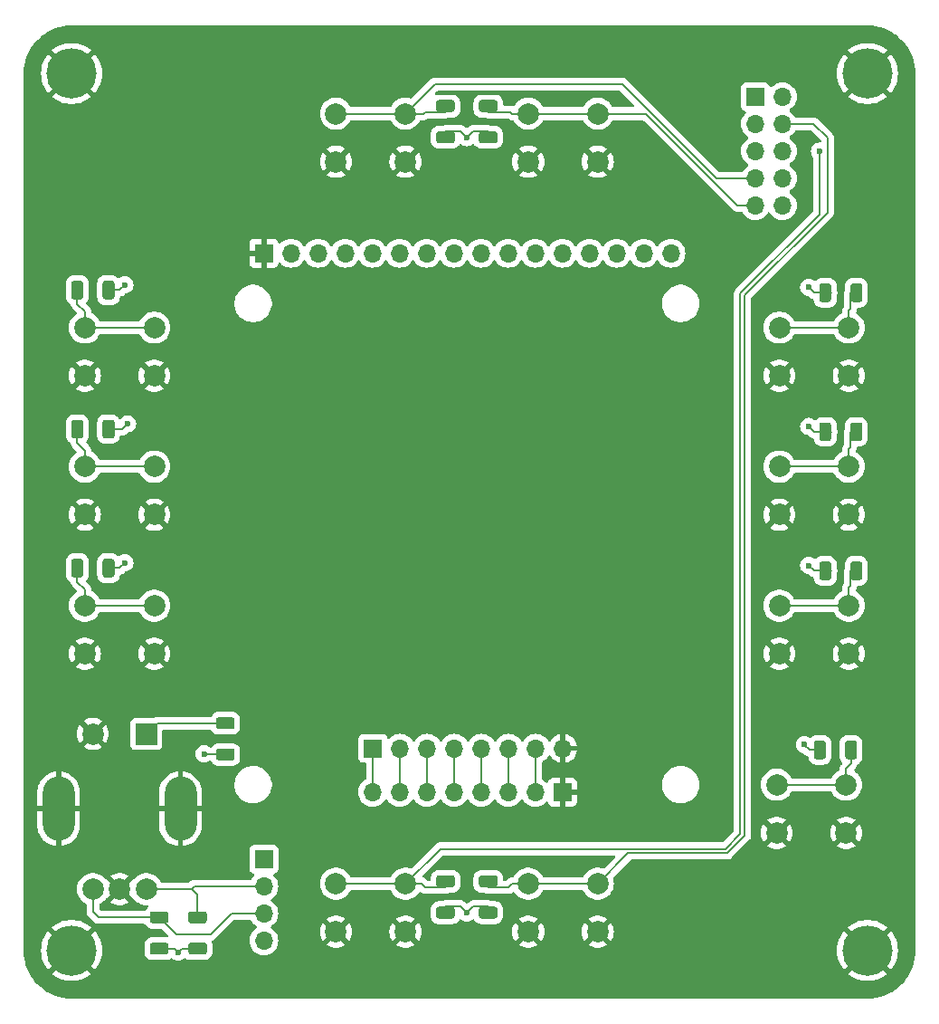
<source format=gbr>
G04 #@! TF.GenerationSoftware,KiCad,Pcbnew,8.0.4+1*
G04 #@! TF.CreationDate,2024-10-22T10:15:23+00:00*
G04 #@! TF.ProjectId,DriverDeskTft,44726976-6572-4446-9573-6b5466742e6b,0.0.1*
G04 #@! TF.SameCoordinates,Original*
G04 #@! TF.FileFunction,Copper,L1,Top*
G04 #@! TF.FilePolarity,Positive*
%FSLAX46Y46*%
G04 Gerber Fmt 4.6, Leading zero omitted, Abs format (unit mm)*
G04 Created by KiCad (PCBNEW 8.0.4+1) date 2024-10-22 10:15:23*
%MOMM*%
%LPD*%
G01*
G04 APERTURE LIST*
G04 #@! TA.AperFunction,ComponentPad*
%ADD10C,4.700000*%
G04 #@! TD*
G04 #@! TA.AperFunction,ComponentPad*
%ADD11R,1.700000X1.700000*%
G04 #@! TD*
G04 #@! TA.AperFunction,ComponentPad*
%ADD12O,1.700000X1.700000*%
G04 #@! TD*
G04 #@! TA.AperFunction,ComponentPad*
%ADD13C,2.000000*%
G04 #@! TD*
G04 #@! TA.AperFunction,ComponentPad*
%ADD14O,3.000000X6.000000*%
G04 #@! TD*
G04 #@! TA.AperFunction,ComponentPad*
%ADD15R,2.000000X2.000000*%
G04 #@! TD*
G04 #@! TA.AperFunction,ViaPad*
%ADD16C,0.600000*%
G04 #@! TD*
G04 #@! TA.AperFunction,Conductor*
%ADD17C,0.200000*%
G04 #@! TD*
G04 APERTURE END LIST*
G04 #@! TA.AperFunction,SMDPad,CuDef*
G36*
G01*
X67025000Y-90625000D02*
X67025000Y-91875000D01*
G75*
G02*
X66775000Y-92125000I-250000J0D01*
G01*
X66150000Y-92125000D01*
G75*
G02*
X65900000Y-91875000I0J250000D01*
G01*
X65900000Y-90625000D01*
G75*
G02*
X66150000Y-90375000I250000J0D01*
G01*
X66775000Y-90375000D01*
G75*
G02*
X67025000Y-90625000I0J-250000D01*
G01*
G37*
G04 #@! TD.AperFunction*
G04 #@! TA.AperFunction,SMDPad,CuDef*
G36*
G01*
X64100000Y-90625000D02*
X64100000Y-91875000D01*
G75*
G02*
X63850000Y-92125000I-250000J0D01*
G01*
X63225000Y-92125000D01*
G75*
G02*
X62975000Y-91875000I0J250000D01*
G01*
X62975000Y-90625000D01*
G75*
G02*
X63225000Y-90375000I250000J0D01*
G01*
X63850000Y-90375000D01*
G75*
G02*
X64100000Y-90625000I0J-250000D01*
G01*
G37*
G04 #@! TD.AperFunction*
G04 #@! TA.AperFunction,SMDPad,CuDef*
G36*
G01*
X67025000Y-103625000D02*
X67025000Y-104875000D01*
G75*
G02*
X66775000Y-105125000I-250000J0D01*
G01*
X66150000Y-105125000D01*
G75*
G02*
X65900000Y-104875000I0J250000D01*
G01*
X65900000Y-103625000D01*
G75*
G02*
X66150000Y-103375000I250000J0D01*
G01*
X66775000Y-103375000D01*
G75*
G02*
X67025000Y-103625000I0J-250000D01*
G01*
G37*
G04 #@! TD.AperFunction*
G04 #@! TA.AperFunction,SMDPad,CuDef*
G36*
G01*
X64100000Y-103625000D02*
X64100000Y-104875000D01*
G75*
G02*
X63850000Y-105125000I-250000J0D01*
G01*
X63225000Y-105125000D01*
G75*
G02*
X62975000Y-104875000I0J250000D01*
G01*
X62975000Y-103625000D01*
G75*
G02*
X63225000Y-103375000I250000J0D01*
G01*
X63850000Y-103375000D01*
G75*
G02*
X64100000Y-103625000I0J-250000D01*
G01*
G37*
G04 #@! TD.AperFunction*
D10*
X137500000Y-140000000D03*
G04 #@! TA.AperFunction,SMDPad,CuDef*
G36*
G01*
X71825000Y-140393750D02*
X70575000Y-140393750D01*
G75*
G02*
X70325000Y-140143750I0J250000D01*
G01*
X70325000Y-139518750D01*
G75*
G02*
X70575000Y-139268750I250000J0D01*
G01*
X71825000Y-139268750D01*
G75*
G02*
X72075000Y-139518750I0J-250000D01*
G01*
X72075000Y-140143750D01*
G75*
G02*
X71825000Y-140393750I-250000J0D01*
G01*
G37*
G04 #@! TD.AperFunction*
G04 #@! TA.AperFunction,SMDPad,CuDef*
G36*
G01*
X71825000Y-137468750D02*
X70575000Y-137468750D01*
G75*
G02*
X70325000Y-137218750I0J250000D01*
G01*
X70325000Y-136593750D01*
G75*
G02*
X70575000Y-136343750I250000J0D01*
G01*
X71825000Y-136343750D01*
G75*
G02*
X72075000Y-136593750I0J-250000D01*
G01*
X72075000Y-137218750D01*
G75*
G02*
X71825000Y-137468750I-250000J0D01*
G01*
G37*
G04 #@! TD.AperFunction*
G04 #@! TA.AperFunction,SMDPad,CuDef*
G36*
G01*
X132975000Y-79125000D02*
X132975000Y-77875000D01*
G75*
G02*
X133225000Y-77625000I250000J0D01*
G01*
X133850000Y-77625000D01*
G75*
G02*
X134100000Y-77875000I0J-250000D01*
G01*
X134100000Y-79125000D01*
G75*
G02*
X133850000Y-79375000I-250000J0D01*
G01*
X133225000Y-79375000D01*
G75*
G02*
X132975000Y-79125000I0J250000D01*
G01*
G37*
G04 #@! TD.AperFunction*
G04 #@! TA.AperFunction,SMDPad,CuDef*
G36*
G01*
X135900000Y-79125000D02*
X135900000Y-77875000D01*
G75*
G02*
X136150000Y-77625000I250000J0D01*
G01*
X136775000Y-77625000D01*
G75*
G02*
X137025000Y-77875000I0J-250000D01*
G01*
X137025000Y-79125000D01*
G75*
G02*
X136775000Y-79375000I-250000J0D01*
G01*
X136150000Y-79375000D01*
G75*
G02*
X135900000Y-79125000I0J250000D01*
G01*
G37*
G04 #@! TD.AperFunction*
G04 #@! TA.AperFunction,SMDPad,CuDef*
G36*
G01*
X78025000Y-122237500D02*
X76775000Y-122237500D01*
G75*
G02*
X76525000Y-121987500I0J250000D01*
G01*
X76525000Y-121362500D01*
G75*
G02*
X76775000Y-121112500I250000J0D01*
G01*
X78025000Y-121112500D01*
G75*
G02*
X78275000Y-121362500I0J-250000D01*
G01*
X78275000Y-121987500D01*
G75*
G02*
X78025000Y-122237500I-250000J0D01*
G01*
G37*
G04 #@! TD.AperFunction*
G04 #@! TA.AperFunction,SMDPad,CuDef*
G36*
G01*
X78025000Y-119312500D02*
X76775000Y-119312500D01*
G75*
G02*
X76525000Y-119062500I0J250000D01*
G01*
X76525000Y-118437500D01*
G75*
G02*
X76775000Y-118187500I250000J0D01*
G01*
X78025000Y-118187500D01*
G75*
G02*
X78275000Y-118437500I0J-250000D01*
G01*
X78275000Y-119062500D01*
G75*
G02*
X78025000Y-119312500I-250000J0D01*
G01*
G37*
G04 #@! TD.AperFunction*
G04 #@! TA.AperFunction,SMDPad,CuDef*
G36*
G01*
X132475000Y-121875000D02*
X132475000Y-120625000D01*
G75*
G02*
X132725000Y-120375000I250000J0D01*
G01*
X133350000Y-120375000D01*
G75*
G02*
X133600000Y-120625000I0J-250000D01*
G01*
X133600000Y-121875000D01*
G75*
G02*
X133350000Y-122125000I-250000J0D01*
G01*
X132725000Y-122125000D01*
G75*
G02*
X132475000Y-121875000I0J250000D01*
G01*
G37*
G04 #@! TD.AperFunction*
G04 #@! TA.AperFunction,SMDPad,CuDef*
G36*
G01*
X135400000Y-121875000D02*
X135400000Y-120625000D01*
G75*
G02*
X135650000Y-120375000I250000J0D01*
G01*
X136275000Y-120375000D01*
G75*
G02*
X136525000Y-120625000I0J-250000D01*
G01*
X136525000Y-121875000D01*
G75*
G02*
X136275000Y-122125000I-250000J0D01*
G01*
X135650000Y-122125000D01*
G75*
G02*
X135400000Y-121875000I0J250000D01*
G01*
G37*
G04 #@! TD.AperFunction*
X63000000Y-58000000D03*
D11*
X91220000Y-121100000D03*
D12*
X93760000Y-121100000D03*
X96300000Y-121100000D03*
X98840000Y-121100000D03*
X101380000Y-121100000D03*
X103920000Y-121100000D03*
X106460000Y-121100000D03*
X109000000Y-121100000D03*
G04 #@! TA.AperFunction,SMDPad,CuDef*
G36*
G01*
X67025000Y-77625000D02*
X67025000Y-78875000D01*
G75*
G02*
X66775000Y-79125000I-250000J0D01*
G01*
X66150000Y-79125000D01*
G75*
G02*
X65900000Y-78875000I0J250000D01*
G01*
X65900000Y-77625000D01*
G75*
G02*
X66150000Y-77375000I250000J0D01*
G01*
X66775000Y-77375000D01*
G75*
G02*
X67025000Y-77625000I0J-250000D01*
G01*
G37*
G04 #@! TD.AperFunction*
G04 #@! TA.AperFunction,SMDPad,CuDef*
G36*
G01*
X64100000Y-77625000D02*
X64100000Y-78875000D01*
G75*
G02*
X63850000Y-79125000I-250000J0D01*
G01*
X63225000Y-79125000D01*
G75*
G02*
X62975000Y-78875000I0J250000D01*
G01*
X62975000Y-77625000D01*
G75*
G02*
X63225000Y-77375000I250000J0D01*
G01*
X63850000Y-77375000D01*
G75*
G02*
X64100000Y-77625000I0J-250000D01*
G01*
G37*
G04 #@! TD.AperFunction*
G04 #@! TA.AperFunction,SMDPad,CuDef*
G36*
G01*
X132975000Y-105125000D02*
X132975000Y-103875000D01*
G75*
G02*
X133225000Y-103625000I250000J0D01*
G01*
X133850000Y-103625000D01*
G75*
G02*
X134100000Y-103875000I0J-250000D01*
G01*
X134100000Y-105125000D01*
G75*
G02*
X133850000Y-105375000I-250000J0D01*
G01*
X133225000Y-105375000D01*
G75*
G02*
X132975000Y-105125000I0J250000D01*
G01*
G37*
G04 #@! TD.AperFunction*
G04 #@! TA.AperFunction,SMDPad,CuDef*
G36*
G01*
X135900000Y-105125000D02*
X135900000Y-103875000D01*
G75*
G02*
X136150000Y-103625000I250000J0D01*
G01*
X136775000Y-103625000D01*
G75*
G02*
X137025000Y-103875000I0J-250000D01*
G01*
X137025000Y-105125000D01*
G75*
G02*
X136775000Y-105375000I-250000J0D01*
G01*
X136150000Y-105375000D01*
G75*
G02*
X135900000Y-105125000I0J250000D01*
G01*
G37*
G04 #@! TD.AperFunction*
G04 #@! TA.AperFunction,SMDPad,CuDef*
G36*
G01*
X98625000Y-137025000D02*
X97375000Y-137025000D01*
G75*
G02*
X97125000Y-136775000I0J250000D01*
G01*
X97125000Y-136150000D01*
G75*
G02*
X97375000Y-135900000I250000J0D01*
G01*
X98625000Y-135900000D01*
G75*
G02*
X98875000Y-136150000I0J-250000D01*
G01*
X98875000Y-136775000D01*
G75*
G02*
X98625000Y-137025000I-250000J0D01*
G01*
G37*
G04 #@! TD.AperFunction*
G04 #@! TA.AperFunction,SMDPad,CuDef*
G36*
G01*
X98625000Y-134100000D02*
X97375000Y-134100000D01*
G75*
G02*
X97125000Y-133850000I0J250000D01*
G01*
X97125000Y-133225000D01*
G75*
G02*
X97375000Y-132975000I250000J0D01*
G01*
X98625000Y-132975000D01*
G75*
G02*
X98875000Y-133225000I0J-250000D01*
G01*
X98875000Y-133850000D01*
G75*
G02*
X98625000Y-134100000I-250000J0D01*
G01*
G37*
G04 #@! TD.AperFunction*
G04 #@! TA.AperFunction,SMDPad,CuDef*
G36*
G01*
X75425000Y-140393750D02*
X74175000Y-140393750D01*
G75*
G02*
X73925000Y-140143750I0J250000D01*
G01*
X73925000Y-139518750D01*
G75*
G02*
X74175000Y-139268750I250000J0D01*
G01*
X75425000Y-139268750D01*
G75*
G02*
X75675000Y-139518750I0J-250000D01*
G01*
X75675000Y-140143750D01*
G75*
G02*
X75425000Y-140393750I-250000J0D01*
G01*
G37*
G04 #@! TD.AperFunction*
G04 #@! TA.AperFunction,SMDPad,CuDef*
G36*
G01*
X75425000Y-137468750D02*
X74175000Y-137468750D01*
G75*
G02*
X73925000Y-137218750I0J250000D01*
G01*
X73925000Y-136593750D01*
G75*
G02*
X74175000Y-136343750I250000J0D01*
G01*
X75425000Y-136343750D01*
G75*
G02*
X75675000Y-136593750I0J-250000D01*
G01*
X75675000Y-137218750D01*
G75*
G02*
X75425000Y-137468750I-250000J0D01*
G01*
G37*
G04 #@! TD.AperFunction*
G04 #@! TA.AperFunction,SMDPad,CuDef*
G36*
G01*
X132975000Y-92125000D02*
X132975000Y-90875000D01*
G75*
G02*
X133225000Y-90625000I250000J0D01*
G01*
X133850000Y-90625000D01*
G75*
G02*
X134100000Y-90875000I0J-250000D01*
G01*
X134100000Y-92125000D01*
G75*
G02*
X133850000Y-92375000I-250000J0D01*
G01*
X133225000Y-92375000D01*
G75*
G02*
X132975000Y-92125000I0J250000D01*
G01*
G37*
G04 #@! TD.AperFunction*
G04 #@! TA.AperFunction,SMDPad,CuDef*
G36*
G01*
X135900000Y-92125000D02*
X135900000Y-90875000D01*
G75*
G02*
X136150000Y-90625000I250000J0D01*
G01*
X136775000Y-90625000D01*
G75*
G02*
X137025000Y-90875000I0J-250000D01*
G01*
X137025000Y-92125000D01*
G75*
G02*
X136775000Y-92375000I-250000J0D01*
G01*
X136150000Y-92375000D01*
G75*
G02*
X135900000Y-92125000I0J250000D01*
G01*
G37*
G04 #@! TD.AperFunction*
D10*
X63000000Y-140000000D03*
G04 #@! TA.AperFunction,SMDPad,CuDef*
G36*
G01*
X102625000Y-64525000D02*
X101375000Y-64525000D01*
G75*
G02*
X101125000Y-64275000I0J250000D01*
G01*
X101125000Y-63650000D01*
G75*
G02*
X101375000Y-63400000I250000J0D01*
G01*
X102625000Y-63400000D01*
G75*
G02*
X102875000Y-63650000I0J-250000D01*
G01*
X102875000Y-64275000D01*
G75*
G02*
X102625000Y-64525000I-250000J0D01*
G01*
G37*
G04 #@! TD.AperFunction*
G04 #@! TA.AperFunction,SMDPad,CuDef*
G36*
G01*
X102625000Y-61600000D02*
X101375000Y-61600000D01*
G75*
G02*
X101125000Y-61350000I0J250000D01*
G01*
X101125000Y-60725000D01*
G75*
G02*
X101375000Y-60475000I250000J0D01*
G01*
X102625000Y-60475000D01*
G75*
G02*
X102875000Y-60725000I0J-250000D01*
G01*
X102875000Y-61350000D01*
G75*
G02*
X102625000Y-61600000I-250000J0D01*
G01*
G37*
G04 #@! TD.AperFunction*
D11*
X81000000Y-131460000D03*
D12*
X81000000Y-134000000D03*
X81000000Y-136540000D03*
X81000000Y-139080000D03*
G04 #@! TA.AperFunction,SMDPad,CuDef*
G36*
G01*
X102625000Y-137025000D02*
X101375000Y-137025000D01*
G75*
G02*
X101125000Y-136775000I0J250000D01*
G01*
X101125000Y-136150000D01*
G75*
G02*
X101375000Y-135900000I250000J0D01*
G01*
X102625000Y-135900000D01*
G75*
G02*
X102875000Y-136150000I0J-250000D01*
G01*
X102875000Y-136775000D01*
G75*
G02*
X102625000Y-137025000I-250000J0D01*
G01*
G37*
G04 #@! TD.AperFunction*
G04 #@! TA.AperFunction,SMDPad,CuDef*
G36*
G01*
X102625000Y-134100000D02*
X101375000Y-134100000D01*
G75*
G02*
X101125000Y-133850000I0J250000D01*
G01*
X101125000Y-133225000D01*
G75*
G02*
X101375000Y-132975000I250000J0D01*
G01*
X102625000Y-132975000D01*
G75*
G02*
X102875000Y-133225000I0J-250000D01*
G01*
X102875000Y-133850000D01*
G75*
G02*
X102625000Y-134100000I-250000J0D01*
G01*
G37*
G04 #@! TD.AperFunction*
D10*
X137500000Y-58000000D03*
G04 #@! TA.AperFunction,SMDPad,CuDef*
G36*
G01*
X98625000Y-64525000D02*
X97375000Y-64525000D01*
G75*
G02*
X97125000Y-64275000I0J250000D01*
G01*
X97125000Y-63650000D01*
G75*
G02*
X97375000Y-63400000I250000J0D01*
G01*
X98625000Y-63400000D01*
G75*
G02*
X98875000Y-63650000I0J-250000D01*
G01*
X98875000Y-64275000D01*
G75*
G02*
X98625000Y-64525000I-250000J0D01*
G01*
G37*
G04 #@! TD.AperFunction*
G04 #@! TA.AperFunction,SMDPad,CuDef*
G36*
G01*
X98625000Y-61600000D02*
X97375000Y-61600000D01*
G75*
G02*
X97125000Y-61350000I0J250000D01*
G01*
X97125000Y-60725000D01*
G75*
G02*
X97375000Y-60475000I250000J0D01*
G01*
X98625000Y-60475000D01*
G75*
G02*
X98875000Y-60725000I0J-250000D01*
G01*
X98875000Y-61350000D01*
G75*
G02*
X98625000Y-61600000I-250000J0D01*
G01*
G37*
G04 #@! TD.AperFunction*
D11*
X127000000Y-60170000D03*
D12*
X129540000Y-60170000D03*
X127000000Y-62710000D03*
X129540000Y-62710000D03*
X127000000Y-65250000D03*
X129540000Y-65250000D03*
X127000000Y-67790000D03*
X129540000Y-67790000D03*
X127000000Y-70330000D03*
X129540000Y-70330000D03*
D11*
X81000000Y-74800000D03*
D12*
X83540000Y-74800000D03*
X86080000Y-74800000D03*
X88620000Y-74800000D03*
X91160000Y-74800000D03*
X93700000Y-74800000D03*
X96240000Y-74800000D03*
X98780000Y-74800000D03*
X101320000Y-74800000D03*
X103860000Y-74800000D03*
X106400000Y-74800000D03*
X108940000Y-74800000D03*
X111480000Y-74800000D03*
X114020000Y-74800000D03*
X116560000Y-74800000D03*
X119100000Y-74800000D03*
D11*
X108950000Y-125200000D03*
D12*
X106410000Y-125200000D03*
X103870000Y-125200000D03*
X101330000Y-125200000D03*
X98790000Y-125200000D03*
X96250000Y-125200000D03*
X93710000Y-125200000D03*
X91170000Y-125200000D03*
D13*
X94250000Y-61750000D03*
X87750000Y-61750000D03*
X94250000Y-66250000D03*
X87750000Y-66250000D03*
X135500000Y-124500000D03*
X129000000Y-124500000D03*
X135500000Y-129000000D03*
X129000000Y-129000000D03*
X94250000Y-133750000D03*
X87750000Y-133750000D03*
X94250000Y-138250000D03*
X87750000Y-138250000D03*
X135750000Y-81750000D03*
X129250000Y-81750000D03*
X135750000Y-86250000D03*
X129250000Y-86250000D03*
X70750000Y-94750000D03*
X64250000Y-94750000D03*
X70750000Y-99250000D03*
X64250000Y-99250000D03*
X70000000Y-134250000D03*
X65000000Y-134250000D03*
X67500000Y-134250000D03*
D14*
X73200000Y-126750000D03*
X61800000Y-126750000D03*
D15*
X70000000Y-119750000D03*
D13*
X65000000Y-119750000D03*
X112250000Y-133750000D03*
X105750000Y-133750000D03*
X112250000Y-138250000D03*
X105750000Y-138250000D03*
X135750000Y-94750000D03*
X129250000Y-94750000D03*
X135750000Y-99250000D03*
X129250000Y-99250000D03*
X70750000Y-81750000D03*
X64250000Y-81750000D03*
X70750000Y-86250000D03*
X64250000Y-86250000D03*
X70750000Y-107750000D03*
X64250000Y-107750000D03*
X70750000Y-112250000D03*
X64250000Y-112250000D03*
X135750000Y-107750000D03*
X129250000Y-107750000D03*
X135750000Y-112250000D03*
X129250000Y-112250000D03*
X112250000Y-61750000D03*
X105750000Y-61750000D03*
X112250000Y-66250000D03*
X105750000Y-66250000D03*
D16*
X100000000Y-136500000D03*
X100000000Y-64000000D03*
X132000000Y-91000000D03*
X68250000Y-90750000D03*
X131600000Y-120750000D03*
X132000000Y-104000000D03*
X73000000Y-140168750D03*
X68000000Y-103750000D03*
X75400000Y-121612500D03*
X68000000Y-77750000D03*
X132000000Y-78000000D03*
X133000000Y-65250000D03*
D17*
X100587500Y-63412500D02*
X100000000Y-64000000D01*
X134087500Y-91500000D02*
X132500000Y-91500000D01*
X100000000Y-136500000D02*
X100587500Y-135912500D01*
X133037500Y-121250000D02*
X132050000Y-121250000D01*
X100587500Y-135912500D02*
X102000000Y-135912500D01*
X68000000Y-103750000D02*
X67500000Y-104250000D01*
X67750000Y-91250000D02*
X66462500Y-91250000D01*
X73337500Y-139831250D02*
X73000000Y-140168750D01*
X68250000Y-90750000D02*
X67750000Y-91250000D01*
X75462500Y-121675000D02*
X75400000Y-121612500D01*
X68000000Y-77750000D02*
X67500000Y-78250000D01*
X103870000Y-125200000D02*
X103870000Y-121150000D01*
X98000000Y-135912500D02*
X99412500Y-135912500D01*
X132500000Y-91500000D02*
X132000000Y-91000000D01*
X98000000Y-63412500D02*
X99412500Y-63412500D01*
X99412500Y-63412500D02*
X100000000Y-64000000D01*
X71200000Y-139831250D02*
X72662500Y-139831250D01*
X72662500Y-139831250D02*
X73000000Y-140168750D01*
X132500000Y-104500000D02*
X132000000Y-104000000D01*
X103870000Y-121150000D02*
X103920000Y-121100000D01*
X132500000Y-78500000D02*
X132000000Y-78000000D01*
X77400000Y-121675000D02*
X75462500Y-121675000D01*
X99412500Y-135912500D02*
X100000000Y-136500000D01*
X67500000Y-104250000D02*
X66462500Y-104250000D01*
X102000000Y-63412500D02*
X100587500Y-63412500D01*
X132050000Y-121250000D02*
X131600000Y-120800000D01*
X134087500Y-104500000D02*
X132500000Y-104500000D01*
X67500000Y-78250000D02*
X66462500Y-78250000D01*
X134087500Y-78500000D02*
X132500000Y-78500000D01*
X74800000Y-139831250D02*
X73337500Y-139831250D01*
X96300000Y-121100000D02*
X96300000Y-125150000D01*
X96300000Y-125150000D02*
X96250000Y-125200000D01*
X98840000Y-125150000D02*
X98790000Y-125200000D01*
X98840000Y-121100000D02*
X98840000Y-125150000D01*
X91220000Y-125150000D02*
X91170000Y-125200000D01*
X91220000Y-121100000D02*
X91220000Y-125150000D01*
X101380000Y-121100000D02*
X101380000Y-125150000D01*
X101380000Y-125150000D02*
X101330000Y-125200000D01*
X93760000Y-121100000D02*
X93760000Y-125150000D01*
X93760000Y-125150000D02*
X93710000Y-125200000D01*
X106460000Y-121100000D02*
X106460000Y-125150000D01*
X106460000Y-125150000D02*
X106410000Y-125200000D01*
X77387500Y-118762500D02*
X77400000Y-118750000D01*
X71000000Y-118762500D02*
X77387500Y-118762500D01*
X70000000Y-119762500D02*
X71000000Y-118762500D01*
X65000000Y-136368750D02*
X65537500Y-136906250D01*
X65537500Y-136906250D02*
X71200000Y-136906250D01*
X71200000Y-136906250D02*
X72793750Y-138500000D01*
X77960000Y-136540000D02*
X81000000Y-136540000D01*
X72793750Y-138500000D02*
X76000000Y-138500000D01*
X65000000Y-134218750D02*
X65000000Y-136368750D01*
X76000000Y-138500000D02*
X77960000Y-136540000D01*
X74250000Y-134250000D02*
X70031250Y-134250000D01*
X70031250Y-134250000D02*
X70000000Y-134218750D01*
X74800000Y-136906250D02*
X74800000Y-134800000D01*
X74500000Y-134000000D02*
X74250000Y-134250000D01*
X81000000Y-134000000D02*
X74500000Y-134000000D01*
X74800000Y-134800000D02*
X74250000Y-134250000D01*
X135962500Y-121250000D02*
X135962500Y-122537500D01*
X135500000Y-123000000D02*
X135500000Y-124500000D01*
X135962500Y-122537500D02*
X135500000Y-123000000D01*
X135500000Y-124500000D02*
X129000000Y-124500000D01*
X63537500Y-92537500D02*
X64250000Y-93250000D01*
X64250000Y-93250000D02*
X64250000Y-94750000D01*
X64250000Y-94750000D02*
X70750000Y-94750000D01*
X63537500Y-91250000D02*
X63537500Y-92537500D01*
X133000000Y-65250000D02*
X133000000Y-71184314D01*
X95750000Y-133750000D02*
X94250000Y-133750000D01*
X124184314Y-130500000D02*
X97500000Y-130500000D01*
X96087500Y-134087500D02*
X95750000Y-133750000D01*
X125600000Y-78584314D02*
X125600000Y-129084314D01*
X98000000Y-134087500D02*
X96087500Y-134087500D01*
X133000000Y-71184314D02*
X125600000Y-78584314D01*
X94250000Y-133750000D02*
X87750000Y-133750000D01*
X125600000Y-129084314D02*
X124184314Y-130500000D01*
X97500000Y-130500000D02*
X94250000Y-133750000D01*
X64250000Y-81750000D02*
X70750000Y-81750000D01*
X63537500Y-79537500D02*
X64250000Y-80250000D01*
X64250000Y-80250000D02*
X64250000Y-81750000D01*
X63537500Y-78250000D02*
X63537500Y-79537500D01*
X133750000Y-64000000D02*
X132460000Y-62710000D01*
X105750000Y-133750000D02*
X112250000Y-133750000D01*
X126000000Y-78750000D02*
X133750000Y-71000000D01*
X126000000Y-129250000D02*
X126000000Y-78750000D01*
X103912500Y-134087500D02*
X104250000Y-133750000D01*
X102000000Y-134087500D02*
X103912500Y-134087500D01*
X133750000Y-71000000D02*
X133750000Y-64000000D01*
X132460000Y-62710000D02*
X129540000Y-62710000D01*
X112250000Y-133750000D02*
X115100000Y-130900000D01*
X115100000Y-130900000D02*
X124350000Y-130900000D01*
X124350000Y-130900000D02*
X126000000Y-129250000D01*
X104250000Y-133750000D02*
X105750000Y-133750000D01*
X64250000Y-106250000D02*
X64250000Y-107750000D01*
X64250000Y-107750000D02*
X70750000Y-107750000D01*
X63537500Y-105537500D02*
X64250000Y-106250000D01*
X63537500Y-104250000D02*
X63537500Y-105537500D01*
X135750000Y-107750000D02*
X129250000Y-107750000D01*
X135750000Y-106075000D02*
X135912500Y-105912500D01*
X135912500Y-105912500D02*
X135912500Y-104500000D01*
X135750000Y-107750000D02*
X135750000Y-106075000D01*
X135912500Y-78500000D02*
X135912500Y-80000000D01*
X135912500Y-80000000D02*
X135750000Y-80162500D01*
X129540000Y-81460000D02*
X129250000Y-81750000D01*
X135750000Y-80162500D02*
X135750000Y-81750000D01*
X129250000Y-81750000D02*
X135750000Y-81750000D01*
X102000000Y-61587500D02*
X104087500Y-61587500D01*
X112250000Y-61750000D02*
X116750000Y-61750000D01*
X116750000Y-61750000D02*
X125330000Y-70330000D01*
X125330000Y-70330000D02*
X127000000Y-70330000D01*
X104250000Y-61750000D02*
X105750000Y-61750000D01*
X105750000Y-61750000D02*
X112250000Y-61750000D01*
X104087500Y-61587500D02*
X104250000Y-61750000D01*
X135750000Y-94750000D02*
X135750000Y-93075000D01*
X135750000Y-93075000D02*
X135912500Y-92912500D01*
X129250000Y-94750000D02*
X135750000Y-94750000D01*
X135912500Y-92912500D02*
X135912500Y-91500000D01*
X97000000Y-59000000D02*
X114565686Y-59000000D01*
X95925000Y-61750000D02*
X96087500Y-61587500D01*
X87750000Y-61750000D02*
X94250000Y-61750000D01*
X96087500Y-61587500D02*
X98000000Y-61587500D01*
X123355686Y-67790000D02*
X127000000Y-67790000D01*
X114565686Y-59000000D02*
X123355686Y-67790000D01*
X94250000Y-61750000D02*
X95925000Y-61750000D01*
X94250000Y-61750000D02*
X97000000Y-59000000D01*
G04 #@! TA.AperFunction,Conductor*
G36*
X66987482Y-134462292D02*
G01*
X67059890Y-134587708D01*
X67162292Y-134690110D01*
X67287708Y-134762518D01*
X67329765Y-134773787D01*
X66629942Y-135473609D01*
X66676768Y-135510055D01*
X66676770Y-135510056D01*
X66895385Y-135628364D01*
X66895396Y-135628369D01*
X67130506Y-135709083D01*
X67375707Y-135750000D01*
X67624293Y-135750000D01*
X67869493Y-135709083D01*
X68104603Y-135628369D01*
X68104614Y-135628364D01*
X68323228Y-135510057D01*
X68323231Y-135510055D01*
X68370056Y-135473609D01*
X67670234Y-134773787D01*
X67712292Y-134762518D01*
X67837708Y-134690110D01*
X67940110Y-134587708D01*
X68012518Y-134462292D01*
X68023787Y-134420235D01*
X68732625Y-135129073D01*
X68766111Y-135135244D01*
X68807122Y-135171949D01*
X68808683Y-135170735D01*
X68811830Y-135174779D01*
X68811836Y-135174785D01*
X68980256Y-135357738D01*
X69176491Y-135510474D01*
X69238046Y-135543786D01*
X69394332Y-135628364D01*
X69395190Y-135628828D01*
X69511039Y-135668599D01*
X69628964Y-135709083D01*
X69630386Y-135709571D01*
X69875665Y-135750500D01*
X70075293Y-135750500D01*
X70142332Y-135770185D01*
X70188087Y-135822989D01*
X70198031Y-135892147D01*
X70169006Y-135955703D01*
X70140389Y-135980039D01*
X70106344Y-136001037D01*
X69982289Y-136125092D01*
X69907191Y-136246847D01*
X69855243Y-136293571D01*
X69801652Y-136305750D01*
X65837598Y-136305750D01*
X65770559Y-136286065D01*
X65749917Y-136269431D01*
X65636819Y-136156333D01*
X65603334Y-136095010D01*
X65600500Y-136068652D01*
X65600500Y-135705048D01*
X65620185Y-135638009D01*
X65665481Y-135595993D01*
X65823509Y-135510474D01*
X66019744Y-135357738D01*
X66188164Y-135174785D01*
X66188169Y-135174777D01*
X66191311Y-135170741D01*
X66193050Y-135172094D01*
X66239095Y-135132764D01*
X66268378Y-135128069D01*
X66976212Y-134420234D01*
X66987482Y-134462292D01*
G37*
G04 #@! TD.AperFunction*
G04 #@! TA.AperFunction,Conductor*
G36*
X137502702Y-53500617D02*
G01*
X137886771Y-53517386D01*
X137897506Y-53518326D01*
X138275971Y-53568152D01*
X138286597Y-53570025D01*
X138659284Y-53652648D01*
X138669710Y-53655442D01*
X139033765Y-53770227D01*
X139043911Y-53773920D01*
X139396578Y-53920000D01*
X139406369Y-53924566D01*
X139744942Y-54100816D01*
X139754310Y-54106224D01*
X140076244Y-54311318D01*
X140085105Y-54317523D01*
X140387930Y-54549889D01*
X140396217Y-54556843D01*
X140677635Y-54814715D01*
X140685284Y-54822364D01*
X140943156Y-55103782D01*
X140950110Y-55112069D01*
X141182476Y-55414894D01*
X141188681Y-55423755D01*
X141393775Y-55745689D01*
X141399183Y-55755057D01*
X141575430Y-56093623D01*
X141580002Y-56103427D01*
X141726075Y-56456078D01*
X141729775Y-56466244D01*
X141844554Y-56830278D01*
X141847354Y-56840727D01*
X141929971Y-57213389D01*
X141931849Y-57224042D01*
X141981671Y-57602473D01*
X141982614Y-57613249D01*
X141999382Y-57997297D01*
X141999500Y-58002706D01*
X141999500Y-139997293D01*
X141999382Y-140002702D01*
X141982614Y-140386750D01*
X141981671Y-140397526D01*
X141931849Y-140775957D01*
X141929971Y-140786610D01*
X141847354Y-141159272D01*
X141844554Y-141169721D01*
X141729775Y-141533755D01*
X141726075Y-141543921D01*
X141580002Y-141896572D01*
X141575430Y-141906376D01*
X141399183Y-142244942D01*
X141393775Y-142254310D01*
X141188681Y-142576244D01*
X141182476Y-142585105D01*
X140950110Y-142887930D01*
X140943156Y-142896217D01*
X140685284Y-143177635D01*
X140677635Y-143185284D01*
X140396217Y-143443156D01*
X140387930Y-143450110D01*
X140085105Y-143682476D01*
X140076244Y-143688681D01*
X139754310Y-143893775D01*
X139744942Y-143899183D01*
X139406376Y-144075430D01*
X139396572Y-144080002D01*
X139043921Y-144226075D01*
X139033755Y-144229775D01*
X138669721Y-144344554D01*
X138659272Y-144347354D01*
X138286610Y-144429971D01*
X138275957Y-144431849D01*
X137897526Y-144481671D01*
X137886750Y-144482614D01*
X137502703Y-144499382D01*
X137497294Y-144499500D01*
X63002706Y-144499500D01*
X62997297Y-144499382D01*
X62613249Y-144482614D01*
X62602473Y-144481671D01*
X62224042Y-144431849D01*
X62213389Y-144429971D01*
X61840727Y-144347354D01*
X61830278Y-144344554D01*
X61466244Y-144229775D01*
X61456078Y-144226075D01*
X61103427Y-144080002D01*
X61093623Y-144075430D01*
X60755057Y-143899183D01*
X60745689Y-143893775D01*
X60423755Y-143688681D01*
X60414894Y-143682476D01*
X60112069Y-143450110D01*
X60103782Y-143443156D01*
X59822364Y-143185284D01*
X59814715Y-143177635D01*
X59556843Y-142896217D01*
X59549889Y-142887930D01*
X59317523Y-142585105D01*
X59311318Y-142576244D01*
X59106224Y-142254310D01*
X59100816Y-142244942D01*
X58924566Y-141906369D01*
X58919997Y-141896572D01*
X58773920Y-141543911D01*
X58770224Y-141533755D01*
X58712287Y-141350000D01*
X58655442Y-141169710D01*
X58652648Y-141159284D01*
X58570025Y-140786597D01*
X58568152Y-140775971D01*
X58518326Y-140397506D01*
X58517386Y-140386771D01*
X58500618Y-140002702D01*
X58500559Y-139999996D01*
X60145170Y-139999996D01*
X60145170Y-140000003D01*
X60164473Y-140331426D01*
X60164474Y-140331437D01*
X60222118Y-140658351D01*
X60222121Y-140658365D01*
X60317336Y-140976408D01*
X60448827Y-141281236D01*
X60448833Y-141281249D01*
X60614824Y-141568755D01*
X60812357Y-141834087D01*
X61884727Y-140761716D01*
X61970278Y-140879466D01*
X62120534Y-141029722D01*
X62238281Y-141115270D01*
X61169289Y-142184263D01*
X61295215Y-142289925D01*
X61572588Y-142472356D01*
X61869252Y-142621347D01*
X61869258Y-142621350D01*
X62181213Y-142734892D01*
X62181234Y-142734899D01*
X62504248Y-142811456D01*
X62504263Y-142811458D01*
X62834012Y-142849999D01*
X62834013Y-142850000D01*
X63165987Y-142850000D01*
X63165987Y-142849999D01*
X63495736Y-142811458D01*
X63495751Y-142811456D01*
X63818765Y-142734899D01*
X63818786Y-142734892D01*
X64130741Y-142621350D01*
X64130747Y-142621347D01*
X64427411Y-142472356D01*
X64704789Y-142289922D01*
X64830708Y-142184263D01*
X64830709Y-142184262D01*
X63761718Y-141115270D01*
X63879466Y-141029722D01*
X64029722Y-140879466D01*
X64115270Y-140761717D01*
X65187641Y-141834088D01*
X65385175Y-141568756D01*
X65551166Y-141281249D01*
X65551172Y-141281236D01*
X65682663Y-140976408D01*
X65777878Y-140658365D01*
X65777881Y-140658351D01*
X65835525Y-140331437D01*
X65835526Y-140331426D01*
X65854830Y-140000003D01*
X65854830Y-139999996D01*
X65835526Y-139668573D01*
X65835525Y-139668562D01*
X65777881Y-139341648D01*
X65777878Y-139341634D01*
X65682663Y-139023591D01*
X65551172Y-138718763D01*
X65551166Y-138718750D01*
X65385172Y-138431239D01*
X65187642Y-138165910D01*
X64115270Y-139238281D01*
X64029722Y-139120534D01*
X63879466Y-138970278D01*
X63761717Y-138884728D01*
X64830709Y-137815736D01*
X64830709Y-137815735D01*
X64704784Y-137710074D01*
X64427411Y-137527643D01*
X64130747Y-137378652D01*
X64130741Y-137378649D01*
X63818786Y-137265107D01*
X63818765Y-137265100D01*
X63495751Y-137188543D01*
X63495736Y-137188541D01*
X63165987Y-137150000D01*
X62834013Y-137150000D01*
X62504263Y-137188541D01*
X62504248Y-137188543D01*
X62181234Y-137265100D01*
X62181213Y-137265107D01*
X61869258Y-137378649D01*
X61869252Y-137378652D01*
X61572581Y-137527646D01*
X61295220Y-137710070D01*
X61295213Y-137710075D01*
X61169289Y-137815735D01*
X62238282Y-138884728D01*
X62120534Y-138970278D01*
X61970278Y-139120534D01*
X61884728Y-139238282D01*
X60812357Y-138165911D01*
X60812356Y-138165911D01*
X60614829Y-138431236D01*
X60614825Y-138431242D01*
X60448833Y-138718750D01*
X60448827Y-138718763D01*
X60317336Y-139023591D01*
X60222121Y-139341634D01*
X60222118Y-139341648D01*
X60164474Y-139668562D01*
X60164473Y-139668573D01*
X60145170Y-139999996D01*
X58500559Y-139999996D01*
X58500500Y-139997293D01*
X58500500Y-134249994D01*
X63494357Y-134249994D01*
X63494357Y-134250005D01*
X63514890Y-134497812D01*
X63514892Y-134497824D01*
X63575936Y-134738881D01*
X63675826Y-134966606D01*
X63811833Y-135174782D01*
X63811836Y-135174785D01*
X63980256Y-135357738D01*
X64176491Y-135510474D01*
X64176494Y-135510476D01*
X64176496Y-135510477D01*
X64238042Y-135543784D01*
X64334517Y-135595993D01*
X64384108Y-135645212D01*
X64399500Y-135705048D01*
X64399500Y-136282080D01*
X64399499Y-136282098D01*
X64399499Y-136447804D01*
X64399498Y-136447804D01*
X64440423Y-136600536D01*
X64451115Y-136619053D01*
X64451116Y-136619058D01*
X64451117Y-136619058D01*
X64519475Y-136737459D01*
X64519479Y-136737464D01*
X64519480Y-136737466D01*
X64631284Y-136849270D01*
X64631285Y-136849271D01*
X65168784Y-137386770D01*
X65305715Y-137465827D01*
X65458443Y-137506751D01*
X65458446Y-137506751D01*
X65624154Y-137506751D01*
X65624170Y-137506750D01*
X69801652Y-137506750D01*
X69868691Y-137526435D01*
X69907189Y-137565651D01*
X69982288Y-137687406D01*
X70106344Y-137811462D01*
X70255666Y-137903564D01*
X70422203Y-137958749D01*
X70524991Y-137969250D01*
X71362402Y-137969249D01*
X71429441Y-137988933D01*
X71450083Y-138005568D01*
X72004733Y-138560218D01*
X72038218Y-138621541D01*
X72033234Y-138691233D01*
X71991362Y-138747166D01*
X71925898Y-138771583D01*
X71904452Y-138771257D01*
X71875023Y-138768251D01*
X71875014Y-138768250D01*
X71875009Y-138768250D01*
X71875003Y-138768250D01*
X70524998Y-138768250D01*
X70524981Y-138768251D01*
X70422203Y-138778750D01*
X70422200Y-138778751D01*
X70255668Y-138833935D01*
X70255663Y-138833937D01*
X70106342Y-138926039D01*
X69982289Y-139050092D01*
X69890187Y-139199413D01*
X69890186Y-139199416D01*
X69835001Y-139365953D01*
X69835001Y-139365954D01*
X69835000Y-139365954D01*
X69824500Y-139468733D01*
X69824500Y-140193751D01*
X69824501Y-140193769D01*
X69835000Y-140296546D01*
X69835001Y-140296549D01*
X69864891Y-140386750D01*
X69890186Y-140463084D01*
X69982288Y-140612406D01*
X70106344Y-140736462D01*
X70255666Y-140828564D01*
X70422203Y-140883749D01*
X70524991Y-140894250D01*
X71875008Y-140894249D01*
X71977797Y-140883749D01*
X72144334Y-140828564D01*
X72293656Y-140736462D01*
X72293659Y-140736458D01*
X72298020Y-140733769D01*
X72365413Y-140715329D01*
X72432076Y-140736251D01*
X72450797Y-140751626D01*
X72475129Y-140775957D01*
X72497738Y-140798566D01*
X72588080Y-140855332D01*
X72650014Y-140894248D01*
X72650478Y-140894539D01*
X72820745Y-140954118D01*
X72820750Y-140954119D01*
X72999996Y-140974315D01*
X73000000Y-140974315D01*
X73000004Y-140974315D01*
X73179249Y-140954119D01*
X73179252Y-140954118D01*
X73179255Y-140954118D01*
X73349522Y-140894539D01*
X73502262Y-140798566D01*
X73549201Y-140751626D01*
X73610522Y-140718142D01*
X73680213Y-140723126D01*
X73701977Y-140733769D01*
X73855659Y-140828560D01*
X73855660Y-140828560D01*
X73855666Y-140828564D01*
X74022203Y-140883749D01*
X74124991Y-140894250D01*
X75475008Y-140894249D01*
X75577797Y-140883749D01*
X75744334Y-140828564D01*
X75893656Y-140736462D01*
X76017712Y-140612406D01*
X76109814Y-140463084D01*
X76164999Y-140296547D01*
X76175500Y-140193759D01*
X76175499Y-139468742D01*
X76164999Y-139365953D01*
X76118541Y-139225754D01*
X76116140Y-139155932D01*
X76151871Y-139095890D01*
X76204154Y-139066980D01*
X76231785Y-139059577D01*
X76281904Y-139030639D01*
X76368716Y-138980520D01*
X76480520Y-138868716D01*
X76480520Y-138868714D01*
X76490728Y-138858507D01*
X76490729Y-138858504D01*
X78172417Y-137176819D01*
X78233740Y-137143334D01*
X78260098Y-137140500D01*
X79710909Y-137140500D01*
X79777948Y-137160185D01*
X79823292Y-137212097D01*
X79825965Y-137217830D01*
X79938572Y-137378649D01*
X79961501Y-137411395D01*
X79961506Y-137411402D01*
X80128597Y-137578493D01*
X80128603Y-137578498D01*
X80314158Y-137708425D01*
X80357783Y-137763002D01*
X80364977Y-137832500D01*
X80333454Y-137894855D01*
X80314158Y-137911575D01*
X80128597Y-138041505D01*
X79961505Y-138208597D01*
X79825965Y-138402169D01*
X79825964Y-138402171D01*
X79726098Y-138616335D01*
X79726094Y-138616344D01*
X79664938Y-138844586D01*
X79664936Y-138844596D01*
X79644341Y-139079999D01*
X79644341Y-139080000D01*
X79664936Y-139315403D01*
X79664938Y-139315413D01*
X79726094Y-139543655D01*
X79726096Y-139543659D01*
X79726097Y-139543663D01*
X79765594Y-139628364D01*
X79825965Y-139757830D01*
X79825967Y-139757834D01*
X79921139Y-139893753D01*
X79961505Y-139951401D01*
X80128599Y-140118495D01*
X80225384Y-140186265D01*
X80322165Y-140254032D01*
X80322167Y-140254033D01*
X80322170Y-140254035D01*
X80536337Y-140353903D01*
X80764592Y-140415063D01*
X80952918Y-140431539D01*
X80999999Y-140435659D01*
X81000000Y-140435659D01*
X81000001Y-140435659D01*
X81039234Y-140432226D01*
X81235408Y-140415063D01*
X81463663Y-140353903D01*
X81677830Y-140254035D01*
X81871401Y-140118495D01*
X81989900Y-139999996D01*
X134645170Y-139999996D01*
X134645170Y-140000003D01*
X134664473Y-140331426D01*
X134664474Y-140331437D01*
X134722118Y-140658351D01*
X134722121Y-140658365D01*
X134817336Y-140976408D01*
X134948827Y-141281236D01*
X134948833Y-141281249D01*
X135114824Y-141568755D01*
X135312357Y-141834087D01*
X136384727Y-140761716D01*
X136470278Y-140879466D01*
X136620534Y-141029722D01*
X136738281Y-141115270D01*
X135669289Y-142184263D01*
X135795215Y-142289925D01*
X136072588Y-142472356D01*
X136369252Y-142621347D01*
X136369258Y-142621350D01*
X136681213Y-142734892D01*
X136681234Y-142734899D01*
X137004248Y-142811456D01*
X137004263Y-142811458D01*
X137334012Y-142849999D01*
X137334013Y-142850000D01*
X137665987Y-142850000D01*
X137665987Y-142849999D01*
X137995736Y-142811458D01*
X137995751Y-142811456D01*
X138318765Y-142734899D01*
X138318786Y-142734892D01*
X138630741Y-142621350D01*
X138630747Y-142621347D01*
X138927411Y-142472356D01*
X139204789Y-142289922D01*
X139330708Y-142184263D01*
X139330709Y-142184262D01*
X138261718Y-141115270D01*
X138379466Y-141029722D01*
X138529722Y-140879466D01*
X138615270Y-140761717D01*
X139687641Y-141834088D01*
X139885175Y-141568756D01*
X140051166Y-141281249D01*
X140051172Y-141281236D01*
X140182663Y-140976408D01*
X140277878Y-140658365D01*
X140277881Y-140658351D01*
X140335525Y-140331437D01*
X140335526Y-140331426D01*
X140354830Y-140000003D01*
X140354830Y-139999996D01*
X140335526Y-139668573D01*
X140335525Y-139668562D01*
X140277881Y-139341648D01*
X140277878Y-139341634D01*
X140182663Y-139023591D01*
X140051172Y-138718763D01*
X140051166Y-138718750D01*
X139885172Y-138431239D01*
X139687642Y-138165910D01*
X138615270Y-139238281D01*
X138529722Y-139120534D01*
X138379466Y-138970278D01*
X138261717Y-138884728D01*
X139330709Y-137815736D01*
X139330709Y-137815735D01*
X139204784Y-137710074D01*
X138927411Y-137527643D01*
X138630747Y-137378652D01*
X138630741Y-137378649D01*
X138318786Y-137265107D01*
X138318765Y-137265100D01*
X137995751Y-137188543D01*
X137995736Y-137188541D01*
X137665987Y-137150000D01*
X137334013Y-137150000D01*
X137004263Y-137188541D01*
X137004248Y-137188543D01*
X136681234Y-137265100D01*
X136681213Y-137265107D01*
X136369258Y-137378649D01*
X136369252Y-137378652D01*
X136072581Y-137527646D01*
X135795220Y-137710070D01*
X135795213Y-137710075D01*
X135669289Y-137815735D01*
X136738282Y-138884728D01*
X136620534Y-138970278D01*
X136470278Y-139120534D01*
X136384728Y-139238282D01*
X135312357Y-138165911D01*
X135312356Y-138165911D01*
X135114829Y-138431236D01*
X135114825Y-138431242D01*
X134948833Y-138718750D01*
X134948827Y-138718763D01*
X134817336Y-139023591D01*
X134722121Y-139341634D01*
X134722118Y-139341648D01*
X134664474Y-139668562D01*
X134664473Y-139668573D01*
X134645170Y-139999996D01*
X81989900Y-139999996D01*
X82038495Y-139951401D01*
X82174035Y-139757830D01*
X82273903Y-139543663D01*
X82335063Y-139315408D01*
X82355659Y-139080000D01*
X82335063Y-138844592D01*
X82282923Y-138650000D01*
X82273905Y-138616344D01*
X82273904Y-138616343D01*
X82273903Y-138616337D01*
X82174035Y-138402171D01*
X82118186Y-138322409D01*
X82067480Y-138249994D01*
X86244859Y-138249994D01*
X86244859Y-138250005D01*
X86265385Y-138497729D01*
X86265387Y-138497738D01*
X86326412Y-138738717D01*
X86426266Y-138966364D01*
X86526564Y-139119882D01*
X87226212Y-138420234D01*
X87237482Y-138462292D01*
X87309890Y-138587708D01*
X87412292Y-138690110D01*
X87537708Y-138762518D01*
X87579765Y-138773787D01*
X86879942Y-139473609D01*
X86926768Y-139510055D01*
X86926770Y-139510056D01*
X87145385Y-139628364D01*
X87145396Y-139628369D01*
X87380506Y-139709083D01*
X87625707Y-139750000D01*
X87874293Y-139750000D01*
X88119493Y-139709083D01*
X88354603Y-139628369D01*
X88354614Y-139628364D01*
X88573228Y-139510057D01*
X88573231Y-139510055D01*
X88620056Y-139473609D01*
X87920234Y-138773787D01*
X87962292Y-138762518D01*
X88087708Y-138690110D01*
X88190110Y-138587708D01*
X88262518Y-138462292D01*
X88273787Y-138420235D01*
X88973434Y-139119882D01*
X89073731Y-138966369D01*
X89173587Y-138738717D01*
X89234612Y-138497738D01*
X89234614Y-138497729D01*
X89255141Y-138250005D01*
X89255141Y-138249994D01*
X92744859Y-138249994D01*
X92744859Y-138250005D01*
X92765385Y-138497729D01*
X92765387Y-138497738D01*
X92826412Y-138738717D01*
X92926266Y-138966364D01*
X93026564Y-139119882D01*
X93726212Y-138420234D01*
X93737482Y-138462292D01*
X93809890Y-138587708D01*
X93912292Y-138690110D01*
X94037708Y-138762518D01*
X94079765Y-138773787D01*
X93379942Y-139473609D01*
X93426768Y-139510055D01*
X93426770Y-139510056D01*
X93645385Y-139628364D01*
X93645396Y-139628369D01*
X93880506Y-139709083D01*
X94125707Y-139750000D01*
X94374293Y-139750000D01*
X94619493Y-139709083D01*
X94854603Y-139628369D01*
X94854614Y-139628364D01*
X95073228Y-139510057D01*
X95073231Y-139510055D01*
X95120056Y-139473609D01*
X94420234Y-138773787D01*
X94462292Y-138762518D01*
X94587708Y-138690110D01*
X94690110Y-138587708D01*
X94762518Y-138462292D01*
X94773787Y-138420235D01*
X95473434Y-139119882D01*
X95573731Y-138966369D01*
X95673587Y-138738717D01*
X95734612Y-138497738D01*
X95734614Y-138497729D01*
X95755141Y-138250005D01*
X95755141Y-138249994D01*
X104244859Y-138249994D01*
X104244859Y-138250005D01*
X104265385Y-138497729D01*
X104265387Y-138497738D01*
X104326412Y-138738717D01*
X104426266Y-138966364D01*
X104526564Y-139119882D01*
X105226212Y-138420234D01*
X105237482Y-138462292D01*
X105309890Y-138587708D01*
X105412292Y-138690110D01*
X105537708Y-138762518D01*
X105579765Y-138773787D01*
X104879942Y-139473609D01*
X104926768Y-139510055D01*
X104926770Y-139510056D01*
X105145385Y-139628364D01*
X105145396Y-139628369D01*
X105380506Y-139709083D01*
X105625707Y-139750000D01*
X105874293Y-139750000D01*
X106119493Y-139709083D01*
X106354603Y-139628369D01*
X106354614Y-139628364D01*
X106573228Y-139510057D01*
X106573231Y-139510055D01*
X106620056Y-139473609D01*
X105920234Y-138773787D01*
X105962292Y-138762518D01*
X106087708Y-138690110D01*
X106190110Y-138587708D01*
X106262518Y-138462292D01*
X106273787Y-138420235D01*
X106973434Y-139119882D01*
X107073731Y-138966369D01*
X107173587Y-138738717D01*
X107234612Y-138497738D01*
X107234614Y-138497729D01*
X107255141Y-138250005D01*
X107255141Y-138249994D01*
X110744859Y-138249994D01*
X110744859Y-138250005D01*
X110765385Y-138497729D01*
X110765387Y-138497738D01*
X110826412Y-138738717D01*
X110926266Y-138966364D01*
X111026564Y-139119882D01*
X111726212Y-138420234D01*
X111737482Y-138462292D01*
X111809890Y-138587708D01*
X111912292Y-138690110D01*
X112037708Y-138762518D01*
X112079765Y-138773787D01*
X111379942Y-139473609D01*
X111426768Y-139510055D01*
X111426770Y-139510056D01*
X111645385Y-139628364D01*
X111645396Y-139628369D01*
X111880506Y-139709083D01*
X112125707Y-139750000D01*
X112374293Y-139750000D01*
X112619493Y-139709083D01*
X112854603Y-139628369D01*
X112854614Y-139628364D01*
X113073228Y-139510057D01*
X113073231Y-139510055D01*
X113120056Y-139473609D01*
X112420234Y-138773787D01*
X112462292Y-138762518D01*
X112587708Y-138690110D01*
X112690110Y-138587708D01*
X112762518Y-138462292D01*
X112773787Y-138420235D01*
X113473434Y-139119882D01*
X113573731Y-138966369D01*
X113673587Y-138738717D01*
X113734612Y-138497738D01*
X113734614Y-138497729D01*
X113755141Y-138250005D01*
X113755141Y-138249994D01*
X113734614Y-138002270D01*
X113734612Y-138002261D01*
X113673587Y-137761282D01*
X113573731Y-137533630D01*
X113473434Y-137380116D01*
X112773787Y-138079764D01*
X112762518Y-138037708D01*
X112690110Y-137912292D01*
X112587708Y-137809890D01*
X112462292Y-137737482D01*
X112420235Y-137726212D01*
X113120057Y-137026390D01*
X113120056Y-137026389D01*
X113073229Y-136989943D01*
X112854614Y-136871635D01*
X112854603Y-136871630D01*
X112619493Y-136790916D01*
X112374293Y-136750000D01*
X112125707Y-136750000D01*
X111880506Y-136790916D01*
X111645396Y-136871630D01*
X111645390Y-136871632D01*
X111426761Y-136989949D01*
X111379942Y-137026388D01*
X111379942Y-137026390D01*
X112079765Y-137726212D01*
X112037708Y-137737482D01*
X111912292Y-137809890D01*
X111809890Y-137912292D01*
X111737482Y-138037708D01*
X111726212Y-138079764D01*
X111026564Y-137380116D01*
X110926267Y-137533632D01*
X110826412Y-137761282D01*
X110765387Y-138002261D01*
X110765385Y-138002270D01*
X110744859Y-138249994D01*
X107255141Y-138249994D01*
X107234614Y-138002270D01*
X107234612Y-138002261D01*
X107173587Y-137761282D01*
X107073731Y-137533630D01*
X106973434Y-137380116D01*
X106273787Y-138079764D01*
X106262518Y-138037708D01*
X106190110Y-137912292D01*
X106087708Y-137809890D01*
X105962292Y-137737482D01*
X105920235Y-137726212D01*
X106620057Y-137026390D01*
X106620056Y-137026389D01*
X106573229Y-136989943D01*
X106354614Y-136871635D01*
X106354603Y-136871630D01*
X106119493Y-136790916D01*
X105874293Y-136750000D01*
X105625707Y-136750000D01*
X105380506Y-136790916D01*
X105145396Y-136871630D01*
X105145390Y-136871632D01*
X104926761Y-136989949D01*
X104879942Y-137026388D01*
X104879942Y-137026390D01*
X105579765Y-137726212D01*
X105537708Y-137737482D01*
X105412292Y-137809890D01*
X105309890Y-137912292D01*
X105237482Y-138037708D01*
X105226212Y-138079764D01*
X104526564Y-137380116D01*
X104426267Y-137533632D01*
X104326412Y-137761282D01*
X104265387Y-138002261D01*
X104265385Y-138002270D01*
X104244859Y-138249994D01*
X95755141Y-138249994D01*
X95734614Y-138002270D01*
X95734612Y-138002261D01*
X95673587Y-137761282D01*
X95573731Y-137533630D01*
X95473434Y-137380116D01*
X94773787Y-138079764D01*
X94762518Y-138037708D01*
X94690110Y-137912292D01*
X94587708Y-137809890D01*
X94462292Y-137737482D01*
X94420235Y-137726212D01*
X95120057Y-137026390D01*
X95120056Y-137026389D01*
X95073229Y-136989943D01*
X94854614Y-136871635D01*
X94854603Y-136871630D01*
X94619493Y-136790916D01*
X94374293Y-136750000D01*
X94125707Y-136750000D01*
X93880506Y-136790916D01*
X93645396Y-136871630D01*
X93645390Y-136871632D01*
X93426761Y-136989949D01*
X93379942Y-137026388D01*
X93379942Y-137026390D01*
X94079765Y-137726212D01*
X94037708Y-137737482D01*
X93912292Y-137809890D01*
X93809890Y-137912292D01*
X93737482Y-138037708D01*
X93726212Y-138079764D01*
X93026564Y-137380116D01*
X92926267Y-137533632D01*
X92826412Y-137761282D01*
X92765387Y-138002261D01*
X92765385Y-138002270D01*
X92744859Y-138249994D01*
X89255141Y-138249994D01*
X89234614Y-138002270D01*
X89234612Y-138002261D01*
X89173587Y-137761282D01*
X89073731Y-137533630D01*
X88973434Y-137380116D01*
X88273787Y-138079764D01*
X88262518Y-138037708D01*
X88190110Y-137912292D01*
X88087708Y-137809890D01*
X87962292Y-137737482D01*
X87920235Y-137726212D01*
X88620057Y-137026390D01*
X88620056Y-137026389D01*
X88573229Y-136989943D01*
X88354614Y-136871635D01*
X88354603Y-136871630D01*
X88119493Y-136790916D01*
X87874293Y-136750000D01*
X87625707Y-136750000D01*
X87380506Y-136790916D01*
X87145396Y-136871630D01*
X87145390Y-136871632D01*
X86926761Y-136989949D01*
X86879942Y-137026388D01*
X86879942Y-137026390D01*
X87579765Y-137726212D01*
X87537708Y-137737482D01*
X87412292Y-137809890D01*
X87309890Y-137912292D01*
X87237482Y-138037708D01*
X87226212Y-138079764D01*
X86526564Y-137380116D01*
X86426267Y-137533632D01*
X86326412Y-137761282D01*
X86265387Y-138002261D01*
X86265385Y-138002270D01*
X86244859Y-138249994D01*
X82067480Y-138249994D01*
X82038494Y-138208597D01*
X81871402Y-138041506D01*
X81871396Y-138041501D01*
X81685842Y-137911575D01*
X81642217Y-137856998D01*
X81635023Y-137787500D01*
X81666546Y-137725145D01*
X81685842Y-137708425D01*
X81715860Y-137687406D01*
X81871401Y-137578495D01*
X82038495Y-137411401D01*
X82174035Y-137217830D01*
X82273903Y-137003663D01*
X82335063Y-136775408D01*
X82355659Y-136540000D01*
X82335063Y-136304592D01*
X82280239Y-136099983D01*
X96624500Y-136099983D01*
X96624500Y-136825001D01*
X96624501Y-136825019D01*
X96635000Y-136927796D01*
X96635001Y-136927799D01*
X96690185Y-137094331D01*
X96690187Y-137094336D01*
X96700428Y-137110939D01*
X96782288Y-137243656D01*
X96906344Y-137367712D01*
X97055666Y-137459814D01*
X97222203Y-137514999D01*
X97324991Y-137525500D01*
X98675008Y-137525499D01*
X98777797Y-137514999D01*
X98944334Y-137459814D01*
X99093656Y-137367712D01*
X99217712Y-137243656D01*
X99285642Y-137133522D01*
X99337588Y-137086799D01*
X99406551Y-137075576D01*
X99470633Y-137103419D01*
X99478861Y-137110939D01*
X99497738Y-137129816D01*
X99519252Y-137143334D01*
X99637817Y-137217834D01*
X99650478Y-137225789D01*
X99773279Y-137268759D01*
X99820745Y-137285368D01*
X99820750Y-137285369D01*
X99999996Y-137305565D01*
X100000000Y-137305565D01*
X100000004Y-137305565D01*
X100179249Y-137285369D01*
X100179252Y-137285368D01*
X100179255Y-137285368D01*
X100349522Y-137225789D01*
X100502262Y-137129816D01*
X100521138Y-137110939D01*
X100582458Y-137077454D01*
X100652150Y-137082437D01*
X100708085Y-137124307D01*
X100714356Y-137133520D01*
X100782288Y-137243656D01*
X100906344Y-137367712D01*
X101055666Y-137459814D01*
X101222203Y-137514999D01*
X101324991Y-137525500D01*
X102675008Y-137525499D01*
X102777797Y-137514999D01*
X102944334Y-137459814D01*
X103093656Y-137367712D01*
X103217712Y-137243656D01*
X103309814Y-137094334D01*
X103364999Y-136927797D01*
X103375500Y-136825009D01*
X103375499Y-136099992D01*
X103373083Y-136076344D01*
X103364999Y-135997203D01*
X103364998Y-135997200D01*
X103335750Y-135908936D01*
X103309814Y-135830666D01*
X103217712Y-135681344D01*
X103093656Y-135557288D01*
X102944334Y-135465186D01*
X102777797Y-135410001D01*
X102777795Y-135410000D01*
X102675016Y-135399500D01*
X102675009Y-135399500D01*
X102345683Y-135399500D01*
X102283683Y-135382887D01*
X102231786Y-135352924D01*
X102231785Y-135352923D01*
X102231784Y-135352923D01*
X102079057Y-135312000D01*
X100666557Y-135312000D01*
X100508442Y-135312000D01*
X100508440Y-135312000D01*
X100467519Y-135322964D01*
X100467519Y-135322965D01*
X100430251Y-135332951D01*
X100355714Y-135352923D01*
X100355709Y-135352926D01*
X100218790Y-135431975D01*
X100218782Y-135431981D01*
X100149263Y-135501501D01*
X100106980Y-135543784D01*
X100106978Y-135543786D01*
X100093476Y-135557288D01*
X100087678Y-135563086D01*
X100026354Y-135596569D01*
X99956662Y-135591583D01*
X99912318Y-135563083D01*
X99900090Y-135550855D01*
X99900088Y-135550852D01*
X99781217Y-135431981D01*
X99781209Y-135431975D01*
X99666875Y-135365965D01*
X99666874Y-135365964D01*
X99647631Y-135354855D01*
X99644285Y-135352923D01*
X99491557Y-135311999D01*
X99333443Y-135311999D01*
X99325847Y-135311999D01*
X99325831Y-135312000D01*
X97920943Y-135312000D01*
X97768219Y-135352922D01*
X97768214Y-135352924D01*
X97716311Y-135382889D01*
X97654314Y-135399500D01*
X97324999Y-135399500D01*
X97324980Y-135399501D01*
X97222203Y-135410000D01*
X97222200Y-135410001D01*
X97055668Y-135465185D01*
X97055663Y-135465187D01*
X96906342Y-135557289D01*
X96782289Y-135681342D01*
X96690187Y-135830663D01*
X96690185Y-135830668D01*
X96662349Y-135914670D01*
X96635001Y-135997203D01*
X96635001Y-135997204D01*
X96635000Y-135997204D01*
X96624500Y-136099983D01*
X82280239Y-136099983D01*
X82273903Y-136076337D01*
X82174035Y-135862171D01*
X82174034Y-135862169D01*
X82038494Y-135668597D01*
X81871402Y-135501506D01*
X81871396Y-135501501D01*
X81685842Y-135371575D01*
X81642217Y-135316998D01*
X81635023Y-135247500D01*
X81666546Y-135185145D01*
X81685842Y-135168425D01*
X81821067Y-135073739D01*
X81871401Y-135038495D01*
X82038495Y-134871401D01*
X82174035Y-134677830D01*
X82273903Y-134463663D01*
X82335063Y-134235408D01*
X82355659Y-134000000D01*
X82335063Y-133764592D01*
X82273903Y-133536337D01*
X82174035Y-133322171D01*
X82174034Y-133322169D01*
X82038496Y-133128600D01*
X81982096Y-133072200D01*
X81916567Y-133006671D01*
X81883084Y-132945351D01*
X81888068Y-132875659D01*
X81929939Y-132819725D01*
X81960915Y-132802810D01*
X82092331Y-132753796D01*
X82207546Y-132667546D01*
X82293796Y-132552331D01*
X82344091Y-132417483D01*
X82350500Y-132357873D01*
X82350499Y-130562128D01*
X82344091Y-130502517D01*
X82343152Y-130500000D01*
X82293797Y-130367671D01*
X82293793Y-130367664D01*
X82207547Y-130252455D01*
X82207544Y-130252452D01*
X82092335Y-130166206D01*
X82092328Y-130166202D01*
X81957482Y-130115908D01*
X81957483Y-130115908D01*
X81897883Y-130109501D01*
X81897881Y-130109500D01*
X81897873Y-130109500D01*
X81897864Y-130109500D01*
X80102129Y-130109500D01*
X80102123Y-130109501D01*
X80042516Y-130115908D01*
X79907671Y-130166202D01*
X79907664Y-130166206D01*
X79792455Y-130252452D01*
X79792452Y-130252455D01*
X79706206Y-130367664D01*
X79706202Y-130367671D01*
X79655908Y-130502517D01*
X79649501Y-130562116D01*
X79649501Y-130562123D01*
X79649500Y-130562135D01*
X79649500Y-132357870D01*
X79649501Y-132357876D01*
X79655908Y-132417483D01*
X79706202Y-132552328D01*
X79706206Y-132552335D01*
X79792452Y-132667544D01*
X79792455Y-132667547D01*
X79907664Y-132753793D01*
X79907671Y-132753797D01*
X80039081Y-132802810D01*
X80095015Y-132844681D01*
X80119432Y-132910145D01*
X80104580Y-132978418D01*
X80083430Y-133006673D01*
X79961503Y-133128600D01*
X79825965Y-133322170D01*
X79825962Y-133322175D01*
X79823289Y-133327909D01*
X79777115Y-133380346D01*
X79710909Y-133399500D01*
X74420940Y-133399500D01*
X74380019Y-133410464D01*
X74380019Y-133410465D01*
X74342751Y-133420451D01*
X74268214Y-133440423D01*
X74268209Y-133440426D01*
X74131290Y-133519475D01*
X74131282Y-133519481D01*
X74037583Y-133613181D01*
X73976260Y-133646666D01*
X73949902Y-133649500D01*
X71456116Y-133649500D01*
X71389077Y-133629815D01*
X71343322Y-133577011D01*
X71342560Y-133575311D01*
X71324172Y-133533391D01*
X71188166Y-133325217D01*
X71136855Y-133269479D01*
X71019744Y-133142262D01*
X70823509Y-132989526D01*
X70823507Y-132989525D01*
X70823506Y-132989524D01*
X70604811Y-132871172D01*
X70604802Y-132871169D01*
X70369616Y-132790429D01*
X70124335Y-132749500D01*
X69875665Y-132749500D01*
X69630383Y-132790429D01*
X69395197Y-132871169D01*
X69395188Y-132871172D01*
X69176493Y-132989524D01*
X68980257Y-133142261D01*
X68811837Y-133325213D01*
X68808690Y-133329258D01*
X68806973Y-133327922D01*
X68760771Y-133367294D01*
X68731596Y-133371954D01*
X68023787Y-134079764D01*
X68012518Y-134037708D01*
X67940110Y-133912292D01*
X67837708Y-133809890D01*
X67712292Y-133737482D01*
X67670235Y-133726212D01*
X68370057Y-133026390D01*
X68370056Y-133026389D01*
X68323229Y-132989943D01*
X68104614Y-132871635D01*
X68104603Y-132871630D01*
X67869493Y-132790916D01*
X67624293Y-132750000D01*
X67375707Y-132750000D01*
X67130506Y-132790916D01*
X66895396Y-132871630D01*
X66895390Y-132871632D01*
X66676761Y-132989949D01*
X66629942Y-133026388D01*
X66629942Y-133026390D01*
X67329765Y-133726212D01*
X67287708Y-133737482D01*
X67162292Y-133809890D01*
X67059890Y-133912292D01*
X66987482Y-134037708D01*
X66976212Y-134079764D01*
X66267372Y-133370924D01*
X66233885Y-133364752D01*
X66192873Y-133328053D01*
X66191317Y-133329265D01*
X66188169Y-133325220D01*
X66136855Y-133269479D01*
X66019744Y-133142262D01*
X65823509Y-132989526D01*
X65823507Y-132989525D01*
X65823506Y-132989524D01*
X65604811Y-132871172D01*
X65604802Y-132871169D01*
X65369616Y-132790429D01*
X65124335Y-132749500D01*
X64875665Y-132749500D01*
X64630383Y-132790429D01*
X64395197Y-132871169D01*
X64395188Y-132871172D01*
X64176493Y-132989524D01*
X63980257Y-133142261D01*
X63811833Y-133325217D01*
X63675826Y-133533393D01*
X63575936Y-133761118D01*
X63514892Y-134002175D01*
X63514890Y-134002187D01*
X63494357Y-134249994D01*
X58500500Y-134249994D01*
X58500500Y-125118905D01*
X59800000Y-125118905D01*
X59800000Y-126500000D01*
X60800000Y-126500000D01*
X60800000Y-127000000D01*
X59800000Y-127000000D01*
X59800000Y-128381094D01*
X59834220Y-128641009D01*
X59834222Y-128641020D01*
X59902075Y-128894255D01*
X60002404Y-129136471D01*
X60002409Y-129136482D01*
X60133496Y-129363528D01*
X60293092Y-129571519D01*
X60293098Y-129571526D01*
X60478473Y-129756901D01*
X60478480Y-129756907D01*
X60686471Y-129916503D01*
X60913517Y-130047590D01*
X60913528Y-130047595D01*
X61155744Y-130147924D01*
X61408979Y-130215777D01*
X61408992Y-130215780D01*
X61550000Y-130234343D01*
X61550000Y-128119863D01*
X61701509Y-128150000D01*
X61898491Y-128150000D01*
X62050000Y-128119863D01*
X62050000Y-130234342D01*
X62191007Y-130215780D01*
X62191020Y-130215777D01*
X62444255Y-130147924D01*
X62686471Y-130047595D01*
X62686482Y-130047590D01*
X62913528Y-129916503D01*
X63121519Y-129756907D01*
X63121526Y-129756901D01*
X63306901Y-129571526D01*
X63306907Y-129571519D01*
X63466503Y-129363528D01*
X63597590Y-129136482D01*
X63597595Y-129136471D01*
X63697924Y-128894255D01*
X63765777Y-128641020D01*
X63765779Y-128641009D01*
X63799999Y-128381094D01*
X63800000Y-128381080D01*
X63800000Y-127000000D01*
X62800000Y-127000000D01*
X62800000Y-126500000D01*
X63800000Y-126500000D01*
X63800000Y-125118919D01*
X63799999Y-125118905D01*
X71200000Y-125118905D01*
X71200000Y-126500000D01*
X72200000Y-126500000D01*
X72200000Y-127000000D01*
X71200000Y-127000000D01*
X71200000Y-128381094D01*
X71234220Y-128641009D01*
X71234222Y-128641020D01*
X71302075Y-128894255D01*
X71402404Y-129136471D01*
X71402409Y-129136482D01*
X71533496Y-129363528D01*
X71693092Y-129571519D01*
X71693098Y-129571526D01*
X71878473Y-129756901D01*
X71878480Y-129756907D01*
X72086471Y-129916503D01*
X72313517Y-130047590D01*
X72313528Y-130047595D01*
X72555744Y-130147924D01*
X72808979Y-130215777D01*
X72808992Y-130215780D01*
X72950000Y-130234343D01*
X72950000Y-128119863D01*
X73101509Y-128150000D01*
X73298491Y-128150000D01*
X73450000Y-128119863D01*
X73450000Y-130234342D01*
X73591007Y-130215780D01*
X73591020Y-130215777D01*
X73844255Y-130147924D01*
X74086471Y-130047595D01*
X74086482Y-130047590D01*
X74313528Y-129916503D01*
X74521519Y-129756907D01*
X74521526Y-129756901D01*
X74706901Y-129571526D01*
X74706907Y-129571519D01*
X74866503Y-129363528D01*
X74997590Y-129136482D01*
X74997595Y-129136471D01*
X75097924Y-128894255D01*
X75165777Y-128641020D01*
X75165779Y-128641009D01*
X75199999Y-128381094D01*
X75200000Y-128381080D01*
X75200000Y-127000000D01*
X74200000Y-127000000D01*
X74200000Y-126500000D01*
X75200000Y-126500000D01*
X75200000Y-125118919D01*
X75199999Y-125118905D01*
X75165779Y-124858990D01*
X75165777Y-124858979D01*
X75097924Y-124605744D01*
X75006596Y-124385258D01*
X78249500Y-124385258D01*
X78249500Y-124614741D01*
X78267022Y-124747824D01*
X78279452Y-124842238D01*
X78323601Y-125007007D01*
X78338842Y-125063887D01*
X78426650Y-125275876D01*
X78426656Y-125275888D01*
X78512621Y-125424785D01*
X78541392Y-125474617D01*
X78681081Y-125656661D01*
X78681089Y-125656670D01*
X78843330Y-125818911D01*
X78843338Y-125818918D01*
X79025382Y-125958607D01*
X79025385Y-125958608D01*
X79025388Y-125958611D01*
X79224112Y-126073344D01*
X79224117Y-126073346D01*
X79224123Y-126073349D01*
X79283219Y-126097827D01*
X79436113Y-126161158D01*
X79657762Y-126220548D01*
X79885266Y-126250500D01*
X79885273Y-126250500D01*
X80114727Y-126250500D01*
X80114734Y-126250500D01*
X80342238Y-126220548D01*
X80563887Y-126161158D01*
X80775888Y-126073344D01*
X80974612Y-125958611D01*
X81156661Y-125818919D01*
X81156665Y-125818914D01*
X81156670Y-125818911D01*
X81318911Y-125656670D01*
X81318914Y-125656665D01*
X81318919Y-125656661D01*
X81458611Y-125474612D01*
X81573344Y-125275888D01*
X81604778Y-125199999D01*
X89814341Y-125199999D01*
X89814341Y-125200000D01*
X89834936Y-125435403D01*
X89834938Y-125435413D01*
X89896094Y-125663655D01*
X89896096Y-125663659D01*
X89896097Y-125663663D01*
X89968491Y-125818911D01*
X89995965Y-125877830D01*
X89995967Y-125877834D01*
X90104281Y-126032521D01*
X90131505Y-126071401D01*
X90298599Y-126238495D01*
X90315744Y-126250500D01*
X90492165Y-126374032D01*
X90492167Y-126374033D01*
X90492170Y-126374035D01*
X90706337Y-126473903D01*
X90934592Y-126535063D01*
X91105319Y-126550000D01*
X91169999Y-126555659D01*
X91170000Y-126555659D01*
X91170001Y-126555659D01*
X91234681Y-126550000D01*
X91405408Y-126535063D01*
X91633663Y-126473903D01*
X91847830Y-126374035D01*
X92041401Y-126238495D01*
X92208495Y-126071401D01*
X92338425Y-125885842D01*
X92393002Y-125842217D01*
X92462500Y-125835023D01*
X92524855Y-125866546D01*
X92541575Y-125885842D01*
X92671500Y-126071395D01*
X92671505Y-126071401D01*
X92838599Y-126238495D01*
X92855744Y-126250500D01*
X93032165Y-126374032D01*
X93032167Y-126374033D01*
X93032170Y-126374035D01*
X93246337Y-126473903D01*
X93474592Y-126535063D01*
X93645319Y-126550000D01*
X93709999Y-126555659D01*
X93710000Y-126555659D01*
X93710001Y-126555659D01*
X93774681Y-126550000D01*
X93945408Y-126535063D01*
X94173663Y-126473903D01*
X94387830Y-126374035D01*
X94581401Y-126238495D01*
X94748495Y-126071401D01*
X94878425Y-125885842D01*
X94933002Y-125842217D01*
X95002500Y-125835023D01*
X95064855Y-125866546D01*
X95081575Y-125885842D01*
X95211500Y-126071395D01*
X95211505Y-126071401D01*
X95378599Y-126238495D01*
X95395744Y-126250500D01*
X95572165Y-126374032D01*
X95572167Y-126374033D01*
X95572170Y-126374035D01*
X95786337Y-126473903D01*
X96014592Y-126535063D01*
X96185319Y-126550000D01*
X96249999Y-126555659D01*
X96250000Y-126555659D01*
X96250001Y-126555659D01*
X96314681Y-126550000D01*
X96485408Y-126535063D01*
X96713663Y-126473903D01*
X96927830Y-126374035D01*
X97121401Y-126238495D01*
X97288495Y-126071401D01*
X97418425Y-125885842D01*
X97473002Y-125842217D01*
X97542500Y-125835023D01*
X97604855Y-125866546D01*
X97621575Y-125885842D01*
X97751500Y-126071395D01*
X97751505Y-126071401D01*
X97918599Y-126238495D01*
X97935744Y-126250500D01*
X98112165Y-126374032D01*
X98112167Y-126374033D01*
X98112170Y-126374035D01*
X98326337Y-126473903D01*
X98554592Y-126535063D01*
X98725319Y-126550000D01*
X98789999Y-126555659D01*
X98790000Y-126555659D01*
X98790001Y-126555659D01*
X98854681Y-126550000D01*
X99025408Y-126535063D01*
X99253663Y-126473903D01*
X99467830Y-126374035D01*
X99661401Y-126238495D01*
X99828495Y-126071401D01*
X99958425Y-125885842D01*
X100013002Y-125842217D01*
X100082500Y-125835023D01*
X100144855Y-125866546D01*
X100161575Y-125885842D01*
X100291500Y-126071395D01*
X100291505Y-126071401D01*
X100458599Y-126238495D01*
X100475744Y-126250500D01*
X100652165Y-126374032D01*
X100652167Y-126374033D01*
X100652170Y-126374035D01*
X100866337Y-126473903D01*
X101094592Y-126535063D01*
X101265319Y-126550000D01*
X101329999Y-126555659D01*
X101330000Y-126555659D01*
X101330001Y-126555659D01*
X101394681Y-126550000D01*
X101565408Y-126535063D01*
X101793663Y-126473903D01*
X102007830Y-126374035D01*
X102201401Y-126238495D01*
X102368495Y-126071401D01*
X102498425Y-125885842D01*
X102553002Y-125842217D01*
X102622500Y-125835023D01*
X102684855Y-125866546D01*
X102701575Y-125885842D01*
X102831500Y-126071395D01*
X102831505Y-126071401D01*
X102998599Y-126238495D01*
X103015744Y-126250500D01*
X103192165Y-126374032D01*
X103192167Y-126374033D01*
X103192170Y-126374035D01*
X103406337Y-126473903D01*
X103634592Y-126535063D01*
X103805319Y-126550000D01*
X103869999Y-126555659D01*
X103870000Y-126555659D01*
X103870001Y-126555659D01*
X103934681Y-126550000D01*
X104105408Y-126535063D01*
X104333663Y-126473903D01*
X104547830Y-126374035D01*
X104741401Y-126238495D01*
X104908495Y-126071401D01*
X105038425Y-125885842D01*
X105093002Y-125842217D01*
X105162500Y-125835023D01*
X105224855Y-125866546D01*
X105241575Y-125885842D01*
X105371500Y-126071395D01*
X105371505Y-126071401D01*
X105538599Y-126238495D01*
X105555744Y-126250500D01*
X105732165Y-126374032D01*
X105732167Y-126374033D01*
X105732170Y-126374035D01*
X105946337Y-126473903D01*
X106174592Y-126535063D01*
X106345319Y-126550000D01*
X106409999Y-126555659D01*
X106410000Y-126555659D01*
X106410001Y-126555659D01*
X106474681Y-126550000D01*
X106645408Y-126535063D01*
X106873663Y-126473903D01*
X107087830Y-126374035D01*
X107281401Y-126238495D01*
X107403717Y-126116178D01*
X107465036Y-126082696D01*
X107534728Y-126087680D01*
X107590662Y-126129551D01*
X107607577Y-126160528D01*
X107656646Y-126292088D01*
X107656649Y-126292093D01*
X107742809Y-126407187D01*
X107742812Y-126407190D01*
X107857906Y-126493350D01*
X107857913Y-126493354D01*
X107992620Y-126543596D01*
X107992627Y-126543598D01*
X108052155Y-126549999D01*
X108052172Y-126550000D01*
X108700000Y-126550000D01*
X108700000Y-125633012D01*
X108757007Y-125665925D01*
X108884174Y-125700000D01*
X109015826Y-125700000D01*
X109142993Y-125665925D01*
X109200000Y-125633012D01*
X109200000Y-126550000D01*
X109847828Y-126550000D01*
X109847844Y-126549999D01*
X109907372Y-126543598D01*
X109907379Y-126543596D01*
X110042086Y-126493354D01*
X110042093Y-126493350D01*
X110157187Y-126407190D01*
X110157190Y-126407187D01*
X110243350Y-126292093D01*
X110243354Y-126292086D01*
X110293596Y-126157379D01*
X110293598Y-126157372D01*
X110299999Y-126097844D01*
X110300000Y-126097827D01*
X110300000Y-125450000D01*
X109383012Y-125450000D01*
X109415925Y-125392993D01*
X109450000Y-125265826D01*
X109450000Y-125134174D01*
X109415925Y-125007007D01*
X109383012Y-124950000D01*
X110300000Y-124950000D01*
X110300000Y-124385258D01*
X118249500Y-124385258D01*
X118249500Y-124614741D01*
X118267022Y-124747824D01*
X118279452Y-124842238D01*
X118323601Y-125007007D01*
X118338842Y-125063887D01*
X118426650Y-125275876D01*
X118426656Y-125275888D01*
X118512621Y-125424785D01*
X118541392Y-125474617D01*
X118681081Y-125656661D01*
X118681089Y-125656670D01*
X118843330Y-125818911D01*
X118843338Y-125818918D01*
X119025382Y-125958607D01*
X119025385Y-125958608D01*
X119025388Y-125958611D01*
X119224112Y-126073344D01*
X119224117Y-126073346D01*
X119224123Y-126073349D01*
X119283219Y-126097827D01*
X119436113Y-126161158D01*
X119657762Y-126220548D01*
X119885266Y-126250500D01*
X119885273Y-126250500D01*
X120114727Y-126250500D01*
X120114734Y-126250500D01*
X120342238Y-126220548D01*
X120563887Y-126161158D01*
X120775888Y-126073344D01*
X120974612Y-125958611D01*
X121156661Y-125818919D01*
X121156665Y-125818914D01*
X121156670Y-125818911D01*
X121318911Y-125656670D01*
X121318914Y-125656665D01*
X121318919Y-125656661D01*
X121458611Y-125474612D01*
X121573344Y-125275888D01*
X121661158Y-125063887D01*
X121720548Y-124842238D01*
X121750500Y-124614734D01*
X121750500Y-124385266D01*
X121720548Y-124157762D01*
X121661158Y-123936113D01*
X121597898Y-123783391D01*
X121573349Y-123724123D01*
X121573346Y-123724117D01*
X121573344Y-123724112D01*
X121458611Y-123525388D01*
X121458608Y-123525385D01*
X121458607Y-123525382D01*
X121318918Y-123343338D01*
X121318911Y-123343330D01*
X121156670Y-123181089D01*
X121156661Y-123181081D01*
X120974617Y-123041392D01*
X120775890Y-122926657D01*
X120775876Y-122926650D01*
X120563887Y-122838842D01*
X120342238Y-122779452D01*
X120304215Y-122774446D01*
X120114741Y-122749500D01*
X120114734Y-122749500D01*
X119885266Y-122749500D01*
X119885258Y-122749500D01*
X119668715Y-122778009D01*
X119657762Y-122779452D01*
X119564076Y-122804554D01*
X119436112Y-122838842D01*
X119224123Y-122926650D01*
X119224109Y-122926657D01*
X119025382Y-123041392D01*
X118843338Y-123181081D01*
X118681081Y-123343338D01*
X118541392Y-123525382D01*
X118426657Y-123724109D01*
X118426650Y-123724123D01*
X118338842Y-123936112D01*
X118314766Y-124025966D01*
X118279452Y-124157762D01*
X118278959Y-124161505D01*
X118249500Y-124385258D01*
X110300000Y-124385258D01*
X110300000Y-124302172D01*
X110299999Y-124302155D01*
X110293598Y-124242627D01*
X110293596Y-124242620D01*
X110243354Y-124107913D01*
X110243350Y-124107906D01*
X110157190Y-123992812D01*
X110157187Y-123992809D01*
X110042093Y-123906649D01*
X110042086Y-123906645D01*
X109907379Y-123856403D01*
X109907372Y-123856401D01*
X109847844Y-123850000D01*
X109200000Y-123850000D01*
X109200000Y-124766988D01*
X109142993Y-124734075D01*
X109015826Y-124700000D01*
X108884174Y-124700000D01*
X108757007Y-124734075D01*
X108700000Y-124766988D01*
X108700000Y-123850000D01*
X108052155Y-123850000D01*
X107992627Y-123856401D01*
X107992620Y-123856403D01*
X107857913Y-123906645D01*
X107857906Y-123906649D01*
X107742812Y-123992809D01*
X107742809Y-123992812D01*
X107656649Y-124107906D01*
X107656645Y-124107913D01*
X107607578Y-124239470D01*
X107565707Y-124295404D01*
X107500242Y-124319821D01*
X107431969Y-124304969D01*
X107403715Y-124283819D01*
X107359366Y-124239470D01*
X107281401Y-124161505D01*
X107204854Y-124107906D01*
X107113376Y-124043852D01*
X107069751Y-123989275D01*
X107060500Y-123942277D01*
X107060500Y-122389090D01*
X107080185Y-122322051D01*
X107132101Y-122276706D01*
X107137830Y-122274035D01*
X107331401Y-122138495D01*
X107498495Y-121971401D01*
X107628730Y-121785405D01*
X107683307Y-121741781D01*
X107752805Y-121734587D01*
X107815160Y-121766110D01*
X107831879Y-121785405D01*
X107961890Y-121971078D01*
X108128917Y-122138105D01*
X108322421Y-122273600D01*
X108536507Y-122373429D01*
X108536516Y-122373433D01*
X108750000Y-122430634D01*
X108750000Y-121533012D01*
X108807007Y-121565925D01*
X108934174Y-121600000D01*
X109065826Y-121600000D01*
X109192993Y-121565925D01*
X109250000Y-121533012D01*
X109250000Y-122430633D01*
X109463483Y-122373433D01*
X109463492Y-122373429D01*
X109677578Y-122273600D01*
X109871082Y-122138105D01*
X110038105Y-121971082D01*
X110173600Y-121777578D01*
X110273429Y-121563492D01*
X110273432Y-121563486D01*
X110330636Y-121350000D01*
X109433012Y-121350000D01*
X109465925Y-121292993D01*
X109500000Y-121165826D01*
X109500000Y-121034174D01*
X109465925Y-120907007D01*
X109433012Y-120850000D01*
X110330636Y-120850000D01*
X110330635Y-120849999D01*
X110273432Y-120636513D01*
X110273429Y-120636507D01*
X110173600Y-120422422D01*
X110173599Y-120422420D01*
X110038113Y-120228926D01*
X110038108Y-120228920D01*
X109871082Y-120061894D01*
X109677578Y-119926399D01*
X109463492Y-119826570D01*
X109463486Y-119826567D01*
X109250000Y-119769364D01*
X109250000Y-120666988D01*
X109192993Y-120634075D01*
X109065826Y-120600000D01*
X108934174Y-120600000D01*
X108807007Y-120634075D01*
X108750000Y-120666988D01*
X108750000Y-119769364D01*
X108749999Y-119769364D01*
X108536513Y-119826567D01*
X108536507Y-119826570D01*
X108322422Y-119926399D01*
X108322420Y-119926400D01*
X108128926Y-120061886D01*
X108128920Y-120061891D01*
X107961891Y-120228920D01*
X107961890Y-120228922D01*
X107831880Y-120414595D01*
X107777303Y-120458219D01*
X107707804Y-120465412D01*
X107645450Y-120433890D01*
X107628730Y-120414594D01*
X107498494Y-120228597D01*
X107331402Y-120061506D01*
X107331395Y-120061501D01*
X107137834Y-119925967D01*
X107137830Y-119925965D01*
X107137828Y-119925964D01*
X106923663Y-119826097D01*
X106923659Y-119826096D01*
X106923655Y-119826094D01*
X106695413Y-119764938D01*
X106695403Y-119764936D01*
X106460001Y-119744341D01*
X106459999Y-119744341D01*
X106224596Y-119764936D01*
X106224586Y-119764938D01*
X105996344Y-119826094D01*
X105996335Y-119826098D01*
X105782171Y-119925964D01*
X105782169Y-119925965D01*
X105588597Y-120061505D01*
X105421505Y-120228597D01*
X105291575Y-120414158D01*
X105236998Y-120457783D01*
X105167500Y-120464977D01*
X105105145Y-120433454D01*
X105088425Y-120414158D01*
X104958494Y-120228597D01*
X104791402Y-120061506D01*
X104791395Y-120061501D01*
X104597834Y-119925967D01*
X104597830Y-119925965D01*
X104597828Y-119925964D01*
X104383663Y-119826097D01*
X104383659Y-119826096D01*
X104383655Y-119826094D01*
X104155413Y-119764938D01*
X104155403Y-119764936D01*
X103920001Y-119744341D01*
X103919999Y-119744341D01*
X103684596Y-119764936D01*
X103684586Y-119764938D01*
X103456344Y-119826094D01*
X103456335Y-119826098D01*
X103242171Y-119925964D01*
X103242169Y-119925965D01*
X103048597Y-120061505D01*
X102881505Y-120228597D01*
X102751575Y-120414158D01*
X102696998Y-120457783D01*
X102627500Y-120464977D01*
X102565145Y-120433454D01*
X102548425Y-120414158D01*
X102418494Y-120228597D01*
X102251402Y-120061506D01*
X102251395Y-120061501D01*
X102057834Y-119925967D01*
X102057830Y-119925965D01*
X102057828Y-119925964D01*
X101843663Y-119826097D01*
X101843659Y-119826096D01*
X101843655Y-119826094D01*
X101615413Y-119764938D01*
X101615403Y-119764936D01*
X101380001Y-119744341D01*
X101379999Y-119744341D01*
X101144596Y-119764936D01*
X101144586Y-119764938D01*
X100916344Y-119826094D01*
X100916335Y-119826098D01*
X100702171Y-119925964D01*
X100702169Y-119925965D01*
X100508597Y-120061505D01*
X100341505Y-120228597D01*
X100211575Y-120414158D01*
X100156998Y-120457783D01*
X100087500Y-120464977D01*
X100025145Y-120433454D01*
X100008425Y-120414158D01*
X99878494Y-120228597D01*
X99711402Y-120061506D01*
X99711395Y-120061501D01*
X99517834Y-119925967D01*
X99517830Y-119925965D01*
X99517828Y-119925964D01*
X99303663Y-119826097D01*
X99303659Y-119826096D01*
X99303655Y-119826094D01*
X99075413Y-119764938D01*
X99075403Y-119764936D01*
X98840001Y-119744341D01*
X98839999Y-119744341D01*
X98604596Y-119764936D01*
X98604586Y-119764938D01*
X98376344Y-119826094D01*
X98376335Y-119826098D01*
X98162171Y-119925964D01*
X98162169Y-119925965D01*
X97968597Y-120061505D01*
X97801505Y-120228597D01*
X97671575Y-120414158D01*
X97616998Y-120457783D01*
X97547500Y-120464977D01*
X97485145Y-120433454D01*
X97468425Y-120414158D01*
X97338494Y-120228597D01*
X97171402Y-120061506D01*
X97171395Y-120061501D01*
X96977834Y-119925967D01*
X96977830Y-119925965D01*
X96977828Y-119925964D01*
X96763663Y-119826097D01*
X96763659Y-119826096D01*
X96763655Y-119826094D01*
X96535413Y-119764938D01*
X96535403Y-119764936D01*
X96300001Y-119744341D01*
X96299999Y-119744341D01*
X96064596Y-119764936D01*
X96064586Y-119764938D01*
X95836344Y-119826094D01*
X95836335Y-119826098D01*
X95622171Y-119925964D01*
X95622169Y-119925965D01*
X95428597Y-120061505D01*
X95261505Y-120228597D01*
X95131575Y-120414158D01*
X95076998Y-120457783D01*
X95007500Y-120464977D01*
X94945145Y-120433454D01*
X94928425Y-120414158D01*
X94798494Y-120228597D01*
X94631402Y-120061506D01*
X94631395Y-120061501D01*
X94437834Y-119925967D01*
X94437830Y-119925965D01*
X94437828Y-119925964D01*
X94223663Y-119826097D01*
X94223659Y-119826096D01*
X94223655Y-119826094D01*
X93995413Y-119764938D01*
X93995403Y-119764936D01*
X93760001Y-119744341D01*
X93759999Y-119744341D01*
X93524596Y-119764936D01*
X93524586Y-119764938D01*
X93296344Y-119826094D01*
X93296335Y-119826098D01*
X93082171Y-119925964D01*
X93082169Y-119925965D01*
X92888600Y-120061503D01*
X92766673Y-120183430D01*
X92705350Y-120216914D01*
X92635658Y-120211930D01*
X92579725Y-120170058D01*
X92562810Y-120139081D01*
X92513797Y-120007671D01*
X92513793Y-120007664D01*
X92427547Y-119892455D01*
X92427544Y-119892452D01*
X92312335Y-119806206D01*
X92312328Y-119806202D01*
X92177482Y-119755908D01*
X92177483Y-119755908D01*
X92117883Y-119749501D01*
X92117881Y-119749500D01*
X92117873Y-119749500D01*
X92117864Y-119749500D01*
X90322129Y-119749500D01*
X90322123Y-119749501D01*
X90262516Y-119755908D01*
X90127671Y-119806202D01*
X90127664Y-119806206D01*
X90012455Y-119892452D01*
X90012452Y-119892455D01*
X89926206Y-120007664D01*
X89926202Y-120007671D01*
X89875908Y-120142517D01*
X89869501Y-120202116D01*
X89869500Y-120202135D01*
X89869500Y-121997870D01*
X89869501Y-121997876D01*
X89875908Y-122057483D01*
X89926202Y-122192328D01*
X89926206Y-122192335D01*
X90012452Y-122307544D01*
X90012455Y-122307547D01*
X90127664Y-122393793D01*
X90127671Y-122393797D01*
X90138589Y-122397869D01*
X90262517Y-122444091D01*
X90322127Y-122450500D01*
X90495500Y-122450499D01*
X90562539Y-122470183D01*
X90608294Y-122522987D01*
X90619500Y-122574499D01*
X90619500Y-123887593D01*
X90599815Y-123954632D01*
X90547906Y-123999975D01*
X90492168Y-124025966D01*
X90298597Y-124161505D01*
X90131505Y-124328597D01*
X89995965Y-124522169D01*
X89995964Y-124522171D01*
X89896098Y-124736335D01*
X89896094Y-124736344D01*
X89834938Y-124964586D01*
X89834936Y-124964596D01*
X89814341Y-125199999D01*
X81604778Y-125199999D01*
X81661158Y-125063887D01*
X81720548Y-124842238D01*
X81750500Y-124614734D01*
X81750500Y-124385266D01*
X81720548Y-124157762D01*
X81661158Y-123936113D01*
X81597898Y-123783391D01*
X81573349Y-123724123D01*
X81573346Y-123724117D01*
X81573344Y-123724112D01*
X81458611Y-123525388D01*
X81458608Y-123525385D01*
X81458607Y-123525382D01*
X81318918Y-123343338D01*
X81318911Y-123343330D01*
X81156670Y-123181089D01*
X81156661Y-123181081D01*
X80974617Y-123041392D01*
X80775890Y-122926657D01*
X80775876Y-122926650D01*
X80563887Y-122838842D01*
X80342238Y-122779452D01*
X80304215Y-122774446D01*
X80114741Y-122749500D01*
X80114734Y-122749500D01*
X79885266Y-122749500D01*
X79885258Y-122749500D01*
X79668715Y-122778009D01*
X79657762Y-122779452D01*
X79564076Y-122804554D01*
X79436112Y-122838842D01*
X79224123Y-122926650D01*
X79224109Y-122926657D01*
X79025382Y-123041392D01*
X78843338Y-123181081D01*
X78681081Y-123343338D01*
X78541392Y-123525382D01*
X78426657Y-123724109D01*
X78426650Y-123724123D01*
X78338842Y-123936112D01*
X78314766Y-124025966D01*
X78279452Y-124157762D01*
X78278959Y-124161505D01*
X78249500Y-124385258D01*
X75006596Y-124385258D01*
X74997595Y-124363528D01*
X74997590Y-124363517D01*
X74866503Y-124136471D01*
X74706907Y-123928480D01*
X74706901Y-123928473D01*
X74521526Y-123743098D01*
X74521519Y-123743092D01*
X74313528Y-123583496D01*
X74086482Y-123452409D01*
X74086471Y-123452404D01*
X73844255Y-123352075D01*
X73591016Y-123284221D01*
X73450000Y-123265654D01*
X73450000Y-125380136D01*
X73298491Y-125350000D01*
X73101509Y-125350000D01*
X72950000Y-125380136D01*
X72950000Y-123265654D01*
X72949999Y-123265654D01*
X72808983Y-123284221D01*
X72555744Y-123352075D01*
X72313528Y-123452404D01*
X72313517Y-123452409D01*
X72086471Y-123583496D01*
X71878480Y-123743092D01*
X71878473Y-123743098D01*
X71693098Y-123928473D01*
X71693092Y-123928480D01*
X71533496Y-124136471D01*
X71402409Y-124363517D01*
X71402404Y-124363528D01*
X71302075Y-124605744D01*
X71234222Y-124858979D01*
X71234220Y-124858990D01*
X71200000Y-125118905D01*
X63799999Y-125118905D01*
X63765779Y-124858990D01*
X63765777Y-124858979D01*
X63697924Y-124605744D01*
X63597595Y-124363528D01*
X63597590Y-124363517D01*
X63466503Y-124136471D01*
X63306907Y-123928480D01*
X63306901Y-123928473D01*
X63121526Y-123743098D01*
X63121519Y-123743092D01*
X62913528Y-123583496D01*
X62686482Y-123452409D01*
X62686471Y-123452404D01*
X62444255Y-123352075D01*
X62191016Y-123284221D01*
X62050000Y-123265654D01*
X62050000Y-125380136D01*
X61898491Y-125350000D01*
X61701509Y-125350000D01*
X61550000Y-125380136D01*
X61550000Y-123265654D01*
X61549999Y-123265654D01*
X61408983Y-123284221D01*
X61155744Y-123352075D01*
X60913528Y-123452404D01*
X60913517Y-123452409D01*
X60686471Y-123583496D01*
X60478480Y-123743092D01*
X60478473Y-123743098D01*
X60293098Y-123928473D01*
X60293092Y-123928480D01*
X60133496Y-124136471D01*
X60002409Y-124363517D01*
X60002404Y-124363528D01*
X59902075Y-124605744D01*
X59834222Y-124858979D01*
X59834220Y-124858990D01*
X59800000Y-125118905D01*
X58500500Y-125118905D01*
X58500500Y-121612496D01*
X74594435Y-121612496D01*
X74594435Y-121612503D01*
X74614630Y-121791749D01*
X74614631Y-121791754D01*
X74674211Y-121962023D01*
X74721647Y-122037516D01*
X74770184Y-122114762D01*
X74897738Y-122242316D01*
X74980798Y-122294506D01*
X75006608Y-122310724D01*
X75050478Y-122338289D01*
X75195659Y-122389090D01*
X75220745Y-122397868D01*
X75220750Y-122397869D01*
X75399996Y-122418065D01*
X75400000Y-122418065D01*
X75400004Y-122418065D01*
X75579249Y-122397869D01*
X75579252Y-122397868D01*
X75579255Y-122397868D01*
X75749522Y-122338289D01*
X75819202Y-122294505D01*
X75885174Y-122275500D01*
X76001652Y-122275500D01*
X76068691Y-122295185D01*
X76107189Y-122334401D01*
X76182288Y-122456156D01*
X76306344Y-122580212D01*
X76455666Y-122672314D01*
X76622203Y-122727499D01*
X76724991Y-122738000D01*
X78075008Y-122737999D01*
X78177797Y-122727499D01*
X78344334Y-122672314D01*
X78493656Y-122580212D01*
X78617712Y-122456156D01*
X78709814Y-122306834D01*
X78764999Y-122140297D01*
X78775500Y-122037509D01*
X78775499Y-121312492D01*
X78769346Y-121252262D01*
X78764999Y-121209703D01*
X78764998Y-121209700D01*
X78759727Y-121193793D01*
X78709814Y-121043166D01*
X78617712Y-120893844D01*
X78493656Y-120769788D01*
X78400888Y-120712569D01*
X78344336Y-120677687D01*
X78344331Y-120677685D01*
X78342862Y-120677198D01*
X78177797Y-120622501D01*
X78177795Y-120622500D01*
X78075010Y-120612000D01*
X76724998Y-120612000D01*
X76724981Y-120612001D01*
X76622203Y-120622500D01*
X76622200Y-120622501D01*
X76455668Y-120677685D01*
X76455663Y-120677687D01*
X76306342Y-120769789D01*
X76182287Y-120893844D01*
X76123894Y-120988514D01*
X76071946Y-121035238D01*
X76002983Y-121046459D01*
X75938901Y-121018616D01*
X75930675Y-121011097D01*
X75902262Y-120982684D01*
X75749523Y-120886711D01*
X75579254Y-120827131D01*
X75579249Y-120827130D01*
X75400004Y-120806935D01*
X75399996Y-120806935D01*
X75220750Y-120827130D01*
X75220745Y-120827131D01*
X75050476Y-120886711D01*
X74897737Y-120982684D01*
X74770184Y-121110237D01*
X74674211Y-121262976D01*
X74614631Y-121433245D01*
X74614630Y-121433250D01*
X74594435Y-121612496D01*
X58500500Y-121612496D01*
X58500500Y-119749994D01*
X63494859Y-119749994D01*
X63494859Y-119750005D01*
X63515385Y-119997729D01*
X63515387Y-119997738D01*
X63576412Y-120238717D01*
X63676266Y-120466364D01*
X63776564Y-120619882D01*
X64476212Y-119920234D01*
X64487482Y-119962292D01*
X64559890Y-120087708D01*
X64662292Y-120190110D01*
X64787708Y-120262518D01*
X64829765Y-120273787D01*
X64129942Y-120973609D01*
X64176768Y-121010055D01*
X64176770Y-121010056D01*
X64395385Y-121128364D01*
X64395396Y-121128369D01*
X64630506Y-121209083D01*
X64875707Y-121250000D01*
X65124293Y-121250000D01*
X65369493Y-121209083D01*
X65604603Y-121128369D01*
X65604614Y-121128364D01*
X65823228Y-121010057D01*
X65823231Y-121010055D01*
X65870056Y-120973609D01*
X65170234Y-120273787D01*
X65212292Y-120262518D01*
X65337708Y-120190110D01*
X65440110Y-120087708D01*
X65512518Y-119962292D01*
X65523787Y-119920235D01*
X66223434Y-120619882D01*
X66323731Y-120466369D01*
X66423587Y-120238717D01*
X66484612Y-119997738D01*
X66484614Y-119997729D01*
X66505141Y-119750005D01*
X66505141Y-119749994D01*
X66484614Y-119502270D01*
X66484612Y-119502261D01*
X66423587Y-119261282D01*
X66323731Y-119033630D01*
X66223434Y-118880116D01*
X65523787Y-119579764D01*
X65512518Y-119537708D01*
X65440110Y-119412292D01*
X65337708Y-119309890D01*
X65212292Y-119237482D01*
X65170235Y-119226212D01*
X65694312Y-118702135D01*
X68499500Y-118702135D01*
X68499500Y-120797870D01*
X68499501Y-120797876D01*
X68505908Y-120857483D01*
X68556202Y-120992328D01*
X68556206Y-120992335D01*
X68642452Y-121107544D01*
X68642455Y-121107547D01*
X68757664Y-121193793D01*
X68757671Y-121193797D01*
X68892517Y-121244091D01*
X68892516Y-121244091D01*
X68899444Y-121244835D01*
X68952127Y-121250500D01*
X71047872Y-121250499D01*
X71107483Y-121244091D01*
X71242331Y-121193796D01*
X71357546Y-121107546D01*
X71443796Y-120992331D01*
X71494091Y-120857483D01*
X71500500Y-120797873D01*
X71500499Y-119486999D01*
X71520184Y-119419961D01*
X71572987Y-119374206D01*
X71624499Y-119363000D01*
X76009362Y-119363000D01*
X76076401Y-119382685D01*
X76114899Y-119421901D01*
X76182288Y-119531156D01*
X76306344Y-119655212D01*
X76455666Y-119747314D01*
X76622203Y-119802499D01*
X76724991Y-119813000D01*
X78075008Y-119812999D01*
X78177797Y-119802499D01*
X78344334Y-119747314D01*
X78493656Y-119655212D01*
X78617712Y-119531156D01*
X78709814Y-119381834D01*
X78764999Y-119215297D01*
X78775500Y-119112509D01*
X78775499Y-118387492D01*
X78764999Y-118284703D01*
X78709814Y-118118166D01*
X78617712Y-117968844D01*
X78493656Y-117844788D01*
X78344334Y-117752686D01*
X78177797Y-117697501D01*
X78177795Y-117697500D01*
X78075010Y-117687000D01*
X76724998Y-117687000D01*
X76724981Y-117687001D01*
X76622203Y-117697500D01*
X76622200Y-117697501D01*
X76455668Y-117752685D01*
X76455663Y-117752687D01*
X76306342Y-117844789D01*
X76182289Y-117968842D01*
X76099481Y-118103097D01*
X76047533Y-118149821D01*
X75993942Y-118162000D01*
X71086670Y-118162000D01*
X71086654Y-118161999D01*
X71079058Y-118161999D01*
X70920943Y-118161999D01*
X70819125Y-118189281D01*
X70768215Y-118202923D01*
X70716314Y-118232888D01*
X70654315Y-118249500D01*
X68952129Y-118249500D01*
X68952123Y-118249501D01*
X68892516Y-118255908D01*
X68757671Y-118306202D01*
X68757664Y-118306206D01*
X68642455Y-118392452D01*
X68642452Y-118392455D01*
X68556206Y-118507664D01*
X68556202Y-118507671D01*
X68505908Y-118642517D01*
X68499501Y-118702116D01*
X68499500Y-118702135D01*
X65694312Y-118702135D01*
X65870057Y-118526390D01*
X65870056Y-118526389D01*
X65823229Y-118489943D01*
X65604614Y-118371635D01*
X65604603Y-118371630D01*
X65369493Y-118290916D01*
X65124293Y-118250000D01*
X64875707Y-118250000D01*
X64630506Y-118290916D01*
X64395396Y-118371630D01*
X64395390Y-118371632D01*
X64176761Y-118489949D01*
X64129942Y-118526388D01*
X64129942Y-118526390D01*
X64829765Y-119226212D01*
X64787708Y-119237482D01*
X64662292Y-119309890D01*
X64559890Y-119412292D01*
X64487482Y-119537708D01*
X64476212Y-119579764D01*
X63776564Y-118880116D01*
X63676267Y-119033632D01*
X63576412Y-119261282D01*
X63515387Y-119502261D01*
X63515385Y-119502270D01*
X63494859Y-119749994D01*
X58500500Y-119749994D01*
X58500500Y-112249994D01*
X62744859Y-112249994D01*
X62744859Y-112250005D01*
X62765385Y-112497729D01*
X62765387Y-112497738D01*
X62826412Y-112738717D01*
X62926266Y-112966364D01*
X63026564Y-113119882D01*
X63726212Y-112420234D01*
X63737482Y-112462292D01*
X63809890Y-112587708D01*
X63912292Y-112690110D01*
X64037708Y-112762518D01*
X64079765Y-112773787D01*
X63379942Y-113473609D01*
X63426768Y-113510055D01*
X63426770Y-113510056D01*
X63645385Y-113628364D01*
X63645396Y-113628369D01*
X63880506Y-113709083D01*
X64125707Y-113750000D01*
X64374293Y-113750000D01*
X64619493Y-113709083D01*
X64854603Y-113628369D01*
X64854614Y-113628364D01*
X65073228Y-113510057D01*
X65073231Y-113510055D01*
X65120056Y-113473609D01*
X64420234Y-112773787D01*
X64462292Y-112762518D01*
X64587708Y-112690110D01*
X64690110Y-112587708D01*
X64762518Y-112462292D01*
X64773787Y-112420235D01*
X65473434Y-113119882D01*
X65573731Y-112966369D01*
X65673587Y-112738717D01*
X65734612Y-112497738D01*
X65734614Y-112497729D01*
X65755141Y-112250005D01*
X65755141Y-112249994D01*
X69244859Y-112249994D01*
X69244859Y-112250005D01*
X69265385Y-112497729D01*
X69265387Y-112497738D01*
X69326412Y-112738717D01*
X69426266Y-112966364D01*
X69526564Y-113119882D01*
X70226212Y-112420234D01*
X70237482Y-112462292D01*
X70309890Y-112587708D01*
X70412292Y-112690110D01*
X70537708Y-112762518D01*
X70579765Y-112773787D01*
X69879942Y-113473609D01*
X69926768Y-113510055D01*
X69926770Y-113510056D01*
X70145385Y-113628364D01*
X70145396Y-113628369D01*
X70380506Y-113709083D01*
X70625707Y-113750000D01*
X70874293Y-113750000D01*
X71119493Y-113709083D01*
X71354603Y-113628369D01*
X71354614Y-113628364D01*
X71573228Y-113510057D01*
X71573231Y-113510055D01*
X71620056Y-113473609D01*
X70920234Y-112773787D01*
X70962292Y-112762518D01*
X71087708Y-112690110D01*
X71190110Y-112587708D01*
X71262518Y-112462292D01*
X71273787Y-112420235D01*
X71973434Y-113119882D01*
X72073731Y-112966369D01*
X72173587Y-112738717D01*
X72234612Y-112497738D01*
X72234614Y-112497729D01*
X72255141Y-112250005D01*
X72255141Y-112249994D01*
X72234614Y-112002270D01*
X72234612Y-112002261D01*
X72173587Y-111761282D01*
X72073731Y-111533630D01*
X71973434Y-111380116D01*
X71273787Y-112079764D01*
X71262518Y-112037708D01*
X71190110Y-111912292D01*
X71087708Y-111809890D01*
X70962292Y-111737482D01*
X70920235Y-111726212D01*
X71620057Y-111026390D01*
X71620056Y-111026389D01*
X71573229Y-110989943D01*
X71354614Y-110871635D01*
X71354603Y-110871630D01*
X71119493Y-110790916D01*
X70874293Y-110750000D01*
X70625707Y-110750000D01*
X70380506Y-110790916D01*
X70145396Y-110871630D01*
X70145390Y-110871632D01*
X69926761Y-110989949D01*
X69879942Y-111026388D01*
X69879942Y-111026390D01*
X70579765Y-111726212D01*
X70537708Y-111737482D01*
X70412292Y-111809890D01*
X70309890Y-111912292D01*
X70237482Y-112037708D01*
X70226212Y-112079764D01*
X69526564Y-111380116D01*
X69426267Y-111533632D01*
X69326412Y-111761282D01*
X69265387Y-112002261D01*
X69265385Y-112002270D01*
X69244859Y-112249994D01*
X65755141Y-112249994D01*
X65734614Y-112002270D01*
X65734612Y-112002261D01*
X65673587Y-111761282D01*
X65573731Y-111533630D01*
X65473434Y-111380116D01*
X64773787Y-112079764D01*
X64762518Y-112037708D01*
X64690110Y-111912292D01*
X64587708Y-111809890D01*
X64462292Y-111737482D01*
X64420235Y-111726212D01*
X65120057Y-111026390D01*
X65120056Y-111026389D01*
X65073229Y-110989943D01*
X64854614Y-110871635D01*
X64854603Y-110871630D01*
X64619493Y-110790916D01*
X64374293Y-110750000D01*
X64125707Y-110750000D01*
X63880506Y-110790916D01*
X63645396Y-110871630D01*
X63645390Y-110871632D01*
X63426761Y-110989949D01*
X63379942Y-111026388D01*
X63379942Y-111026390D01*
X64079765Y-111726212D01*
X64037708Y-111737482D01*
X63912292Y-111809890D01*
X63809890Y-111912292D01*
X63737482Y-112037708D01*
X63726212Y-112079764D01*
X63026564Y-111380116D01*
X62926267Y-111533632D01*
X62826412Y-111761282D01*
X62765387Y-112002261D01*
X62765385Y-112002270D01*
X62744859Y-112249994D01*
X58500500Y-112249994D01*
X58500500Y-103574983D01*
X62474500Y-103574983D01*
X62474500Y-104925001D01*
X62474501Y-104925018D01*
X62485000Y-105027796D01*
X62485001Y-105027799D01*
X62540185Y-105194331D01*
X62540187Y-105194336D01*
X62632289Y-105343657D01*
X62756344Y-105467712D01*
X62883059Y-105545870D01*
X62929784Y-105597818D01*
X62937738Y-105619315D01*
X62977923Y-105769285D01*
X62978035Y-105769479D01*
X62978135Y-105769652D01*
X63056977Y-105906212D01*
X63056980Y-105906216D01*
X63175849Y-106025085D01*
X63175855Y-106025090D01*
X63447832Y-106297067D01*
X63481317Y-106358390D01*
X63476333Y-106428082D01*
X63434461Y-106484015D01*
X63427998Y-106488540D01*
X63426505Y-106489515D01*
X63230257Y-106642261D01*
X63061833Y-106825217D01*
X62925826Y-107033393D01*
X62825936Y-107261118D01*
X62764892Y-107502175D01*
X62764890Y-107502187D01*
X62744357Y-107749994D01*
X62744357Y-107750005D01*
X62764890Y-107997812D01*
X62764892Y-107997824D01*
X62825936Y-108238881D01*
X62925826Y-108466606D01*
X63061833Y-108674782D01*
X63061836Y-108674785D01*
X63230256Y-108857738D01*
X63426491Y-109010474D01*
X63645190Y-109128828D01*
X63880386Y-109209571D01*
X64125665Y-109250500D01*
X64374335Y-109250500D01*
X64619614Y-109209571D01*
X64854810Y-109128828D01*
X65073509Y-109010474D01*
X65269744Y-108857738D01*
X65438164Y-108674785D01*
X65574173Y-108466607D01*
X65592560Y-108424689D01*
X65637517Y-108371204D01*
X65704253Y-108350514D01*
X65706116Y-108350500D01*
X69293884Y-108350500D01*
X69360923Y-108370185D01*
X69406678Y-108422989D01*
X69407440Y-108424689D01*
X69425827Y-108466608D01*
X69561833Y-108674782D01*
X69561836Y-108674785D01*
X69730256Y-108857738D01*
X69926491Y-109010474D01*
X70145190Y-109128828D01*
X70380386Y-109209571D01*
X70625665Y-109250500D01*
X70874335Y-109250500D01*
X71119614Y-109209571D01*
X71354810Y-109128828D01*
X71573509Y-109010474D01*
X71769744Y-108857738D01*
X71938164Y-108674785D01*
X72074173Y-108466607D01*
X72174063Y-108238881D01*
X72235108Y-107997821D01*
X72255643Y-107750000D01*
X72235108Y-107502179D01*
X72174063Y-107261119D01*
X72125102Y-107149500D01*
X72074173Y-107033393D01*
X71938166Y-106825217D01*
X71916557Y-106801744D01*
X71769744Y-106642262D01*
X71573509Y-106489526D01*
X71573507Y-106489525D01*
X71573506Y-106489524D01*
X71354811Y-106371172D01*
X71354802Y-106371169D01*
X71119616Y-106290429D01*
X70874335Y-106249500D01*
X70625665Y-106249500D01*
X70380383Y-106290429D01*
X70145197Y-106371169D01*
X70145188Y-106371172D01*
X69926493Y-106489524D01*
X69730257Y-106642261D01*
X69561833Y-106825217D01*
X69425827Y-107033391D01*
X69407440Y-107075311D01*
X69362483Y-107128796D01*
X69295747Y-107149486D01*
X69293884Y-107149500D01*
X65706116Y-107149500D01*
X65639077Y-107129815D01*
X65593322Y-107077011D01*
X65592560Y-107075311D01*
X65574172Y-107033391D01*
X65438166Y-106825217D01*
X65416557Y-106801744D01*
X65269744Y-106642262D01*
X65073509Y-106489526D01*
X65073507Y-106489525D01*
X65073506Y-106489524D01*
X64915482Y-106404006D01*
X64865892Y-106354786D01*
X64850500Y-106294951D01*
X64850500Y-106170945D01*
X64850500Y-106170943D01*
X64809577Y-106018216D01*
X64809577Y-106018215D01*
X64744914Y-105906216D01*
X64730520Y-105881284D01*
X64730518Y-105881282D01*
X64730517Y-105881280D01*
X64614397Y-105765160D01*
X64614374Y-105765139D01*
X64405482Y-105556247D01*
X64371997Y-105494924D01*
X64376981Y-105425232D01*
X64405481Y-105380886D01*
X64442712Y-105343656D01*
X64534814Y-105194334D01*
X64589999Y-105027797D01*
X64600500Y-104925009D01*
X64600499Y-103574992D01*
X64600498Y-103574983D01*
X65399500Y-103574983D01*
X65399500Y-104925001D01*
X65399501Y-104925018D01*
X65410000Y-105027796D01*
X65410001Y-105027799D01*
X65443005Y-105127396D01*
X65465186Y-105194334D01*
X65557288Y-105343656D01*
X65681344Y-105467712D01*
X65830666Y-105559814D01*
X65997203Y-105614999D01*
X66099991Y-105625500D01*
X66825008Y-105625499D01*
X66825016Y-105625498D01*
X66825019Y-105625498D01*
X66885546Y-105619315D01*
X66927797Y-105614999D01*
X67094334Y-105559814D01*
X67243656Y-105467712D01*
X67367712Y-105343656D01*
X67459814Y-105194334D01*
X67514999Y-105027797D01*
X67523130Y-104948202D01*
X67549526Y-104883512D01*
X67606706Y-104843361D01*
X67614364Y-104841040D01*
X67731785Y-104809577D01*
X67781904Y-104780639D01*
X67868716Y-104730520D01*
X67980520Y-104618716D01*
X67980521Y-104618714D01*
X68018535Y-104580700D01*
X68079858Y-104547215D01*
X68092315Y-104545163D01*
X68179255Y-104535368D01*
X68349522Y-104475789D01*
X68502262Y-104379816D01*
X68629816Y-104252262D01*
X68725789Y-104099522D01*
X68785368Y-103929255D01*
X68797117Y-103824981D01*
X68805565Y-103750003D01*
X68805565Y-103749996D01*
X68785369Y-103570750D01*
X68785368Y-103570745D01*
X68750887Y-103472204D01*
X68725789Y-103400478D01*
X68721778Y-103394095D01*
X68666216Y-103305668D01*
X68629816Y-103247738D01*
X68502262Y-103120184D01*
X68494959Y-103115595D01*
X68349523Y-103024211D01*
X68179254Y-102964631D01*
X68179249Y-102964630D01*
X68000004Y-102944435D01*
X67999996Y-102944435D01*
X67820750Y-102964630D01*
X67820745Y-102964631D01*
X67650476Y-103024211D01*
X67497734Y-103120186D01*
X67492290Y-103124528D01*
X67490391Y-103122147D01*
X67440822Y-103149119D01*
X67371138Y-103144031D01*
X67326963Y-103115595D01*
X67243657Y-103032289D01*
X67243656Y-103032288D01*
X67094334Y-102940186D01*
X66927797Y-102885001D01*
X66927795Y-102885000D01*
X66825010Y-102874500D01*
X66099998Y-102874500D01*
X66099980Y-102874501D01*
X65997203Y-102885000D01*
X65997200Y-102885001D01*
X65830668Y-102940185D01*
X65830663Y-102940187D01*
X65681342Y-103032289D01*
X65557289Y-103156342D01*
X65465187Y-103305663D01*
X65465186Y-103305666D01*
X65410001Y-103472203D01*
X65410001Y-103472204D01*
X65410000Y-103472204D01*
X65399500Y-103574983D01*
X64600498Y-103574983D01*
X64589999Y-103472203D01*
X64534814Y-103305666D01*
X64442712Y-103156344D01*
X64318656Y-103032288D01*
X64169334Y-102940186D01*
X64002797Y-102885001D01*
X64002795Y-102885000D01*
X63900010Y-102874500D01*
X63174998Y-102874500D01*
X63174980Y-102874501D01*
X63072203Y-102885000D01*
X63072200Y-102885001D01*
X62905668Y-102940185D01*
X62905663Y-102940187D01*
X62756342Y-103032289D01*
X62632289Y-103156342D01*
X62540187Y-103305663D01*
X62540186Y-103305666D01*
X62485001Y-103472203D01*
X62485001Y-103472204D01*
X62485000Y-103472204D01*
X62474500Y-103574983D01*
X58500500Y-103574983D01*
X58500500Y-99249994D01*
X62744859Y-99249994D01*
X62744859Y-99250005D01*
X62765385Y-99497729D01*
X62765387Y-99497738D01*
X62826412Y-99738717D01*
X62926266Y-99966364D01*
X63026564Y-100119882D01*
X63726212Y-99420234D01*
X63737482Y-99462292D01*
X63809890Y-99587708D01*
X63912292Y-99690110D01*
X64037708Y-99762518D01*
X64079765Y-99773787D01*
X63379942Y-100473609D01*
X63426768Y-100510055D01*
X63426770Y-100510056D01*
X63645385Y-100628364D01*
X63645396Y-100628369D01*
X63880506Y-100709083D01*
X64125707Y-100750000D01*
X64374293Y-100750000D01*
X64619493Y-100709083D01*
X64854603Y-100628369D01*
X64854614Y-100628364D01*
X65073228Y-100510057D01*
X65073231Y-100510055D01*
X65120056Y-100473609D01*
X64420234Y-99773787D01*
X64462292Y-99762518D01*
X64587708Y-99690110D01*
X64690110Y-99587708D01*
X64762518Y-99462292D01*
X64773787Y-99420235D01*
X65473434Y-100119882D01*
X65573731Y-99966369D01*
X65673587Y-99738717D01*
X65734612Y-99497738D01*
X65734614Y-99497729D01*
X65755141Y-99250005D01*
X65755141Y-99249994D01*
X69244859Y-99249994D01*
X69244859Y-99250005D01*
X69265385Y-99497729D01*
X69265387Y-99497738D01*
X69326412Y-99738717D01*
X69426266Y-99966364D01*
X69526564Y-100119882D01*
X70226212Y-99420234D01*
X70237482Y-99462292D01*
X70309890Y-99587708D01*
X70412292Y-99690110D01*
X70537708Y-99762518D01*
X70579765Y-99773787D01*
X69879942Y-100473609D01*
X69926768Y-100510055D01*
X69926770Y-100510056D01*
X70145385Y-100628364D01*
X70145396Y-100628369D01*
X70380506Y-100709083D01*
X70625707Y-100750000D01*
X70874293Y-100750000D01*
X71119493Y-100709083D01*
X71354603Y-100628369D01*
X71354614Y-100628364D01*
X71573228Y-100510057D01*
X71573231Y-100510055D01*
X71620056Y-100473609D01*
X70920234Y-99773787D01*
X70962292Y-99762518D01*
X71087708Y-99690110D01*
X71190110Y-99587708D01*
X71262518Y-99462292D01*
X71273787Y-99420235D01*
X71973434Y-100119882D01*
X72073731Y-99966369D01*
X72173587Y-99738717D01*
X72234612Y-99497738D01*
X72234614Y-99497729D01*
X72255141Y-99250005D01*
X72255141Y-99249994D01*
X72234614Y-99002270D01*
X72234612Y-99002261D01*
X72173587Y-98761282D01*
X72073731Y-98533630D01*
X71973434Y-98380116D01*
X71273787Y-99079764D01*
X71262518Y-99037708D01*
X71190110Y-98912292D01*
X71087708Y-98809890D01*
X70962292Y-98737482D01*
X70920235Y-98726212D01*
X71620057Y-98026390D01*
X71620056Y-98026389D01*
X71573229Y-97989943D01*
X71354614Y-97871635D01*
X71354603Y-97871630D01*
X71119493Y-97790916D01*
X70874293Y-97750000D01*
X70625707Y-97750000D01*
X70380506Y-97790916D01*
X70145396Y-97871630D01*
X70145390Y-97871632D01*
X69926761Y-97989949D01*
X69879942Y-98026388D01*
X69879942Y-98026390D01*
X70579765Y-98726212D01*
X70537708Y-98737482D01*
X70412292Y-98809890D01*
X70309890Y-98912292D01*
X70237482Y-99037708D01*
X70226212Y-99079764D01*
X69526564Y-98380116D01*
X69426267Y-98533632D01*
X69326412Y-98761282D01*
X69265387Y-99002261D01*
X69265385Y-99002270D01*
X69244859Y-99249994D01*
X65755141Y-99249994D01*
X65734614Y-99002270D01*
X65734612Y-99002261D01*
X65673587Y-98761282D01*
X65573731Y-98533630D01*
X65473434Y-98380116D01*
X64773787Y-99079764D01*
X64762518Y-99037708D01*
X64690110Y-98912292D01*
X64587708Y-98809890D01*
X64462292Y-98737482D01*
X64420235Y-98726212D01*
X65120057Y-98026390D01*
X65120056Y-98026389D01*
X65073229Y-97989943D01*
X64854614Y-97871635D01*
X64854603Y-97871630D01*
X64619493Y-97790916D01*
X64374293Y-97750000D01*
X64125707Y-97750000D01*
X63880506Y-97790916D01*
X63645396Y-97871630D01*
X63645390Y-97871632D01*
X63426761Y-97989949D01*
X63379942Y-98026388D01*
X63379942Y-98026390D01*
X64079765Y-98726212D01*
X64037708Y-98737482D01*
X63912292Y-98809890D01*
X63809890Y-98912292D01*
X63737482Y-99037708D01*
X63726212Y-99079764D01*
X63026564Y-98380116D01*
X62926267Y-98533632D01*
X62826412Y-98761282D01*
X62765387Y-99002261D01*
X62765385Y-99002270D01*
X62744859Y-99249994D01*
X58500500Y-99249994D01*
X58500500Y-90574983D01*
X62474500Y-90574983D01*
X62474500Y-91925001D01*
X62474501Y-91925018D01*
X62485000Y-92027796D01*
X62485001Y-92027799D01*
X62540185Y-92194331D01*
X62540187Y-92194336D01*
X62632289Y-92343657D01*
X62756344Y-92467712D01*
X62883059Y-92545870D01*
X62929784Y-92597818D01*
X62937738Y-92619315D01*
X62977923Y-92769285D01*
X62978035Y-92769479D01*
X62978135Y-92769652D01*
X63056977Y-92906212D01*
X63056980Y-92906216D01*
X63175849Y-93025085D01*
X63175855Y-93025090D01*
X63447832Y-93297067D01*
X63481317Y-93358390D01*
X63476333Y-93428082D01*
X63434461Y-93484015D01*
X63427998Y-93488540D01*
X63426505Y-93489515D01*
X63230257Y-93642261D01*
X63061833Y-93825217D01*
X62925826Y-94033393D01*
X62825936Y-94261118D01*
X62764892Y-94502175D01*
X62764890Y-94502187D01*
X62744357Y-94749994D01*
X62744357Y-94750005D01*
X62764890Y-94997812D01*
X62764892Y-94997824D01*
X62825936Y-95238881D01*
X62925826Y-95466606D01*
X63061833Y-95674782D01*
X63061836Y-95674785D01*
X63230256Y-95857738D01*
X63426491Y-96010474D01*
X63645190Y-96128828D01*
X63880386Y-96209571D01*
X64125665Y-96250500D01*
X64374335Y-96250500D01*
X64619614Y-96209571D01*
X64854810Y-96128828D01*
X65073509Y-96010474D01*
X65269744Y-95857738D01*
X65438164Y-95674785D01*
X65574173Y-95466607D01*
X65592560Y-95424689D01*
X65637517Y-95371204D01*
X65704253Y-95350514D01*
X65706116Y-95350500D01*
X69293884Y-95350500D01*
X69360923Y-95370185D01*
X69406678Y-95422989D01*
X69407440Y-95424689D01*
X69425827Y-95466608D01*
X69561833Y-95674782D01*
X69561836Y-95674785D01*
X69730256Y-95857738D01*
X69926491Y-96010474D01*
X70145190Y-96128828D01*
X70380386Y-96209571D01*
X70625665Y-96250500D01*
X70874335Y-96250500D01*
X71119614Y-96209571D01*
X71354810Y-96128828D01*
X71573509Y-96010474D01*
X71769744Y-95857738D01*
X71938164Y-95674785D01*
X72074173Y-95466607D01*
X72174063Y-95238881D01*
X72235108Y-94997821D01*
X72255643Y-94750000D01*
X72235108Y-94502179D01*
X72174063Y-94261119D01*
X72125102Y-94149500D01*
X72074173Y-94033393D01*
X71938166Y-93825217D01*
X71916557Y-93801744D01*
X71769744Y-93642262D01*
X71573509Y-93489526D01*
X71573507Y-93489525D01*
X71573506Y-93489524D01*
X71354811Y-93371172D01*
X71354802Y-93371169D01*
X71119616Y-93290429D01*
X70874335Y-93249500D01*
X70625665Y-93249500D01*
X70380383Y-93290429D01*
X70145197Y-93371169D01*
X70145188Y-93371172D01*
X69926493Y-93489524D01*
X69730257Y-93642261D01*
X69561833Y-93825217D01*
X69425827Y-94033391D01*
X69407440Y-94075311D01*
X69362483Y-94128796D01*
X69295747Y-94149486D01*
X69293884Y-94149500D01*
X65706116Y-94149500D01*
X65639077Y-94129815D01*
X65593322Y-94077011D01*
X65592560Y-94075311D01*
X65574172Y-94033391D01*
X65438166Y-93825217D01*
X65416557Y-93801744D01*
X65269744Y-93642262D01*
X65073509Y-93489526D01*
X65073507Y-93489525D01*
X65073506Y-93489524D01*
X64915482Y-93404006D01*
X64865892Y-93354786D01*
X64850500Y-93294951D01*
X64850500Y-93170945D01*
X64850500Y-93170943D01*
X64809577Y-93018216D01*
X64809577Y-93018215D01*
X64744914Y-92906216D01*
X64730520Y-92881284D01*
X64730518Y-92881282D01*
X64730517Y-92881280D01*
X64614397Y-92765160D01*
X64614374Y-92765139D01*
X64405482Y-92556247D01*
X64371997Y-92494924D01*
X64376981Y-92425232D01*
X64405481Y-92380886D01*
X64442712Y-92343656D01*
X64534814Y-92194334D01*
X64589999Y-92027797D01*
X64600500Y-91925009D01*
X64600499Y-90574992D01*
X64600498Y-90574983D01*
X65399500Y-90574983D01*
X65399500Y-91925001D01*
X65399501Y-91925018D01*
X65410000Y-92027796D01*
X65410001Y-92027799D01*
X65443005Y-92127396D01*
X65465186Y-92194334D01*
X65557288Y-92343656D01*
X65681344Y-92467712D01*
X65830666Y-92559814D01*
X65997203Y-92614999D01*
X66099991Y-92625500D01*
X66825008Y-92625499D01*
X66825016Y-92625498D01*
X66825019Y-92625498D01*
X66885546Y-92619315D01*
X66927797Y-92614999D01*
X67094334Y-92559814D01*
X67243656Y-92467712D01*
X67367712Y-92343656D01*
X67459814Y-92194334D01*
X67514999Y-92027797D01*
X67517431Y-92003989D01*
X67521732Y-91961897D01*
X67548129Y-91897205D01*
X67605310Y-91857054D01*
X67645090Y-91850500D01*
X67663331Y-91850500D01*
X67663347Y-91850501D01*
X67670943Y-91850501D01*
X67829054Y-91850501D01*
X67829057Y-91850501D01*
X67981785Y-91809577D01*
X68031904Y-91780639D01*
X68118716Y-91730520D01*
X68230520Y-91618716D01*
X68230521Y-91618714D01*
X68268535Y-91580700D01*
X68329858Y-91547215D01*
X68342315Y-91545163D01*
X68429255Y-91535368D01*
X68599522Y-91475789D01*
X68752262Y-91379816D01*
X68879816Y-91252262D01*
X68975789Y-91099522D01*
X69035368Y-90929255D01*
X69047117Y-90824981D01*
X69055565Y-90750003D01*
X69055565Y-90749996D01*
X69035369Y-90570750D01*
X69035368Y-90570745D01*
X69000887Y-90472204D01*
X68975789Y-90400478D01*
X68971778Y-90394095D01*
X68916216Y-90305668D01*
X68879816Y-90247738D01*
X68752262Y-90120184D01*
X68599523Y-90024211D01*
X68429254Y-89964631D01*
X68429249Y-89964630D01*
X68250004Y-89944435D01*
X68249996Y-89944435D01*
X68070750Y-89964630D01*
X68070745Y-89964631D01*
X67900476Y-90024211D01*
X67747737Y-90120184D01*
X67620183Y-90247738D01*
X67619529Y-90248559D01*
X67618972Y-90248949D01*
X67615260Y-90252662D01*
X67614609Y-90252011D01*
X67562336Y-90288694D01*
X67492524Y-90291537D01*
X67432258Y-90256186D01*
X67417050Y-90236334D01*
X67403663Y-90214630D01*
X67367712Y-90156344D01*
X67243656Y-90032288D01*
X67094334Y-89940186D01*
X66927797Y-89885001D01*
X66927795Y-89885000D01*
X66825010Y-89874500D01*
X66099998Y-89874500D01*
X66099980Y-89874501D01*
X65997203Y-89885000D01*
X65997200Y-89885001D01*
X65830668Y-89940185D01*
X65830663Y-89940187D01*
X65681342Y-90032289D01*
X65557289Y-90156342D01*
X65465187Y-90305663D01*
X65465186Y-90305666D01*
X65410001Y-90472203D01*
X65410001Y-90472204D01*
X65410000Y-90472204D01*
X65399500Y-90574983D01*
X64600498Y-90574983D01*
X64589999Y-90472203D01*
X64534814Y-90305666D01*
X64442712Y-90156344D01*
X64318656Y-90032288D01*
X64169334Y-89940186D01*
X64002797Y-89885001D01*
X64002795Y-89885000D01*
X63900010Y-89874500D01*
X63174998Y-89874500D01*
X63174980Y-89874501D01*
X63072203Y-89885000D01*
X63072200Y-89885001D01*
X62905668Y-89940185D01*
X62905663Y-89940187D01*
X62756342Y-90032289D01*
X62632289Y-90156342D01*
X62540187Y-90305663D01*
X62540186Y-90305666D01*
X62485001Y-90472203D01*
X62485001Y-90472204D01*
X62485000Y-90472204D01*
X62474500Y-90574983D01*
X58500500Y-90574983D01*
X58500500Y-86249994D01*
X62744859Y-86249994D01*
X62744859Y-86250005D01*
X62765385Y-86497729D01*
X62765387Y-86497738D01*
X62826412Y-86738717D01*
X62926266Y-86966364D01*
X63026564Y-87119882D01*
X63726212Y-86420234D01*
X63737482Y-86462292D01*
X63809890Y-86587708D01*
X63912292Y-86690110D01*
X64037708Y-86762518D01*
X64079765Y-86773787D01*
X63379942Y-87473609D01*
X63426768Y-87510055D01*
X63426770Y-87510056D01*
X63645385Y-87628364D01*
X63645396Y-87628369D01*
X63880506Y-87709083D01*
X64125707Y-87750000D01*
X64374293Y-87750000D01*
X64619493Y-87709083D01*
X64854603Y-87628369D01*
X64854614Y-87628364D01*
X65073228Y-87510057D01*
X65073231Y-87510055D01*
X65120056Y-87473609D01*
X64420234Y-86773787D01*
X64462292Y-86762518D01*
X64587708Y-86690110D01*
X64690110Y-86587708D01*
X64762518Y-86462292D01*
X64773787Y-86420235D01*
X65473434Y-87119882D01*
X65573731Y-86966369D01*
X65673587Y-86738717D01*
X65734612Y-86497738D01*
X65734614Y-86497729D01*
X65755141Y-86250005D01*
X65755141Y-86249994D01*
X69244859Y-86249994D01*
X69244859Y-86250005D01*
X69265385Y-86497729D01*
X69265387Y-86497738D01*
X69326412Y-86738717D01*
X69426266Y-86966364D01*
X69526564Y-87119882D01*
X70226212Y-86420234D01*
X70237482Y-86462292D01*
X70309890Y-86587708D01*
X70412292Y-86690110D01*
X70537708Y-86762518D01*
X70579765Y-86773787D01*
X69879942Y-87473609D01*
X69926768Y-87510055D01*
X69926770Y-87510056D01*
X70145385Y-87628364D01*
X70145396Y-87628369D01*
X70380506Y-87709083D01*
X70625707Y-87750000D01*
X70874293Y-87750000D01*
X71119493Y-87709083D01*
X71354603Y-87628369D01*
X71354614Y-87628364D01*
X71573228Y-87510057D01*
X71573231Y-87510055D01*
X71620056Y-87473609D01*
X70920234Y-86773787D01*
X70962292Y-86762518D01*
X71087708Y-86690110D01*
X71190110Y-86587708D01*
X71262518Y-86462292D01*
X71273787Y-86420235D01*
X71973434Y-87119882D01*
X72073731Y-86966369D01*
X72173587Y-86738717D01*
X72234612Y-86497738D01*
X72234614Y-86497729D01*
X72255141Y-86250005D01*
X72255141Y-86249994D01*
X72234614Y-86002270D01*
X72234612Y-86002261D01*
X72173587Y-85761282D01*
X72073731Y-85533630D01*
X71973434Y-85380116D01*
X71273787Y-86079764D01*
X71262518Y-86037708D01*
X71190110Y-85912292D01*
X71087708Y-85809890D01*
X70962292Y-85737482D01*
X70920235Y-85726212D01*
X71620057Y-85026390D01*
X71620056Y-85026389D01*
X71573229Y-84989943D01*
X71354614Y-84871635D01*
X71354603Y-84871630D01*
X71119493Y-84790916D01*
X70874293Y-84750000D01*
X70625707Y-84750000D01*
X70380506Y-84790916D01*
X70145396Y-84871630D01*
X70145390Y-84871632D01*
X69926761Y-84989949D01*
X69879942Y-85026388D01*
X69879942Y-85026390D01*
X70579765Y-85726212D01*
X70537708Y-85737482D01*
X70412292Y-85809890D01*
X70309890Y-85912292D01*
X70237482Y-86037708D01*
X70226212Y-86079764D01*
X69526564Y-85380116D01*
X69426267Y-85533632D01*
X69326412Y-85761282D01*
X69265387Y-86002261D01*
X69265385Y-86002270D01*
X69244859Y-86249994D01*
X65755141Y-86249994D01*
X65734614Y-86002270D01*
X65734612Y-86002261D01*
X65673587Y-85761282D01*
X65573731Y-85533630D01*
X65473434Y-85380116D01*
X64773787Y-86079764D01*
X64762518Y-86037708D01*
X64690110Y-85912292D01*
X64587708Y-85809890D01*
X64462292Y-85737482D01*
X64420235Y-85726212D01*
X65120057Y-85026390D01*
X65120056Y-85026389D01*
X65073229Y-84989943D01*
X64854614Y-84871635D01*
X64854603Y-84871630D01*
X64619493Y-84790916D01*
X64374293Y-84750000D01*
X64125707Y-84750000D01*
X63880506Y-84790916D01*
X63645396Y-84871630D01*
X63645390Y-84871632D01*
X63426761Y-84989949D01*
X63379942Y-85026388D01*
X63379942Y-85026390D01*
X64079765Y-85726212D01*
X64037708Y-85737482D01*
X63912292Y-85809890D01*
X63809890Y-85912292D01*
X63737482Y-86037708D01*
X63726212Y-86079764D01*
X63026564Y-85380116D01*
X62926267Y-85533632D01*
X62826412Y-85761282D01*
X62765387Y-86002261D01*
X62765385Y-86002270D01*
X62744859Y-86249994D01*
X58500500Y-86249994D01*
X58500500Y-77574983D01*
X62474500Y-77574983D01*
X62474500Y-78925001D01*
X62474501Y-78925018D01*
X62485000Y-79027796D01*
X62485001Y-79027799D01*
X62540185Y-79194331D01*
X62540187Y-79194336D01*
X62632289Y-79343657D01*
X62756344Y-79467712D01*
X62883059Y-79545870D01*
X62929784Y-79597818D01*
X62937738Y-79619315D01*
X62976812Y-79765139D01*
X62977924Y-79769287D01*
X62978035Y-79769479D01*
X62978135Y-79769652D01*
X63056977Y-79906212D01*
X63056981Y-79906217D01*
X63175849Y-80025085D01*
X63175855Y-80025090D01*
X63447832Y-80297067D01*
X63481317Y-80358390D01*
X63476333Y-80428082D01*
X63434461Y-80484015D01*
X63427998Y-80488540D01*
X63426505Y-80489515D01*
X63230257Y-80642261D01*
X63061833Y-80825217D01*
X62925826Y-81033393D01*
X62825936Y-81261118D01*
X62764892Y-81502175D01*
X62764890Y-81502187D01*
X62744357Y-81749994D01*
X62744357Y-81750005D01*
X62764890Y-81997812D01*
X62764892Y-81997824D01*
X62825936Y-82238881D01*
X62925826Y-82466606D01*
X63061833Y-82674782D01*
X63061836Y-82674785D01*
X63230256Y-82857738D01*
X63426491Y-83010474D01*
X63645190Y-83128828D01*
X63880386Y-83209571D01*
X64125665Y-83250500D01*
X64374335Y-83250500D01*
X64619614Y-83209571D01*
X64854810Y-83128828D01*
X65073509Y-83010474D01*
X65269744Y-82857738D01*
X65438164Y-82674785D01*
X65574173Y-82466607D01*
X65592560Y-82424689D01*
X65637517Y-82371204D01*
X65704253Y-82350514D01*
X65706116Y-82350500D01*
X69293884Y-82350500D01*
X69360923Y-82370185D01*
X69406678Y-82422989D01*
X69407440Y-82424689D01*
X69425827Y-82466608D01*
X69561833Y-82674782D01*
X69561836Y-82674785D01*
X69730256Y-82857738D01*
X69926491Y-83010474D01*
X70145190Y-83128828D01*
X70380386Y-83209571D01*
X70625665Y-83250500D01*
X70874335Y-83250500D01*
X71119614Y-83209571D01*
X71354810Y-83128828D01*
X71573509Y-83010474D01*
X71769744Y-82857738D01*
X71938164Y-82674785D01*
X72074173Y-82466607D01*
X72174063Y-82238881D01*
X72235108Y-81997821D01*
X72255643Y-81750000D01*
X72235108Y-81502179D01*
X72174063Y-81261119D01*
X72125102Y-81149500D01*
X72074173Y-81033393D01*
X71938166Y-80825217D01*
X71783007Y-80656670D01*
X71769744Y-80642262D01*
X71573509Y-80489526D01*
X71573507Y-80489525D01*
X71573506Y-80489524D01*
X71354811Y-80371172D01*
X71354802Y-80371169D01*
X71119616Y-80290429D01*
X70874335Y-80249500D01*
X70625665Y-80249500D01*
X70380383Y-80290429D01*
X70145197Y-80371169D01*
X70145188Y-80371172D01*
X69926493Y-80489524D01*
X69730257Y-80642261D01*
X69561833Y-80825217D01*
X69425827Y-81033391D01*
X69407440Y-81075311D01*
X69362483Y-81128796D01*
X69295747Y-81149486D01*
X69293884Y-81149500D01*
X65706116Y-81149500D01*
X65639077Y-81129815D01*
X65593322Y-81077011D01*
X65592560Y-81075311D01*
X65574172Y-81033391D01*
X65438166Y-80825217D01*
X65283007Y-80656670D01*
X65269744Y-80642262D01*
X65073509Y-80489526D01*
X65073507Y-80489525D01*
X65073506Y-80489524D01*
X64915482Y-80404006D01*
X64865892Y-80354786D01*
X64850500Y-80294951D01*
X64850500Y-80170945D01*
X64850500Y-80170943D01*
X64830708Y-80097077D01*
X64809577Y-80018215D01*
X64759059Y-79930716D01*
X64730520Y-79881284D01*
X64618716Y-79769480D01*
X64618715Y-79769479D01*
X64614385Y-79765149D01*
X64614374Y-79765139D01*
X64405482Y-79556247D01*
X64371997Y-79494924D01*
X64376981Y-79425232D01*
X64405481Y-79380886D01*
X64442712Y-79343656D01*
X64534814Y-79194334D01*
X64589999Y-79027797D01*
X64600500Y-78925009D01*
X64600499Y-77574992D01*
X64600498Y-77574983D01*
X65399500Y-77574983D01*
X65399500Y-78925001D01*
X65399501Y-78925018D01*
X65410000Y-79027796D01*
X65410001Y-79027799D01*
X65443005Y-79127396D01*
X65465186Y-79194334D01*
X65557288Y-79343656D01*
X65681344Y-79467712D01*
X65830666Y-79559814D01*
X65997203Y-79614999D01*
X66099991Y-79625500D01*
X66825008Y-79625499D01*
X66825016Y-79625498D01*
X66825019Y-79625498D01*
X66885546Y-79619315D01*
X66927797Y-79614999D01*
X67094334Y-79559814D01*
X67243656Y-79467712D01*
X67326110Y-79385258D01*
X78249500Y-79385258D01*
X78249500Y-79614741D01*
X78273073Y-79793784D01*
X78279452Y-79842238D01*
X78338842Y-80063887D01*
X78426650Y-80275876D01*
X78426657Y-80275890D01*
X78435051Y-80290429D01*
X78525452Y-80447009D01*
X78541392Y-80474617D01*
X78681081Y-80656661D01*
X78681089Y-80656670D01*
X78843330Y-80818911D01*
X78843338Y-80818918D01*
X79025382Y-80958607D01*
X79025385Y-80958608D01*
X79025388Y-80958611D01*
X79224112Y-81073344D01*
X79224117Y-81073346D01*
X79224123Y-81073349D01*
X79315480Y-81111190D01*
X79436113Y-81161158D01*
X79657762Y-81220548D01*
X79885266Y-81250500D01*
X79885273Y-81250500D01*
X80114727Y-81250500D01*
X80114734Y-81250500D01*
X80342238Y-81220548D01*
X80563887Y-81161158D01*
X80775888Y-81073344D01*
X80974612Y-80958611D01*
X81156661Y-80818919D01*
X81156665Y-80818914D01*
X81156670Y-80818911D01*
X81318911Y-80656670D01*
X81318914Y-80656665D01*
X81318919Y-80656661D01*
X81458611Y-80474612D01*
X81573344Y-80275888D01*
X81661158Y-80063887D01*
X81720548Y-79842238D01*
X81750500Y-79614734D01*
X81750500Y-79385266D01*
X81750499Y-79385258D01*
X118249500Y-79385258D01*
X118249500Y-79614741D01*
X118273073Y-79793784D01*
X118279452Y-79842238D01*
X118338842Y-80063887D01*
X118426650Y-80275876D01*
X118426657Y-80275890D01*
X118435051Y-80290429D01*
X118525452Y-80447009D01*
X118541392Y-80474617D01*
X118681081Y-80656661D01*
X118681089Y-80656670D01*
X118843330Y-80818911D01*
X118843338Y-80818918D01*
X119025382Y-80958607D01*
X119025385Y-80958608D01*
X119025388Y-80958611D01*
X119224112Y-81073344D01*
X119224117Y-81073346D01*
X119224123Y-81073349D01*
X119315480Y-81111190D01*
X119436113Y-81161158D01*
X119657762Y-81220548D01*
X119885266Y-81250500D01*
X119885273Y-81250500D01*
X120114727Y-81250500D01*
X120114734Y-81250500D01*
X120342238Y-81220548D01*
X120563887Y-81161158D01*
X120775888Y-81073344D01*
X120974612Y-80958611D01*
X121156661Y-80818919D01*
X121156665Y-80818914D01*
X121156670Y-80818911D01*
X121318911Y-80656670D01*
X121318914Y-80656665D01*
X121318919Y-80656661D01*
X121458611Y-80474612D01*
X121573344Y-80275888D01*
X121661158Y-80063887D01*
X121720548Y-79842238D01*
X121750500Y-79614734D01*
X121750500Y-79385266D01*
X121720548Y-79157762D01*
X121661158Y-78936113D01*
X121608745Y-78809577D01*
X121573349Y-78724123D01*
X121573346Y-78724117D01*
X121573344Y-78724112D01*
X121458611Y-78525388D01*
X121458608Y-78525385D01*
X121458607Y-78525382D01*
X121318918Y-78343338D01*
X121318911Y-78343330D01*
X121156670Y-78181089D01*
X121156661Y-78181081D01*
X120974617Y-78041392D01*
X120775890Y-77926657D01*
X120775876Y-77926650D01*
X120563887Y-77838842D01*
X120512220Y-77824998D01*
X120342238Y-77779452D01*
X120304215Y-77774446D01*
X120114741Y-77749500D01*
X120114734Y-77749500D01*
X119885266Y-77749500D01*
X119885258Y-77749500D01*
X119668715Y-77778009D01*
X119657762Y-77779452D01*
X119564076Y-77804554D01*
X119436112Y-77838842D01*
X119224123Y-77926650D01*
X119224109Y-77926657D01*
X119025382Y-78041392D01*
X118843338Y-78181081D01*
X118681081Y-78343338D01*
X118541392Y-78525382D01*
X118426657Y-78724109D01*
X118426650Y-78724123D01*
X118338842Y-78936112D01*
X118322063Y-78998735D01*
X118287589Y-79127396D01*
X118279453Y-79157759D01*
X118279451Y-79157770D01*
X118249500Y-79385258D01*
X81750499Y-79385258D01*
X81720548Y-79157762D01*
X81661158Y-78936113D01*
X81608745Y-78809577D01*
X81573349Y-78724123D01*
X81573346Y-78724117D01*
X81573344Y-78724112D01*
X81458611Y-78525388D01*
X81458608Y-78525385D01*
X81458607Y-78525382D01*
X81318918Y-78343338D01*
X81318911Y-78343330D01*
X81156670Y-78181089D01*
X81156661Y-78181081D01*
X80974617Y-78041392D01*
X80775890Y-77926657D01*
X80775876Y-77926650D01*
X80563887Y-77838842D01*
X80512220Y-77824998D01*
X80342238Y-77779452D01*
X80304215Y-77774446D01*
X80114741Y-77749500D01*
X80114734Y-77749500D01*
X79885266Y-77749500D01*
X79885258Y-77749500D01*
X79668715Y-77778009D01*
X79657762Y-77779452D01*
X79564076Y-77804554D01*
X79436112Y-77838842D01*
X79224123Y-77926650D01*
X79224109Y-77926657D01*
X79025382Y-78041392D01*
X78843338Y-78181081D01*
X78681081Y-78343338D01*
X78541392Y-78525382D01*
X78426657Y-78724109D01*
X78426650Y-78724123D01*
X78338842Y-78936112D01*
X78322063Y-78998735D01*
X78287589Y-79127396D01*
X78279453Y-79157759D01*
X78279451Y-79157770D01*
X78249500Y-79385258D01*
X67326110Y-79385258D01*
X67367712Y-79343656D01*
X67459814Y-79194334D01*
X67514999Y-79027797D01*
X67523130Y-78948202D01*
X67549526Y-78883512D01*
X67606706Y-78843361D01*
X67614364Y-78841040D01*
X67731785Y-78809577D01*
X67781904Y-78780639D01*
X67868716Y-78730520D01*
X67980520Y-78618716D01*
X67980521Y-78618714D01*
X68018535Y-78580700D01*
X68079858Y-78547215D01*
X68092315Y-78545163D01*
X68179255Y-78535368D01*
X68349522Y-78475789D01*
X68502262Y-78379816D01*
X68629816Y-78252262D01*
X68725789Y-78099522D01*
X68785368Y-77929255D01*
X68797117Y-77824981D01*
X68805565Y-77750003D01*
X68805565Y-77749996D01*
X68785369Y-77570750D01*
X68785368Y-77570745D01*
X68750887Y-77472204D01*
X68725789Y-77400478D01*
X68721778Y-77394095D01*
X68666216Y-77305668D01*
X68629816Y-77247738D01*
X68502262Y-77120184D01*
X68494959Y-77115595D01*
X68349523Y-77024211D01*
X68179254Y-76964631D01*
X68179249Y-76964630D01*
X68000004Y-76944435D01*
X67999996Y-76944435D01*
X67820750Y-76964630D01*
X67820745Y-76964631D01*
X67650476Y-77024211D01*
X67497734Y-77120186D01*
X67492290Y-77124528D01*
X67490391Y-77122147D01*
X67440822Y-77149119D01*
X67371138Y-77144031D01*
X67326963Y-77115595D01*
X67243657Y-77032289D01*
X67243656Y-77032288D01*
X67094334Y-76940186D01*
X66927797Y-76885001D01*
X66927795Y-76885000D01*
X66825010Y-76874500D01*
X66099998Y-76874500D01*
X66099980Y-76874501D01*
X65997203Y-76885000D01*
X65997200Y-76885001D01*
X65830668Y-76940185D01*
X65830663Y-76940187D01*
X65681342Y-77032289D01*
X65557289Y-77156342D01*
X65465187Y-77305663D01*
X65465186Y-77305666D01*
X65410001Y-77472203D01*
X65410001Y-77472204D01*
X65410000Y-77472204D01*
X65399500Y-77574983D01*
X64600498Y-77574983D01*
X64589999Y-77472203D01*
X64534814Y-77305666D01*
X64442712Y-77156344D01*
X64318656Y-77032288D01*
X64169334Y-76940186D01*
X64002797Y-76885001D01*
X64002795Y-76885000D01*
X63900010Y-76874500D01*
X63174998Y-76874500D01*
X63174980Y-76874501D01*
X63072203Y-76885000D01*
X63072200Y-76885001D01*
X62905668Y-76940185D01*
X62905663Y-76940187D01*
X62756342Y-77032289D01*
X62632289Y-77156342D01*
X62540187Y-77305663D01*
X62540186Y-77305666D01*
X62485001Y-77472203D01*
X62485001Y-77472204D01*
X62485000Y-77472204D01*
X62474500Y-77574983D01*
X58500500Y-77574983D01*
X58500500Y-73902155D01*
X79650000Y-73902155D01*
X79650000Y-74550000D01*
X80566988Y-74550000D01*
X80534075Y-74607007D01*
X80500000Y-74734174D01*
X80500000Y-74865826D01*
X80534075Y-74992993D01*
X80566988Y-75050000D01*
X79650000Y-75050000D01*
X79650000Y-75697844D01*
X79656401Y-75757372D01*
X79656403Y-75757379D01*
X79706645Y-75892086D01*
X79706649Y-75892093D01*
X79792809Y-76007187D01*
X79792812Y-76007190D01*
X79907906Y-76093350D01*
X79907913Y-76093354D01*
X80042620Y-76143596D01*
X80042627Y-76143598D01*
X80102155Y-76149999D01*
X80102172Y-76150000D01*
X80750000Y-76150000D01*
X80750000Y-75233012D01*
X80807007Y-75265925D01*
X80934174Y-75300000D01*
X81065826Y-75300000D01*
X81192993Y-75265925D01*
X81250000Y-75233012D01*
X81250000Y-76150000D01*
X81897828Y-76150000D01*
X81897844Y-76149999D01*
X81957372Y-76143598D01*
X81957379Y-76143596D01*
X82092086Y-76093354D01*
X82092093Y-76093350D01*
X82207187Y-76007190D01*
X82207190Y-76007187D01*
X82293350Y-75892093D01*
X82293354Y-75892086D01*
X82342422Y-75760529D01*
X82384293Y-75704595D01*
X82449757Y-75680178D01*
X82518030Y-75695030D01*
X82546285Y-75716181D01*
X82668599Y-75838495D01*
X82745135Y-75892086D01*
X82862165Y-75974032D01*
X82862167Y-75974033D01*
X82862170Y-75974035D01*
X83076337Y-76073903D01*
X83304592Y-76135063D01*
X83475319Y-76150000D01*
X83539999Y-76155659D01*
X83540000Y-76155659D01*
X83540001Y-76155659D01*
X83604681Y-76150000D01*
X83775408Y-76135063D01*
X84003663Y-76073903D01*
X84217830Y-75974035D01*
X84411401Y-75838495D01*
X84578495Y-75671401D01*
X84708425Y-75485842D01*
X84763002Y-75442217D01*
X84832500Y-75435023D01*
X84894855Y-75466546D01*
X84911575Y-75485842D01*
X85041500Y-75671395D01*
X85041505Y-75671401D01*
X85208599Y-75838495D01*
X85285135Y-75892086D01*
X85402165Y-75974032D01*
X85402167Y-75974033D01*
X85402170Y-75974035D01*
X85616337Y-76073903D01*
X85844592Y-76135063D01*
X86015319Y-76150000D01*
X86079999Y-76155659D01*
X86080000Y-76155659D01*
X86080001Y-76155659D01*
X86144681Y-76150000D01*
X86315408Y-76135063D01*
X86543663Y-76073903D01*
X86757830Y-75974035D01*
X86951401Y-75838495D01*
X87118495Y-75671401D01*
X87248425Y-75485842D01*
X87303002Y-75442217D01*
X87372500Y-75435023D01*
X87434855Y-75466546D01*
X87451575Y-75485842D01*
X87581500Y-75671395D01*
X87581505Y-75671401D01*
X87748599Y-75838495D01*
X87825135Y-75892086D01*
X87942165Y-75974032D01*
X87942167Y-75974033D01*
X87942170Y-75974035D01*
X88156337Y-76073903D01*
X88384592Y-76135063D01*
X88555319Y-76150000D01*
X88619999Y-76155659D01*
X88620000Y-76155659D01*
X88620001Y-76155659D01*
X88684681Y-76150000D01*
X88855408Y-76135063D01*
X89083663Y-76073903D01*
X89297830Y-75974035D01*
X89491401Y-75838495D01*
X89658495Y-75671401D01*
X89788425Y-75485842D01*
X89843002Y-75442217D01*
X89912500Y-75435023D01*
X89974855Y-75466546D01*
X89991575Y-75485842D01*
X90121500Y-75671395D01*
X90121505Y-75671401D01*
X90288599Y-75838495D01*
X90365135Y-75892086D01*
X90482165Y-75974032D01*
X90482167Y-75974033D01*
X90482170Y-75974035D01*
X90696337Y-76073903D01*
X90924592Y-76135063D01*
X91095319Y-76150000D01*
X91159999Y-76155659D01*
X91160000Y-76155659D01*
X91160001Y-76155659D01*
X91224681Y-76150000D01*
X91395408Y-76135063D01*
X91623663Y-76073903D01*
X91837830Y-75974035D01*
X92031401Y-75838495D01*
X92198495Y-75671401D01*
X92328425Y-75485842D01*
X92383002Y-75442217D01*
X92452500Y-75435023D01*
X92514855Y-75466546D01*
X92531575Y-75485842D01*
X92661500Y-75671395D01*
X92661505Y-75671401D01*
X92828599Y-75838495D01*
X92905135Y-75892086D01*
X93022165Y-75974032D01*
X93022167Y-75974033D01*
X93022170Y-75974035D01*
X93236337Y-76073903D01*
X93464592Y-76135063D01*
X93635319Y-76150000D01*
X93699999Y-76155659D01*
X93700000Y-76155659D01*
X93700001Y-76155659D01*
X93764681Y-76150000D01*
X93935408Y-76135063D01*
X94163663Y-76073903D01*
X94377830Y-75974035D01*
X94571401Y-75838495D01*
X94738495Y-75671401D01*
X94868425Y-75485842D01*
X94923002Y-75442217D01*
X94992500Y-75435023D01*
X95054855Y-75466546D01*
X95071575Y-75485842D01*
X95201500Y-75671395D01*
X95201505Y-75671401D01*
X95368599Y-75838495D01*
X95445135Y-75892086D01*
X95562165Y-75974032D01*
X95562167Y-75974033D01*
X95562170Y-75974035D01*
X95776337Y-76073903D01*
X96004592Y-76135063D01*
X96175319Y-76150000D01*
X96239999Y-76155659D01*
X96240000Y-76155659D01*
X96240001Y-76155659D01*
X96304681Y-76150000D01*
X96475408Y-76135063D01*
X96703663Y-76073903D01*
X96917830Y-75974035D01*
X97111401Y-75838495D01*
X97278495Y-75671401D01*
X97408425Y-75485842D01*
X97463002Y-75442217D01*
X97532500Y-75435023D01*
X97594855Y-75466546D01*
X97611575Y-75485842D01*
X97741500Y-75671395D01*
X97741505Y-75671401D01*
X97908599Y-75838495D01*
X97985135Y-75892086D01*
X98102165Y-75974032D01*
X98102167Y-75974033D01*
X98102170Y-75974035D01*
X98316337Y-76073903D01*
X98544592Y-76135063D01*
X98715319Y-76150000D01*
X98779999Y-76155659D01*
X98780000Y-76155659D01*
X98780001Y-76155659D01*
X98844681Y-76150000D01*
X99015408Y-76135063D01*
X99243663Y-76073903D01*
X99457830Y-75974035D01*
X99651401Y-75838495D01*
X99818495Y-75671401D01*
X99948425Y-75485842D01*
X100003002Y-75442217D01*
X100072500Y-75435023D01*
X100134855Y-75466546D01*
X100151575Y-75485842D01*
X100281500Y-75671395D01*
X100281505Y-75671401D01*
X100448599Y-75838495D01*
X100525135Y-75892086D01*
X100642165Y-75974032D01*
X100642167Y-75974033D01*
X100642170Y-75974035D01*
X100856337Y-76073903D01*
X101084592Y-76135063D01*
X101255319Y-76150000D01*
X101319999Y-76155659D01*
X101320000Y-76155659D01*
X101320001Y-76155659D01*
X101384681Y-76150000D01*
X101555408Y-76135063D01*
X101783663Y-76073903D01*
X101997830Y-75974035D01*
X102191401Y-75838495D01*
X102358495Y-75671401D01*
X102488425Y-75485842D01*
X102543002Y-75442217D01*
X102612500Y-75435023D01*
X102674855Y-75466546D01*
X102691575Y-75485842D01*
X102821500Y-75671395D01*
X102821505Y-75671401D01*
X102988599Y-75838495D01*
X103065135Y-75892086D01*
X103182165Y-75974032D01*
X103182167Y-75974033D01*
X103182170Y-75974035D01*
X103396337Y-76073903D01*
X103624592Y-76135063D01*
X103795319Y-76150000D01*
X103859999Y-76155659D01*
X103860000Y-76155659D01*
X103860001Y-76155659D01*
X103924681Y-76150000D01*
X104095408Y-76135063D01*
X104323663Y-76073903D01*
X104537830Y-75974035D01*
X104731401Y-75838495D01*
X104898495Y-75671401D01*
X105028425Y-75485842D01*
X105083002Y-75442217D01*
X105152500Y-75435023D01*
X105214855Y-75466546D01*
X105231575Y-75485842D01*
X105361500Y-75671395D01*
X105361505Y-75671401D01*
X105528599Y-75838495D01*
X105605135Y-75892086D01*
X105722165Y-75974032D01*
X105722167Y-75974033D01*
X105722170Y-75974035D01*
X105936337Y-76073903D01*
X106164592Y-76135063D01*
X106335319Y-76150000D01*
X106399999Y-76155659D01*
X106400000Y-76155659D01*
X106400001Y-76155659D01*
X106464681Y-76150000D01*
X106635408Y-76135063D01*
X106863663Y-76073903D01*
X107077830Y-75974035D01*
X107271401Y-75838495D01*
X107438495Y-75671401D01*
X107568425Y-75485842D01*
X107623002Y-75442217D01*
X107692500Y-75435023D01*
X107754855Y-75466546D01*
X107771575Y-75485842D01*
X107901500Y-75671395D01*
X107901505Y-75671401D01*
X108068599Y-75838495D01*
X108145135Y-75892086D01*
X108262165Y-75974032D01*
X108262167Y-75974033D01*
X108262170Y-75974035D01*
X108476337Y-76073903D01*
X108704592Y-76135063D01*
X108875319Y-76150000D01*
X108939999Y-76155659D01*
X108940000Y-76155659D01*
X108940001Y-76155659D01*
X109004681Y-76150000D01*
X109175408Y-76135063D01*
X109403663Y-76073903D01*
X109617830Y-75974035D01*
X109811401Y-75838495D01*
X109978495Y-75671401D01*
X110108425Y-75485842D01*
X110163002Y-75442217D01*
X110232500Y-75435023D01*
X110294855Y-75466546D01*
X110311575Y-75485842D01*
X110441500Y-75671395D01*
X110441505Y-75671401D01*
X110608599Y-75838495D01*
X110685135Y-75892086D01*
X110802165Y-75974032D01*
X110802167Y-75974033D01*
X110802170Y-75974035D01*
X111016337Y-76073903D01*
X111244592Y-76135063D01*
X111415319Y-76150000D01*
X111479999Y-76155659D01*
X111480000Y-76155659D01*
X111480001Y-76155659D01*
X111544681Y-76150000D01*
X111715408Y-76135063D01*
X111943663Y-76073903D01*
X112157830Y-75974035D01*
X112351401Y-75838495D01*
X112518495Y-75671401D01*
X112648425Y-75485842D01*
X112703002Y-75442217D01*
X112772500Y-75435023D01*
X112834855Y-75466546D01*
X112851575Y-75485842D01*
X112981500Y-75671395D01*
X112981505Y-75671401D01*
X113148599Y-75838495D01*
X113225135Y-75892086D01*
X113342165Y-75974032D01*
X113342167Y-75974033D01*
X113342170Y-75974035D01*
X113556337Y-76073903D01*
X113784592Y-76135063D01*
X113955319Y-76150000D01*
X114019999Y-76155659D01*
X114020000Y-76155659D01*
X114020001Y-76155659D01*
X114084681Y-76150000D01*
X114255408Y-76135063D01*
X114483663Y-76073903D01*
X114697830Y-75974035D01*
X114891401Y-75838495D01*
X115058495Y-75671401D01*
X115188425Y-75485842D01*
X115243002Y-75442217D01*
X115312500Y-75435023D01*
X115374855Y-75466546D01*
X115391575Y-75485842D01*
X115521500Y-75671395D01*
X115521505Y-75671401D01*
X115688599Y-75838495D01*
X115765135Y-75892086D01*
X115882165Y-75974032D01*
X115882167Y-75974033D01*
X115882170Y-75974035D01*
X116096337Y-76073903D01*
X116324592Y-76135063D01*
X116495319Y-76150000D01*
X116559999Y-76155659D01*
X116560000Y-76155659D01*
X116560001Y-76155659D01*
X116624681Y-76150000D01*
X116795408Y-76135063D01*
X117023663Y-76073903D01*
X117237830Y-75974035D01*
X117431401Y-75838495D01*
X117598495Y-75671401D01*
X117728425Y-75485842D01*
X117783002Y-75442217D01*
X117852500Y-75435023D01*
X117914855Y-75466546D01*
X117931575Y-75485842D01*
X118061500Y-75671395D01*
X118061505Y-75671401D01*
X118228599Y-75838495D01*
X118305135Y-75892086D01*
X118422165Y-75974032D01*
X118422167Y-75974033D01*
X118422170Y-75974035D01*
X118636337Y-76073903D01*
X118864592Y-76135063D01*
X119035319Y-76150000D01*
X119099999Y-76155659D01*
X119100000Y-76155659D01*
X119100001Y-76155659D01*
X119164681Y-76150000D01*
X119335408Y-76135063D01*
X119563663Y-76073903D01*
X119777830Y-75974035D01*
X119971401Y-75838495D01*
X120138495Y-75671401D01*
X120274035Y-75477830D01*
X120373903Y-75263663D01*
X120435063Y-75035408D01*
X120455659Y-74800000D01*
X120435063Y-74564592D01*
X120373903Y-74336337D01*
X120274035Y-74122171D01*
X120268425Y-74114158D01*
X120138494Y-73928597D01*
X119971402Y-73761506D01*
X119971395Y-73761501D01*
X119777834Y-73625967D01*
X119777830Y-73625965D01*
X119706727Y-73592809D01*
X119563663Y-73526097D01*
X119563659Y-73526096D01*
X119563655Y-73526094D01*
X119335413Y-73464938D01*
X119335403Y-73464936D01*
X119100001Y-73444341D01*
X119099999Y-73444341D01*
X118864596Y-73464936D01*
X118864586Y-73464938D01*
X118636344Y-73526094D01*
X118636335Y-73526098D01*
X118422171Y-73625964D01*
X118422169Y-73625965D01*
X118228597Y-73761505D01*
X118061505Y-73928597D01*
X117931575Y-74114158D01*
X117876998Y-74157783D01*
X117807500Y-74164977D01*
X117745145Y-74133454D01*
X117728425Y-74114158D01*
X117598494Y-73928597D01*
X117431402Y-73761506D01*
X117431395Y-73761501D01*
X117237834Y-73625967D01*
X117237830Y-73625965D01*
X117166727Y-73592809D01*
X117023663Y-73526097D01*
X117023659Y-73526096D01*
X117023655Y-73526094D01*
X116795413Y-73464938D01*
X116795403Y-73464936D01*
X116560001Y-73444341D01*
X116559999Y-73444341D01*
X116324596Y-73464936D01*
X116324586Y-73464938D01*
X116096344Y-73526094D01*
X116096335Y-73526098D01*
X115882171Y-73625964D01*
X115882169Y-73625965D01*
X115688597Y-73761505D01*
X115521505Y-73928597D01*
X115391575Y-74114158D01*
X115336998Y-74157783D01*
X115267500Y-74164977D01*
X115205145Y-74133454D01*
X115188425Y-74114158D01*
X115058494Y-73928597D01*
X114891402Y-73761506D01*
X114891395Y-73761501D01*
X114697834Y-73625967D01*
X114697830Y-73625965D01*
X114626727Y-73592809D01*
X114483663Y-73526097D01*
X114483659Y-73526096D01*
X114483655Y-73526094D01*
X114255413Y-73464938D01*
X114255403Y-73464936D01*
X114020001Y-73444341D01*
X114019999Y-73444341D01*
X113784596Y-73464936D01*
X113784586Y-73464938D01*
X113556344Y-73526094D01*
X113556335Y-73526098D01*
X113342171Y-73625964D01*
X113342169Y-73625965D01*
X113148597Y-73761505D01*
X112981505Y-73928597D01*
X112851575Y-74114158D01*
X112796998Y-74157783D01*
X112727500Y-74164977D01*
X112665145Y-74133454D01*
X112648425Y-74114158D01*
X112518494Y-73928597D01*
X112351402Y-73761506D01*
X112351395Y-73761501D01*
X112157834Y-73625967D01*
X112157830Y-73625965D01*
X112086727Y-73592809D01*
X111943663Y-73526097D01*
X111943659Y-73526096D01*
X111943655Y-73526094D01*
X111715413Y-73464938D01*
X111715403Y-73464936D01*
X111480001Y-73444341D01*
X111479999Y-73444341D01*
X111244596Y-73464936D01*
X111244586Y-73464938D01*
X111016344Y-73526094D01*
X111016335Y-73526098D01*
X110802171Y-73625964D01*
X110802169Y-73625965D01*
X110608597Y-73761505D01*
X110441505Y-73928597D01*
X110311575Y-74114158D01*
X110256998Y-74157783D01*
X110187500Y-74164977D01*
X110125145Y-74133454D01*
X110108425Y-74114158D01*
X109978494Y-73928597D01*
X109811402Y-73761506D01*
X109811395Y-73761501D01*
X109617834Y-73625967D01*
X109617830Y-73625965D01*
X109546727Y-73592809D01*
X109403663Y-73526097D01*
X109403659Y-73526096D01*
X109403655Y-73526094D01*
X109175413Y-73464938D01*
X109175403Y-73464936D01*
X108940001Y-73444341D01*
X108939999Y-73444341D01*
X108704596Y-73464936D01*
X108704586Y-73464938D01*
X108476344Y-73526094D01*
X108476335Y-73526098D01*
X108262171Y-73625964D01*
X108262169Y-73625965D01*
X108068597Y-73761505D01*
X107901505Y-73928597D01*
X107771575Y-74114158D01*
X107716998Y-74157783D01*
X107647500Y-74164977D01*
X107585145Y-74133454D01*
X107568425Y-74114158D01*
X107438494Y-73928597D01*
X107271402Y-73761506D01*
X107271395Y-73761501D01*
X107077834Y-73625967D01*
X107077830Y-73625965D01*
X107006727Y-73592809D01*
X106863663Y-73526097D01*
X106863659Y-73526096D01*
X106863655Y-73526094D01*
X106635413Y-73464938D01*
X106635403Y-73464936D01*
X106400001Y-73444341D01*
X106399999Y-73444341D01*
X106164596Y-73464936D01*
X106164586Y-73464938D01*
X105936344Y-73526094D01*
X105936335Y-73526098D01*
X105722171Y-73625964D01*
X105722169Y-73625965D01*
X105528597Y-73761505D01*
X105361505Y-73928597D01*
X105231575Y-74114158D01*
X105176998Y-74157783D01*
X105107500Y-74164977D01*
X105045145Y-74133454D01*
X105028425Y-74114158D01*
X104898494Y-73928597D01*
X104731402Y-73761506D01*
X104731395Y-73761501D01*
X104537834Y-73625967D01*
X104537830Y-73625965D01*
X104466727Y-73592809D01*
X104323663Y-73526097D01*
X104323659Y-73526096D01*
X104323655Y-73526094D01*
X104095413Y-73464938D01*
X104095403Y-73464936D01*
X103860001Y-73444341D01*
X103859999Y-73444341D01*
X103624596Y-73464936D01*
X103624586Y-73464938D01*
X103396344Y-73526094D01*
X103396335Y-73526098D01*
X103182171Y-73625964D01*
X103182169Y-73625965D01*
X102988597Y-73761505D01*
X102821505Y-73928597D01*
X102691575Y-74114158D01*
X102636998Y-74157783D01*
X102567500Y-74164977D01*
X102505145Y-74133454D01*
X102488425Y-74114158D01*
X102358494Y-73928597D01*
X102191402Y-73761506D01*
X102191395Y-73761501D01*
X101997834Y-73625967D01*
X101997830Y-73625965D01*
X101926727Y-73592809D01*
X101783663Y-73526097D01*
X101783659Y-73526096D01*
X101783655Y-73526094D01*
X101555413Y-73464938D01*
X101555403Y-73464936D01*
X101320001Y-73444341D01*
X101319999Y-73444341D01*
X101084596Y-73464936D01*
X101084586Y-73464938D01*
X100856344Y-73526094D01*
X100856335Y-73526098D01*
X100642171Y-73625964D01*
X100642169Y-73625965D01*
X100448597Y-73761505D01*
X100281505Y-73928597D01*
X100151575Y-74114158D01*
X100096998Y-74157783D01*
X100027500Y-74164977D01*
X99965145Y-74133454D01*
X99948425Y-74114158D01*
X99818494Y-73928597D01*
X99651402Y-73761506D01*
X99651395Y-73761501D01*
X99457834Y-73625967D01*
X99457830Y-73625965D01*
X99386727Y-73592809D01*
X99243663Y-73526097D01*
X99243659Y-73526096D01*
X99243655Y-73526094D01*
X99015413Y-73464938D01*
X99015403Y-73464936D01*
X98780001Y-73444341D01*
X98779999Y-73444341D01*
X98544596Y-73464936D01*
X98544586Y-73464938D01*
X98316344Y-73526094D01*
X98316335Y-73526098D01*
X98102171Y-73625964D01*
X98102169Y-73625965D01*
X97908597Y-73761505D01*
X97741505Y-73928597D01*
X97611575Y-74114158D01*
X97556998Y-74157783D01*
X97487500Y-74164977D01*
X97425145Y-74133454D01*
X97408425Y-74114158D01*
X97278494Y-73928597D01*
X97111402Y-73761506D01*
X97111395Y-73761501D01*
X96917834Y-73625967D01*
X96917830Y-73625965D01*
X96846727Y-73592809D01*
X96703663Y-73526097D01*
X96703659Y-73526096D01*
X96703655Y-73526094D01*
X96475413Y-73464938D01*
X96475403Y-73464936D01*
X96240001Y-73444341D01*
X96239999Y-73444341D01*
X96004596Y-73464936D01*
X96004586Y-73464938D01*
X95776344Y-73526094D01*
X95776335Y-73526098D01*
X95562171Y-73625964D01*
X95562169Y-73625965D01*
X95368597Y-73761505D01*
X95201505Y-73928597D01*
X95071575Y-74114158D01*
X95016998Y-74157783D01*
X94947500Y-74164977D01*
X94885145Y-74133454D01*
X94868425Y-74114158D01*
X94738494Y-73928597D01*
X94571402Y-73761506D01*
X94571395Y-73761501D01*
X94377834Y-73625967D01*
X94377830Y-73625965D01*
X94306727Y-73592809D01*
X94163663Y-73526097D01*
X94163659Y-73526096D01*
X94163655Y-73526094D01*
X93935413Y-73464938D01*
X93935403Y-73464936D01*
X93700001Y-73444341D01*
X93699999Y-73444341D01*
X93464596Y-73464936D01*
X93464586Y-73464938D01*
X93236344Y-73526094D01*
X93236335Y-73526098D01*
X93022171Y-73625964D01*
X93022169Y-73625965D01*
X92828597Y-73761505D01*
X92661505Y-73928597D01*
X92531575Y-74114158D01*
X92476998Y-74157783D01*
X92407500Y-74164977D01*
X92345145Y-74133454D01*
X92328425Y-74114158D01*
X92198494Y-73928597D01*
X92031402Y-73761506D01*
X92031395Y-73761501D01*
X91837834Y-73625967D01*
X91837830Y-73625965D01*
X91766727Y-73592809D01*
X91623663Y-73526097D01*
X91623659Y-73526096D01*
X91623655Y-73526094D01*
X91395413Y-73464938D01*
X91395403Y-73464936D01*
X91160001Y-73444341D01*
X91159999Y-73444341D01*
X90924596Y-73464936D01*
X90924586Y-73464938D01*
X90696344Y-73526094D01*
X90696335Y-73526098D01*
X90482171Y-73625964D01*
X90482169Y-73625965D01*
X90288597Y-73761505D01*
X90121505Y-73928597D01*
X89991575Y-74114158D01*
X89936998Y-74157783D01*
X89867500Y-74164977D01*
X89805145Y-74133454D01*
X89788425Y-74114158D01*
X89658494Y-73928597D01*
X89491402Y-73761506D01*
X89491395Y-73761501D01*
X89297834Y-73625967D01*
X89297830Y-73625965D01*
X89226727Y-73592809D01*
X89083663Y-73526097D01*
X89083659Y-73526096D01*
X89083655Y-73526094D01*
X88855413Y-73464938D01*
X88855403Y-73464936D01*
X88620001Y-73444341D01*
X88619999Y-73444341D01*
X88384596Y-73464936D01*
X88384586Y-73464938D01*
X88156344Y-73526094D01*
X88156335Y-73526098D01*
X87942171Y-73625964D01*
X87942169Y-73625965D01*
X87748597Y-73761505D01*
X87581505Y-73928597D01*
X87451575Y-74114158D01*
X87396998Y-74157783D01*
X87327500Y-74164977D01*
X87265145Y-74133454D01*
X87248425Y-74114158D01*
X87118494Y-73928597D01*
X86951402Y-73761506D01*
X86951395Y-73761501D01*
X86757834Y-73625967D01*
X86757830Y-73625965D01*
X86686727Y-73592809D01*
X86543663Y-73526097D01*
X86543659Y-73526096D01*
X86543655Y-73526094D01*
X86315413Y-73464938D01*
X86315403Y-73464936D01*
X86080001Y-73444341D01*
X86079999Y-73444341D01*
X85844596Y-73464936D01*
X85844586Y-73464938D01*
X85616344Y-73526094D01*
X85616335Y-73526098D01*
X85402171Y-73625964D01*
X85402169Y-73625965D01*
X85208597Y-73761505D01*
X85041505Y-73928597D01*
X84911575Y-74114158D01*
X84856998Y-74157783D01*
X84787500Y-74164977D01*
X84725145Y-74133454D01*
X84708425Y-74114158D01*
X84578494Y-73928597D01*
X84411402Y-73761506D01*
X84411395Y-73761501D01*
X84217834Y-73625967D01*
X84217830Y-73625965D01*
X84146727Y-73592809D01*
X84003663Y-73526097D01*
X84003659Y-73526096D01*
X84003655Y-73526094D01*
X83775413Y-73464938D01*
X83775403Y-73464936D01*
X83540001Y-73444341D01*
X83539999Y-73444341D01*
X83304596Y-73464936D01*
X83304586Y-73464938D01*
X83076344Y-73526094D01*
X83076335Y-73526098D01*
X82862171Y-73625964D01*
X82862169Y-73625965D01*
X82668600Y-73761503D01*
X82546284Y-73883819D01*
X82484961Y-73917303D01*
X82415269Y-73912319D01*
X82359336Y-73870447D01*
X82342421Y-73839470D01*
X82293354Y-73707913D01*
X82293350Y-73707906D01*
X82207190Y-73592812D01*
X82207187Y-73592809D01*
X82092093Y-73506649D01*
X82092086Y-73506645D01*
X81957379Y-73456403D01*
X81957372Y-73456401D01*
X81897844Y-73450000D01*
X81250000Y-73450000D01*
X81250000Y-74366988D01*
X81192993Y-74334075D01*
X81065826Y-74300000D01*
X80934174Y-74300000D01*
X80807007Y-74334075D01*
X80750000Y-74366988D01*
X80750000Y-73450000D01*
X80102155Y-73450000D01*
X80042627Y-73456401D01*
X80042620Y-73456403D01*
X79907913Y-73506645D01*
X79907906Y-73506649D01*
X79792812Y-73592809D01*
X79792809Y-73592812D01*
X79706649Y-73707906D01*
X79706645Y-73707913D01*
X79656403Y-73842620D01*
X79656401Y-73842627D01*
X79650000Y-73902155D01*
X58500500Y-73902155D01*
X58500500Y-66249994D01*
X86244859Y-66249994D01*
X86244859Y-66250005D01*
X86265385Y-66497729D01*
X86265387Y-66497738D01*
X86326412Y-66738717D01*
X86426266Y-66966364D01*
X86526564Y-67119882D01*
X87226212Y-66420234D01*
X87237482Y-66462292D01*
X87309890Y-66587708D01*
X87412292Y-66690110D01*
X87537708Y-66762518D01*
X87579765Y-66773787D01*
X86879942Y-67473609D01*
X86926768Y-67510055D01*
X86926770Y-67510056D01*
X87145385Y-67628364D01*
X87145396Y-67628369D01*
X87380506Y-67709083D01*
X87625707Y-67750000D01*
X87874293Y-67750000D01*
X88119493Y-67709083D01*
X88354603Y-67628369D01*
X88354614Y-67628364D01*
X88573228Y-67510057D01*
X88573231Y-67510055D01*
X88620056Y-67473609D01*
X87920234Y-66773787D01*
X87962292Y-66762518D01*
X88087708Y-66690110D01*
X88190110Y-66587708D01*
X88262518Y-66462292D01*
X88273787Y-66420235D01*
X88973434Y-67119882D01*
X89073731Y-66966369D01*
X89173587Y-66738717D01*
X89234612Y-66497738D01*
X89234614Y-66497729D01*
X89255141Y-66250005D01*
X89255141Y-66249994D01*
X92744859Y-66249994D01*
X92744859Y-66250005D01*
X92765385Y-66497729D01*
X92765387Y-66497738D01*
X92826412Y-66738717D01*
X92926266Y-66966364D01*
X93026564Y-67119882D01*
X93726212Y-66420234D01*
X93737482Y-66462292D01*
X93809890Y-66587708D01*
X93912292Y-66690110D01*
X94037708Y-66762518D01*
X94079765Y-66773787D01*
X93379942Y-67473609D01*
X93426768Y-67510055D01*
X93426770Y-67510056D01*
X93645385Y-67628364D01*
X93645396Y-67628369D01*
X93880506Y-67709083D01*
X94125707Y-67750000D01*
X94374293Y-67750000D01*
X94619493Y-67709083D01*
X94854603Y-67628369D01*
X94854614Y-67628364D01*
X95073228Y-67510057D01*
X95073231Y-67510055D01*
X95120056Y-67473609D01*
X94420234Y-66773787D01*
X94462292Y-66762518D01*
X94587708Y-66690110D01*
X94690110Y-66587708D01*
X94762518Y-66462292D01*
X94773787Y-66420235D01*
X95473434Y-67119882D01*
X95573731Y-66966369D01*
X95673587Y-66738717D01*
X95734612Y-66497738D01*
X95734614Y-66497729D01*
X95755141Y-66250005D01*
X95755141Y-66249994D01*
X104244859Y-66249994D01*
X104244859Y-66250005D01*
X104265385Y-66497729D01*
X104265387Y-66497738D01*
X104326412Y-66738717D01*
X104426266Y-66966364D01*
X104526564Y-67119882D01*
X105226212Y-66420234D01*
X105237482Y-66462292D01*
X105309890Y-66587708D01*
X105412292Y-66690110D01*
X105537708Y-66762518D01*
X105579765Y-66773787D01*
X104879942Y-67473609D01*
X104926768Y-67510055D01*
X104926770Y-67510056D01*
X105145385Y-67628364D01*
X105145396Y-67628369D01*
X105380506Y-67709083D01*
X105625707Y-67750000D01*
X105874293Y-67750000D01*
X106119493Y-67709083D01*
X106354603Y-67628369D01*
X106354614Y-67628364D01*
X106573228Y-67510057D01*
X106573231Y-67510055D01*
X106620056Y-67473609D01*
X105920234Y-66773787D01*
X105962292Y-66762518D01*
X106087708Y-66690110D01*
X106190110Y-66587708D01*
X106262518Y-66462292D01*
X106273787Y-66420235D01*
X106973434Y-67119882D01*
X107073731Y-66966369D01*
X107173587Y-66738717D01*
X107234612Y-66497738D01*
X107234614Y-66497729D01*
X107255141Y-66250005D01*
X107255141Y-66249994D01*
X110744859Y-66249994D01*
X110744859Y-66250005D01*
X110765385Y-66497729D01*
X110765387Y-66497738D01*
X110826412Y-66738717D01*
X110926266Y-66966364D01*
X111026564Y-67119882D01*
X111726212Y-66420234D01*
X111737482Y-66462292D01*
X111809890Y-66587708D01*
X111912292Y-66690110D01*
X112037708Y-66762518D01*
X112079765Y-66773787D01*
X111379942Y-67473609D01*
X111426768Y-67510055D01*
X111426770Y-67510056D01*
X111645385Y-67628364D01*
X111645396Y-67628369D01*
X111880506Y-67709083D01*
X112125707Y-67750000D01*
X112374293Y-67750000D01*
X112619493Y-67709083D01*
X112854603Y-67628369D01*
X112854614Y-67628364D01*
X113073228Y-67510057D01*
X113073231Y-67510055D01*
X113120056Y-67473609D01*
X112420234Y-66773787D01*
X112462292Y-66762518D01*
X112587708Y-66690110D01*
X112690110Y-66587708D01*
X112762518Y-66462292D01*
X112773787Y-66420235D01*
X113473434Y-67119882D01*
X113573731Y-66966369D01*
X113673587Y-66738717D01*
X113734612Y-66497738D01*
X113734614Y-66497729D01*
X113755141Y-66250005D01*
X113755141Y-66249994D01*
X113734614Y-66002270D01*
X113734612Y-66002261D01*
X113673587Y-65761282D01*
X113573731Y-65533630D01*
X113473434Y-65380116D01*
X112773787Y-66079764D01*
X112762518Y-66037708D01*
X112690110Y-65912292D01*
X112587708Y-65809890D01*
X112462292Y-65737482D01*
X112420235Y-65726212D01*
X113120057Y-65026390D01*
X113120056Y-65026389D01*
X113073229Y-64989943D01*
X112854614Y-64871635D01*
X112854603Y-64871630D01*
X112619493Y-64790916D01*
X112374293Y-64750000D01*
X112125707Y-64750000D01*
X111880506Y-64790916D01*
X111645396Y-64871630D01*
X111645390Y-64871632D01*
X111426761Y-64989949D01*
X111379942Y-65026388D01*
X111379942Y-65026390D01*
X112079765Y-65726212D01*
X112037708Y-65737482D01*
X111912292Y-65809890D01*
X111809890Y-65912292D01*
X111737482Y-66037708D01*
X111726212Y-66079764D01*
X111026564Y-65380116D01*
X110926267Y-65533632D01*
X110826412Y-65761282D01*
X110765387Y-66002261D01*
X110765385Y-66002270D01*
X110744859Y-66249994D01*
X107255141Y-66249994D01*
X107234614Y-66002270D01*
X107234612Y-66002261D01*
X107173587Y-65761282D01*
X107073731Y-65533630D01*
X106973434Y-65380116D01*
X106273787Y-66079764D01*
X106262518Y-66037708D01*
X106190110Y-65912292D01*
X106087708Y-65809890D01*
X105962292Y-65737482D01*
X105920235Y-65726212D01*
X106620057Y-65026390D01*
X106620056Y-65026389D01*
X106573229Y-64989943D01*
X106354614Y-64871635D01*
X106354603Y-64871630D01*
X106119493Y-64790916D01*
X105874293Y-64750000D01*
X105625707Y-64750000D01*
X105380506Y-64790916D01*
X105145396Y-64871630D01*
X105145390Y-64871632D01*
X104926761Y-64989949D01*
X104879942Y-65026388D01*
X104879942Y-65026390D01*
X105579765Y-65726212D01*
X105537708Y-65737482D01*
X105412292Y-65809890D01*
X105309890Y-65912292D01*
X105237482Y-66037708D01*
X105226212Y-66079764D01*
X104526564Y-65380116D01*
X104426267Y-65533632D01*
X104326412Y-65761282D01*
X104265387Y-66002261D01*
X104265385Y-66002270D01*
X104244859Y-66249994D01*
X95755141Y-66249994D01*
X95734614Y-66002270D01*
X95734612Y-66002261D01*
X95673587Y-65761282D01*
X95573731Y-65533630D01*
X95473434Y-65380116D01*
X94773787Y-66079764D01*
X94762518Y-66037708D01*
X94690110Y-65912292D01*
X94587708Y-65809890D01*
X94462292Y-65737482D01*
X94420235Y-65726212D01*
X95120057Y-65026390D01*
X95120056Y-65026389D01*
X95073229Y-64989943D01*
X94854614Y-64871635D01*
X94854603Y-64871630D01*
X94619493Y-64790916D01*
X94374293Y-64750000D01*
X94125707Y-64750000D01*
X93880506Y-64790916D01*
X93645396Y-64871630D01*
X93645390Y-64871632D01*
X93426761Y-64989949D01*
X93379942Y-65026388D01*
X93379942Y-65026390D01*
X94079765Y-65726212D01*
X94037708Y-65737482D01*
X93912292Y-65809890D01*
X93809890Y-65912292D01*
X93737482Y-66037708D01*
X93726212Y-66079764D01*
X93026564Y-65380116D01*
X92926267Y-65533632D01*
X92826412Y-65761282D01*
X92765387Y-66002261D01*
X92765385Y-66002270D01*
X92744859Y-66249994D01*
X89255141Y-66249994D01*
X89234614Y-66002270D01*
X89234612Y-66002261D01*
X89173587Y-65761282D01*
X89073731Y-65533630D01*
X88973434Y-65380116D01*
X88273787Y-66079764D01*
X88262518Y-66037708D01*
X88190110Y-65912292D01*
X88087708Y-65809890D01*
X87962292Y-65737482D01*
X87920235Y-65726212D01*
X88620057Y-65026390D01*
X88620056Y-65026389D01*
X88573229Y-64989943D01*
X88354614Y-64871635D01*
X88354603Y-64871630D01*
X88119493Y-64790916D01*
X87874293Y-64750000D01*
X87625707Y-64750000D01*
X87380506Y-64790916D01*
X87145396Y-64871630D01*
X87145390Y-64871632D01*
X86926761Y-64989949D01*
X86879942Y-65026388D01*
X86879942Y-65026390D01*
X87579765Y-65726212D01*
X87537708Y-65737482D01*
X87412292Y-65809890D01*
X87309890Y-65912292D01*
X87237482Y-66037708D01*
X87226212Y-66079764D01*
X86526564Y-65380116D01*
X86426267Y-65533632D01*
X86326412Y-65761282D01*
X86265387Y-66002261D01*
X86265385Y-66002270D01*
X86244859Y-66249994D01*
X58500500Y-66249994D01*
X58500500Y-63599983D01*
X96624500Y-63599983D01*
X96624500Y-64325001D01*
X96624501Y-64325019D01*
X96635000Y-64427796D01*
X96635001Y-64427799D01*
X96690185Y-64594331D01*
X96690187Y-64594336D01*
X96706130Y-64620184D01*
X96782288Y-64743656D01*
X96906344Y-64867712D01*
X97055666Y-64959814D01*
X97222203Y-65014999D01*
X97324991Y-65025500D01*
X98675008Y-65025499D01*
X98777797Y-65014999D01*
X98944334Y-64959814D01*
X99093656Y-64867712D01*
X99217712Y-64743656D01*
X99285642Y-64633522D01*
X99337588Y-64586799D01*
X99406551Y-64575576D01*
X99470633Y-64603419D01*
X99478861Y-64610939D01*
X99497738Y-64629816D01*
X99650478Y-64725789D01*
X99799594Y-64777967D01*
X99820745Y-64785368D01*
X99820750Y-64785369D01*
X99999996Y-64805565D01*
X100000000Y-64805565D01*
X100000004Y-64805565D01*
X100179249Y-64785369D01*
X100179252Y-64785368D01*
X100179255Y-64785368D01*
X100349522Y-64725789D01*
X100502262Y-64629816D01*
X100521138Y-64610939D01*
X100582458Y-64577454D01*
X100652150Y-64582437D01*
X100708085Y-64624307D01*
X100714356Y-64633520D01*
X100782288Y-64743656D01*
X100906344Y-64867712D01*
X101055666Y-64959814D01*
X101222203Y-65014999D01*
X101324991Y-65025500D01*
X102675008Y-65025499D01*
X102777797Y-65014999D01*
X102944334Y-64959814D01*
X103093656Y-64867712D01*
X103217712Y-64743656D01*
X103309814Y-64594334D01*
X103364999Y-64427797D01*
X103375500Y-64325009D01*
X103375499Y-63599992D01*
X103373599Y-63581396D01*
X103364999Y-63497203D01*
X103364998Y-63497200D01*
X103331411Y-63395842D01*
X103309814Y-63330666D01*
X103217712Y-63181344D01*
X103093656Y-63057288D01*
X102944334Y-62965186D01*
X102777797Y-62910001D01*
X102777795Y-62910000D01*
X102675016Y-62899500D01*
X102675009Y-62899500D01*
X102345683Y-62899500D01*
X102283683Y-62882887D01*
X102281904Y-62881860D01*
X102231784Y-62852923D01*
X102079057Y-62812000D01*
X100666557Y-62812000D01*
X100508442Y-62812000D01*
X100508440Y-62812000D01*
X100467519Y-62822964D01*
X100467519Y-62822965D01*
X100430251Y-62832951D01*
X100355714Y-62852923D01*
X100355709Y-62852926D01*
X100218790Y-62931975D01*
X100218782Y-62931981D01*
X100140290Y-63010474D01*
X100106980Y-63043784D01*
X100106978Y-63043786D01*
X100093476Y-63057288D01*
X100087678Y-63063086D01*
X100026354Y-63096569D01*
X99956662Y-63091583D01*
X99912318Y-63063083D01*
X99900090Y-63050855D01*
X99900088Y-63050852D01*
X99781217Y-62931981D01*
X99781216Y-62931980D01*
X99694404Y-62881860D01*
X99694404Y-62881859D01*
X99694400Y-62881858D01*
X99644285Y-62852923D01*
X99491557Y-62811999D01*
X99333443Y-62811999D01*
X99325847Y-62811999D01*
X99325831Y-62812000D01*
X97920943Y-62812000D01*
X97768219Y-62852922D01*
X97768214Y-62852924D01*
X97716311Y-62882889D01*
X97654314Y-62899500D01*
X97324999Y-62899500D01*
X97324980Y-62899501D01*
X97222203Y-62910000D01*
X97222200Y-62910001D01*
X97055668Y-62965185D01*
X97055663Y-62965187D01*
X96906342Y-63057289D01*
X96782289Y-63181342D01*
X96690187Y-63330663D01*
X96690185Y-63330668D01*
X96674983Y-63376546D01*
X96635001Y-63497203D01*
X96635001Y-63497204D01*
X96635000Y-63497204D01*
X96624500Y-63599983D01*
X58500500Y-63599983D01*
X58500500Y-61749994D01*
X86244357Y-61749994D01*
X86244357Y-61750005D01*
X86264890Y-61997812D01*
X86264892Y-61997824D01*
X86325936Y-62238881D01*
X86425826Y-62466606D01*
X86561833Y-62674782D01*
X86561836Y-62674785D01*
X86730256Y-62857738D01*
X86926491Y-63010474D01*
X87145190Y-63128828D01*
X87380386Y-63209571D01*
X87625665Y-63250500D01*
X87874335Y-63250500D01*
X88119614Y-63209571D01*
X88354810Y-63128828D01*
X88573509Y-63010474D01*
X88769744Y-62857738D01*
X88938164Y-62674785D01*
X89074173Y-62466607D01*
X89092560Y-62424689D01*
X89137517Y-62371204D01*
X89204253Y-62350514D01*
X89206116Y-62350500D01*
X92793884Y-62350500D01*
X92860923Y-62370185D01*
X92906678Y-62422989D01*
X92907440Y-62424689D01*
X92925827Y-62466608D01*
X93061833Y-62674782D01*
X93061836Y-62674785D01*
X93230256Y-62857738D01*
X93426491Y-63010474D01*
X93645190Y-63128828D01*
X93880386Y-63209571D01*
X94125665Y-63250500D01*
X94374335Y-63250500D01*
X94619614Y-63209571D01*
X94854810Y-63128828D01*
X95073509Y-63010474D01*
X95269744Y-62857738D01*
X95438164Y-62674785D01*
X95574173Y-62466607D01*
X95592560Y-62424689D01*
X95637517Y-62371204D01*
X95704253Y-62350514D01*
X95706116Y-62350500D01*
X95838331Y-62350500D01*
X95838347Y-62350501D01*
X95845943Y-62350501D01*
X96004054Y-62350501D01*
X96004057Y-62350501D01*
X96156785Y-62309577D01*
X96206904Y-62280639D01*
X96293716Y-62230520D01*
X96294757Y-62229479D01*
X96299918Y-62224319D01*
X96361241Y-62190834D01*
X96387599Y-62188000D01*
X98079055Y-62188000D01*
X98079057Y-62188000D01*
X98231784Y-62147077D01*
X98283685Y-62117111D01*
X98345685Y-62100499D01*
X98675002Y-62100499D01*
X98675008Y-62100499D01*
X98777797Y-62089999D01*
X98944334Y-62034814D01*
X99093656Y-61942712D01*
X99217712Y-61818656D01*
X99309814Y-61669334D01*
X99364999Y-61502797D01*
X99375500Y-61400009D01*
X99375499Y-60674992D01*
X99372155Y-60642261D01*
X99364999Y-60572203D01*
X99364998Y-60572200D01*
X99352164Y-60533469D01*
X99309814Y-60405666D01*
X99217712Y-60256344D01*
X99093656Y-60132288D01*
X98944334Y-60040186D01*
X98777797Y-59985001D01*
X98777795Y-59985000D01*
X98675010Y-59974500D01*
X97324998Y-59974500D01*
X97324981Y-59974501D01*
X97222203Y-59985000D01*
X97222197Y-59985002D01*
X97183470Y-59997835D01*
X97113642Y-60000237D01*
X97053600Y-59964505D01*
X97022408Y-59901984D01*
X97029969Y-59832525D01*
X97056782Y-59792452D01*
X97212418Y-59636816D01*
X97273739Y-59603334D01*
X97300097Y-59600500D01*
X114265589Y-59600500D01*
X114332628Y-59620185D01*
X114353270Y-59636819D01*
X115654270Y-60937819D01*
X115687755Y-60999142D01*
X115682771Y-61068834D01*
X115640899Y-61124767D01*
X115575435Y-61149184D01*
X115566589Y-61149500D01*
X113706116Y-61149500D01*
X113639077Y-61129815D01*
X113593322Y-61077011D01*
X113592560Y-61075311D01*
X113574172Y-61033391D01*
X113438166Y-60825217D01*
X113398194Y-60781796D01*
X113269744Y-60642262D01*
X113073509Y-60489526D01*
X113073507Y-60489525D01*
X113073506Y-60489524D01*
X112854811Y-60371172D01*
X112854802Y-60371169D01*
X112619616Y-60290429D01*
X112374335Y-60249500D01*
X112125665Y-60249500D01*
X111880383Y-60290429D01*
X111645197Y-60371169D01*
X111645188Y-60371172D01*
X111426493Y-60489524D01*
X111230257Y-60642261D01*
X111061833Y-60825217D01*
X110925827Y-61033391D01*
X110907440Y-61075311D01*
X110862483Y-61128796D01*
X110795747Y-61149486D01*
X110793884Y-61149500D01*
X107206116Y-61149500D01*
X107139077Y-61129815D01*
X107093322Y-61077011D01*
X107092560Y-61075311D01*
X107074172Y-61033391D01*
X106938166Y-60825217D01*
X106898194Y-60781796D01*
X106769744Y-60642262D01*
X106573509Y-60489526D01*
X106573507Y-60489525D01*
X106573506Y-60489524D01*
X106354811Y-60371172D01*
X106354802Y-60371169D01*
X106119616Y-60290429D01*
X105874335Y-60249500D01*
X105625665Y-60249500D01*
X105380383Y-60290429D01*
X105145197Y-60371169D01*
X105145188Y-60371172D01*
X104926493Y-60489524D01*
X104730257Y-60642261D01*
X104561832Y-60825219D01*
X104462127Y-60977829D01*
X104408981Y-61023185D01*
X104339750Y-61032609D01*
X104326226Y-61029782D01*
X104204314Y-60997116D01*
X104166557Y-60986999D01*
X104008443Y-60986999D01*
X104000847Y-60986999D01*
X104000831Y-60987000D01*
X103499499Y-60987000D01*
X103432460Y-60967315D01*
X103386705Y-60914511D01*
X103375499Y-60863000D01*
X103375499Y-60674998D01*
X103375498Y-60674981D01*
X103364999Y-60572203D01*
X103364998Y-60572200D01*
X103352164Y-60533469D01*
X103309814Y-60405666D01*
X103217712Y-60256344D01*
X103093656Y-60132288D01*
X102944334Y-60040186D01*
X102777797Y-59985001D01*
X102777795Y-59985000D01*
X102675010Y-59974500D01*
X101324998Y-59974500D01*
X101324981Y-59974501D01*
X101222203Y-59985000D01*
X101222200Y-59985001D01*
X101055668Y-60040185D01*
X101055663Y-60040187D01*
X100906342Y-60132289D01*
X100782289Y-60256342D01*
X100690187Y-60405663D01*
X100690186Y-60405666D01*
X100635001Y-60572203D01*
X100635001Y-60572204D01*
X100635000Y-60572204D01*
X100624500Y-60674983D01*
X100624500Y-61400001D01*
X100624501Y-61400019D01*
X100635000Y-61502796D01*
X100635001Y-61502799D01*
X100690185Y-61669331D01*
X100690187Y-61669336D01*
X100701957Y-61688418D01*
X100782288Y-61818656D01*
X100906344Y-61942712D01*
X101055666Y-62034814D01*
X101222203Y-62089999D01*
X101324991Y-62100500D01*
X101654315Y-62100499D01*
X101716314Y-62117111D01*
X101768216Y-62147077D01*
X101920943Y-62188000D01*
X103787402Y-62188000D01*
X103854441Y-62207685D01*
X103875083Y-62224319D01*
X103881284Y-62230520D01*
X103881286Y-62230521D01*
X103881290Y-62230524D01*
X104018209Y-62309573D01*
X104018216Y-62309577D01*
X104170943Y-62350501D01*
X104170945Y-62350501D01*
X104293885Y-62350501D01*
X104360924Y-62370186D01*
X104406679Y-62422990D01*
X104407441Y-62424691D01*
X104425826Y-62466606D01*
X104561833Y-62674782D01*
X104561836Y-62674785D01*
X104730256Y-62857738D01*
X104926491Y-63010474D01*
X105145190Y-63128828D01*
X105380386Y-63209571D01*
X105625665Y-63250500D01*
X105874335Y-63250500D01*
X106119614Y-63209571D01*
X106354810Y-63128828D01*
X106573509Y-63010474D01*
X106769744Y-62857738D01*
X106938164Y-62674785D01*
X107074173Y-62466607D01*
X107092560Y-62424689D01*
X107137517Y-62371204D01*
X107204253Y-62350514D01*
X107206116Y-62350500D01*
X110793884Y-62350500D01*
X110860923Y-62370185D01*
X110906678Y-62422989D01*
X110907440Y-62424689D01*
X110925827Y-62466608D01*
X111061833Y-62674782D01*
X111061836Y-62674785D01*
X111230256Y-62857738D01*
X111426491Y-63010474D01*
X111645190Y-63128828D01*
X111880386Y-63209571D01*
X112125665Y-63250500D01*
X112374335Y-63250500D01*
X112619614Y-63209571D01*
X112854810Y-63128828D01*
X113073509Y-63010474D01*
X113269744Y-62857738D01*
X113438164Y-62674785D01*
X113574173Y-62466607D01*
X113592560Y-62424689D01*
X113637517Y-62371204D01*
X113704253Y-62350514D01*
X113706116Y-62350500D01*
X116449903Y-62350500D01*
X116516942Y-62370185D01*
X116537584Y-62386819D01*
X124845139Y-70694374D01*
X124845149Y-70694385D01*
X124849479Y-70698715D01*
X124849480Y-70698716D01*
X124961284Y-70810520D01*
X124961286Y-70810521D01*
X124961290Y-70810524D01*
X125088930Y-70884216D01*
X125098216Y-70889577D01*
X125210019Y-70919534D01*
X125250942Y-70930500D01*
X125250943Y-70930500D01*
X125710909Y-70930500D01*
X125777948Y-70950185D01*
X125823292Y-71002097D01*
X125825965Y-71007830D01*
X125961505Y-71201401D01*
X126128599Y-71368495D01*
X126128915Y-71368716D01*
X126322165Y-71504032D01*
X126322167Y-71504033D01*
X126322170Y-71504035D01*
X126536337Y-71603903D01*
X126764592Y-71665063D01*
X126952918Y-71681539D01*
X126999999Y-71685659D01*
X127000000Y-71685659D01*
X127000001Y-71685659D01*
X127039234Y-71682226D01*
X127235408Y-71665063D01*
X127463663Y-71603903D01*
X127677830Y-71504035D01*
X127871401Y-71368495D01*
X128038495Y-71201401D01*
X128168425Y-71015842D01*
X128223002Y-70972217D01*
X128292500Y-70965023D01*
X128354855Y-70996546D01*
X128371575Y-71015842D01*
X128501500Y-71201395D01*
X128501505Y-71201401D01*
X128668599Y-71368495D01*
X128668915Y-71368716D01*
X128862165Y-71504032D01*
X128862167Y-71504033D01*
X128862170Y-71504035D01*
X129076337Y-71603903D01*
X129304592Y-71665063D01*
X129492918Y-71681539D01*
X129539999Y-71685659D01*
X129540000Y-71685659D01*
X129540001Y-71685659D01*
X129579234Y-71682226D01*
X129775408Y-71665063D01*
X130003663Y-71603903D01*
X130217830Y-71504035D01*
X130411401Y-71368495D01*
X130578495Y-71201401D01*
X130714035Y-71007830D01*
X130813903Y-70793663D01*
X130875063Y-70565408D01*
X130895659Y-70330000D01*
X130875063Y-70094592D01*
X130813903Y-69866337D01*
X130714035Y-69652171D01*
X130714034Y-69652169D01*
X130578494Y-69458597D01*
X130411402Y-69291506D01*
X130411396Y-69291501D01*
X130225842Y-69161575D01*
X130182217Y-69106998D01*
X130175023Y-69037500D01*
X130206546Y-68975145D01*
X130225842Y-68958425D01*
X130248026Y-68942891D01*
X130411401Y-68828495D01*
X130578495Y-68661401D01*
X130714035Y-68467830D01*
X130813903Y-68253663D01*
X130875063Y-68025408D01*
X130895659Y-67790000D01*
X130875063Y-67554592D01*
X130813903Y-67326337D01*
X130714035Y-67112171D01*
X130714034Y-67112169D01*
X130578494Y-66918597D01*
X130411402Y-66751506D01*
X130411396Y-66751501D01*
X130225842Y-66621575D01*
X130182217Y-66566998D01*
X130175023Y-66497500D01*
X130206546Y-66435145D01*
X130225842Y-66418425D01*
X130248026Y-66402891D01*
X130411401Y-66288495D01*
X130578495Y-66121401D01*
X130714035Y-65927830D01*
X130813903Y-65713663D01*
X130875063Y-65485408D01*
X130895659Y-65250000D01*
X130875063Y-65014592D01*
X130813903Y-64786337D01*
X130714035Y-64572171D01*
X130708425Y-64564158D01*
X130578494Y-64378597D01*
X130411402Y-64211506D01*
X130411396Y-64211501D01*
X130225842Y-64081575D01*
X130182217Y-64026998D01*
X130175023Y-63957500D01*
X130206546Y-63895145D01*
X130225842Y-63878425D01*
X130248026Y-63862891D01*
X130411401Y-63748495D01*
X130578495Y-63581401D01*
X130714035Y-63387830D01*
X130716707Y-63382097D01*
X130762878Y-63329658D01*
X130829091Y-63310500D01*
X132159903Y-63310500D01*
X132226942Y-63330185D01*
X132247584Y-63346819D01*
X133113181Y-64212416D01*
X133146666Y-64273739D01*
X133149500Y-64300097D01*
X133149500Y-64322523D01*
X133129815Y-64389562D01*
X133077011Y-64435317D01*
X133011620Y-64445744D01*
X133004024Y-64444888D01*
X133000000Y-64444435D01*
X132999999Y-64444435D01*
X132999996Y-64444435D01*
X132820750Y-64464630D01*
X132820745Y-64464631D01*
X132650476Y-64524211D01*
X132497737Y-64620184D01*
X132370184Y-64747737D01*
X132274211Y-64900476D01*
X132214631Y-65070745D01*
X132214630Y-65070750D01*
X132194435Y-65249996D01*
X132194435Y-65250003D01*
X132214630Y-65429249D01*
X132214631Y-65429254D01*
X132274211Y-65599523D01*
X132370185Y-65752263D01*
X132372445Y-65755097D01*
X132373334Y-65757275D01*
X132373889Y-65758158D01*
X132373734Y-65758255D01*
X132398855Y-65819783D01*
X132399500Y-65832412D01*
X132399500Y-70884216D01*
X132379815Y-70951255D01*
X132363181Y-70971897D01*
X125119482Y-78215595D01*
X125119480Y-78215597D01*
X125119480Y-78215598D01*
X125076938Y-78289283D01*
X125076937Y-78289283D01*
X125040424Y-78352526D01*
X125040423Y-78352527D01*
X125033111Y-78379816D01*
X124999499Y-78505257D01*
X124999499Y-78505259D01*
X124999499Y-78673360D01*
X124999500Y-78673373D01*
X124999500Y-128784217D01*
X124979815Y-128851256D01*
X124963181Y-128871898D01*
X123971898Y-129863181D01*
X123910575Y-129896666D01*
X123884217Y-129899500D01*
X97579057Y-129899500D01*
X97420943Y-129899500D01*
X97268215Y-129940423D01*
X97268214Y-129940423D01*
X97268212Y-129940424D01*
X97268209Y-129940425D01*
X97218096Y-129969359D01*
X97218095Y-129969360D01*
X97174689Y-129994420D01*
X97131285Y-130019479D01*
X97131282Y-130019481D01*
X97019478Y-130131286D01*
X94853548Y-132297215D01*
X94792225Y-132330700D01*
X94725604Y-132326815D01*
X94619616Y-132290429D01*
X94374335Y-132249500D01*
X94125665Y-132249500D01*
X93880383Y-132290429D01*
X93645197Y-132371169D01*
X93645188Y-132371172D01*
X93426493Y-132489524D01*
X93230257Y-132642261D01*
X93061833Y-132825217D01*
X92925827Y-133033391D01*
X92907440Y-133075311D01*
X92862483Y-133128796D01*
X92795747Y-133149486D01*
X92793884Y-133149500D01*
X89206116Y-133149500D01*
X89139077Y-133129815D01*
X89093322Y-133077011D01*
X89092560Y-133075311D01*
X89074172Y-133033391D01*
X88938166Y-132825217D01*
X88916557Y-132801744D01*
X88769744Y-132642262D01*
X88573509Y-132489526D01*
X88573507Y-132489525D01*
X88573506Y-132489524D01*
X88354811Y-132371172D01*
X88354802Y-132371169D01*
X88119616Y-132290429D01*
X87874335Y-132249500D01*
X87625665Y-132249500D01*
X87380383Y-132290429D01*
X87145197Y-132371169D01*
X87145188Y-132371172D01*
X86926493Y-132489524D01*
X86730257Y-132642261D01*
X86561833Y-132825217D01*
X86425826Y-133033393D01*
X86325936Y-133261118D01*
X86264892Y-133502175D01*
X86264890Y-133502187D01*
X86244357Y-133749994D01*
X86244357Y-133750005D01*
X86264890Y-133997812D01*
X86264892Y-133997824D01*
X86325936Y-134238881D01*
X86425826Y-134466606D01*
X86561833Y-134674782D01*
X86561835Y-134674784D01*
X86561836Y-134674785D01*
X86730256Y-134857738D01*
X86926491Y-135010474D01*
X87145190Y-135128828D01*
X87380386Y-135209571D01*
X87625665Y-135250500D01*
X87874335Y-135250500D01*
X88119614Y-135209571D01*
X88354810Y-135128828D01*
X88573509Y-135010474D01*
X88769744Y-134857738D01*
X88938164Y-134674785D01*
X89074173Y-134466607D01*
X89092560Y-134424689D01*
X89137517Y-134371204D01*
X89204253Y-134350514D01*
X89206116Y-134350500D01*
X92793884Y-134350500D01*
X92860923Y-134370185D01*
X92906678Y-134422989D01*
X92907440Y-134424689D01*
X92925827Y-134466608D01*
X93061833Y-134674782D01*
X93061835Y-134674784D01*
X93061836Y-134674785D01*
X93230256Y-134857738D01*
X93426491Y-135010474D01*
X93645190Y-135128828D01*
X93880386Y-135209571D01*
X94125665Y-135250500D01*
X94374335Y-135250500D01*
X94619614Y-135209571D01*
X94854810Y-135128828D01*
X95073509Y-135010474D01*
X95269744Y-134857738D01*
X95438164Y-134674785D01*
X95507726Y-134568311D01*
X95560872Y-134522955D01*
X95630103Y-134513531D01*
X95693439Y-134543033D01*
X95699216Y-134548452D01*
X95718784Y-134568020D01*
X95718785Y-134568021D01*
X95718787Y-134568022D01*
X95732326Y-134575838D01*
X95775040Y-134600499D01*
X95809137Y-134620185D01*
X95855711Y-134647075D01*
X95855715Y-134647077D01*
X96008443Y-134688000D01*
X96008445Y-134688000D01*
X98079055Y-134688000D01*
X98079057Y-134688000D01*
X98231784Y-134647077D01*
X98283685Y-134617111D01*
X98345685Y-134600499D01*
X98675002Y-134600499D01*
X98675008Y-134600499D01*
X98675038Y-134600496D01*
X98692895Y-134598671D01*
X98777797Y-134589999D01*
X98944334Y-134534814D01*
X99093656Y-134442712D01*
X99217712Y-134318656D01*
X99309814Y-134169334D01*
X99364999Y-134002797D01*
X99375500Y-133900009D01*
X99375499Y-133174992D01*
X99372155Y-133142261D01*
X99364999Y-133072203D01*
X99364998Y-133072200D01*
X99309814Y-132905666D01*
X99217712Y-132756344D01*
X99093656Y-132632288D01*
X98964031Y-132552335D01*
X98944336Y-132540187D01*
X98944331Y-132540185D01*
X98942862Y-132539698D01*
X98777797Y-132485001D01*
X98777795Y-132485000D01*
X98675010Y-132474500D01*
X97324998Y-132474500D01*
X97324981Y-132474501D01*
X97222203Y-132485000D01*
X97222200Y-132485001D01*
X97055668Y-132540185D01*
X97055663Y-132540187D01*
X96906342Y-132632289D01*
X96782289Y-132756342D01*
X96690187Y-132905663D01*
X96690185Y-132905668D01*
X96671683Y-132961505D01*
X96635001Y-133072203D01*
X96635001Y-133072204D01*
X96635000Y-133072204D01*
X96624500Y-133174983D01*
X96624500Y-133363000D01*
X96604815Y-133430039D01*
X96552011Y-133475794D01*
X96500500Y-133487000D01*
X96387597Y-133487000D01*
X96320558Y-133467315D01*
X96299916Y-133450681D01*
X96237590Y-133388355D01*
X96237588Y-133388352D01*
X96118717Y-133269481D01*
X96118716Y-133269480D01*
X96031904Y-133219360D01*
X96031904Y-133219359D01*
X96031900Y-133219358D01*
X95981785Y-133190423D01*
X95934518Y-133177757D01*
X95874858Y-133141392D01*
X95844330Y-133078545D01*
X95852625Y-133009170D01*
X95878929Y-132970305D01*
X97712416Y-131136819D01*
X97773739Y-131103334D01*
X97800097Y-131100500D01*
X113750902Y-131100500D01*
X113817941Y-131120185D01*
X113863696Y-131172989D01*
X113873640Y-131242147D01*
X113844615Y-131305703D01*
X113838583Y-131312181D01*
X112853548Y-132297215D01*
X112792225Y-132330700D01*
X112725604Y-132326815D01*
X112619616Y-132290429D01*
X112374335Y-132249500D01*
X112125665Y-132249500D01*
X111880383Y-132290429D01*
X111645197Y-132371169D01*
X111645188Y-132371172D01*
X111426493Y-132489524D01*
X111230257Y-132642261D01*
X111061833Y-132825217D01*
X110925827Y-133033391D01*
X110907440Y-133075311D01*
X110862483Y-133128796D01*
X110795747Y-133149486D01*
X110793884Y-133149500D01*
X107206116Y-133149500D01*
X107139077Y-133129815D01*
X107093322Y-133077011D01*
X107092560Y-133075311D01*
X107074172Y-133033391D01*
X106938166Y-132825217D01*
X106916557Y-132801744D01*
X106769744Y-132642262D01*
X106573509Y-132489526D01*
X106573507Y-132489525D01*
X106573506Y-132489524D01*
X106354811Y-132371172D01*
X106354802Y-132371169D01*
X106119616Y-132290429D01*
X105874335Y-132249500D01*
X105625665Y-132249500D01*
X105380383Y-132290429D01*
X105145197Y-132371169D01*
X105145188Y-132371172D01*
X104926493Y-132489524D01*
X104730257Y-132642261D01*
X104561833Y-132825217D01*
X104425827Y-133033391D01*
X104407440Y-133075311D01*
X104362483Y-133128796D01*
X104295747Y-133149486D01*
X104293884Y-133149500D01*
X104170943Y-133149500D01*
X104018215Y-133190423D01*
X104018214Y-133190423D01*
X104018212Y-133190424D01*
X104018209Y-133190425D01*
X103968096Y-133219359D01*
X103968095Y-133219360D01*
X103924689Y-133244420D01*
X103881285Y-133269479D01*
X103881282Y-133269481D01*
X103700083Y-133450681D01*
X103638760Y-133484166D01*
X103612402Y-133487000D01*
X103499499Y-133487000D01*
X103432460Y-133467315D01*
X103386705Y-133414511D01*
X103375499Y-133363000D01*
X103375499Y-133174998D01*
X103375498Y-133174981D01*
X103364999Y-133072203D01*
X103364998Y-133072200D01*
X103309814Y-132905666D01*
X103217712Y-132756344D01*
X103093656Y-132632288D01*
X102964031Y-132552335D01*
X102944336Y-132540187D01*
X102944331Y-132540185D01*
X102942862Y-132539698D01*
X102777797Y-132485001D01*
X102777795Y-132485000D01*
X102675010Y-132474500D01*
X101324998Y-132474500D01*
X101324981Y-132474501D01*
X101222203Y-132485000D01*
X101222200Y-132485001D01*
X101055668Y-132540185D01*
X101055663Y-132540187D01*
X100906342Y-132632289D01*
X100782289Y-132756342D01*
X100690187Y-132905663D01*
X100690185Y-132905668D01*
X100671683Y-132961505D01*
X100635001Y-133072203D01*
X100635001Y-133072204D01*
X100635000Y-133072204D01*
X100624500Y-133174983D01*
X100624500Y-133900001D01*
X100624501Y-133900019D01*
X100635000Y-134002796D01*
X100635001Y-134002799D01*
X100646569Y-134037708D01*
X100690186Y-134169334D01*
X100782288Y-134318656D01*
X100906344Y-134442712D01*
X101055666Y-134534814D01*
X101222203Y-134589999D01*
X101324991Y-134600500D01*
X101654315Y-134600499D01*
X101716314Y-134617111D01*
X101768216Y-134647077D01*
X101920943Y-134688000D01*
X103825831Y-134688000D01*
X103825847Y-134688001D01*
X103833443Y-134688001D01*
X103991554Y-134688001D01*
X103991557Y-134688001D01*
X104144285Y-134647077D01*
X104224960Y-134600499D01*
X104281216Y-134568020D01*
X104300785Y-134548450D01*
X104362104Y-134514967D01*
X104431795Y-134519950D01*
X104487730Y-134561821D01*
X104492273Y-134568311D01*
X104561836Y-134674785D01*
X104730256Y-134857738D01*
X104926491Y-135010474D01*
X105145190Y-135128828D01*
X105380386Y-135209571D01*
X105625665Y-135250500D01*
X105874335Y-135250500D01*
X106119614Y-135209571D01*
X106354810Y-135128828D01*
X106573509Y-135010474D01*
X106769744Y-134857738D01*
X106938164Y-134674785D01*
X107074173Y-134466607D01*
X107092560Y-134424689D01*
X107137517Y-134371204D01*
X107204253Y-134350514D01*
X107206116Y-134350500D01*
X110793884Y-134350500D01*
X110860923Y-134370185D01*
X110906678Y-134422989D01*
X110907440Y-134424689D01*
X110925827Y-134466608D01*
X111061833Y-134674782D01*
X111061835Y-134674784D01*
X111061836Y-134674785D01*
X111230256Y-134857738D01*
X111426491Y-135010474D01*
X111645190Y-135128828D01*
X111880386Y-135209571D01*
X112125665Y-135250500D01*
X112374335Y-135250500D01*
X112619614Y-135209571D01*
X112854810Y-135128828D01*
X113073509Y-135010474D01*
X113269744Y-134857738D01*
X113438164Y-134674785D01*
X113574173Y-134466607D01*
X113674063Y-134238881D01*
X113735108Y-133997821D01*
X113743212Y-133900019D01*
X113755643Y-133750005D01*
X113755643Y-133749994D01*
X113735109Y-133502187D01*
X113735108Y-133502183D01*
X113735108Y-133502179D01*
X113730546Y-133484166D01*
X113688872Y-133319598D01*
X113674063Y-133261119D01*
X113674062Y-133261118D01*
X113673992Y-133260839D01*
X113676616Y-133191018D01*
X113706514Y-133142719D01*
X115312417Y-131536819D01*
X115373740Y-131503334D01*
X115400098Y-131500500D01*
X124263331Y-131500500D01*
X124263347Y-131500501D01*
X124270943Y-131500501D01*
X124429054Y-131500501D01*
X124429057Y-131500501D01*
X124581785Y-131459577D01*
X124631904Y-131430639D01*
X124718716Y-131380520D01*
X124830520Y-131268716D01*
X124830520Y-131268714D01*
X124840728Y-131258507D01*
X124840730Y-131258504D01*
X126358506Y-129740728D01*
X126358511Y-129740724D01*
X126368714Y-129730520D01*
X126368716Y-129730520D01*
X126480520Y-129618716D01*
X126559577Y-129481784D01*
X126600500Y-129329057D01*
X126600500Y-128999994D01*
X127494859Y-128999994D01*
X127494859Y-129000005D01*
X127515385Y-129247729D01*
X127515387Y-129247738D01*
X127576412Y-129488717D01*
X127676266Y-129716364D01*
X127776564Y-129869882D01*
X128476212Y-129170234D01*
X128487482Y-129212292D01*
X128559890Y-129337708D01*
X128662292Y-129440110D01*
X128787708Y-129512518D01*
X128829765Y-129523787D01*
X128129942Y-130223609D01*
X128176768Y-130260055D01*
X128176770Y-130260056D01*
X128395385Y-130378364D01*
X128395396Y-130378369D01*
X128630506Y-130459083D01*
X128875707Y-130500000D01*
X129124293Y-130500000D01*
X129369493Y-130459083D01*
X129604603Y-130378369D01*
X129604614Y-130378364D01*
X129823228Y-130260057D01*
X129823231Y-130260055D01*
X129870056Y-130223609D01*
X129170234Y-129523787D01*
X129212292Y-129512518D01*
X129337708Y-129440110D01*
X129440110Y-129337708D01*
X129512518Y-129212292D01*
X129523787Y-129170235D01*
X130223434Y-129869882D01*
X130323731Y-129716369D01*
X130423587Y-129488717D01*
X130484612Y-129247738D01*
X130484614Y-129247729D01*
X130505141Y-129000005D01*
X130505141Y-128999994D01*
X133994859Y-128999994D01*
X133994859Y-129000005D01*
X134015385Y-129247729D01*
X134015387Y-129247738D01*
X134076412Y-129488717D01*
X134176266Y-129716364D01*
X134276564Y-129869882D01*
X134976212Y-129170234D01*
X134987482Y-129212292D01*
X135059890Y-129337708D01*
X135162292Y-129440110D01*
X135287708Y-129512518D01*
X135329765Y-129523787D01*
X134629942Y-130223609D01*
X134676768Y-130260055D01*
X134676770Y-130260056D01*
X134895385Y-130378364D01*
X134895396Y-130378369D01*
X135130506Y-130459083D01*
X135375707Y-130500000D01*
X135624293Y-130500000D01*
X135869493Y-130459083D01*
X136104603Y-130378369D01*
X136104614Y-130378364D01*
X136323228Y-130260057D01*
X136323231Y-130260055D01*
X136370056Y-130223609D01*
X135670234Y-129523787D01*
X135712292Y-129512518D01*
X135837708Y-129440110D01*
X135940110Y-129337708D01*
X136012518Y-129212292D01*
X136023787Y-129170235D01*
X136723434Y-129869882D01*
X136823731Y-129716369D01*
X136923587Y-129488717D01*
X136984612Y-129247738D01*
X136984614Y-129247729D01*
X137005141Y-129000005D01*
X137005141Y-128999994D01*
X136984614Y-128752270D01*
X136984612Y-128752261D01*
X136923587Y-128511282D01*
X136823731Y-128283630D01*
X136723434Y-128130116D01*
X136023787Y-128829764D01*
X136012518Y-128787708D01*
X135940110Y-128662292D01*
X135837708Y-128559890D01*
X135712292Y-128487482D01*
X135670235Y-128476212D01*
X136370057Y-127776390D01*
X136370056Y-127776389D01*
X136323229Y-127739943D01*
X136104614Y-127621635D01*
X136104603Y-127621630D01*
X135869493Y-127540916D01*
X135624293Y-127500000D01*
X135375707Y-127500000D01*
X135130506Y-127540916D01*
X134895396Y-127621630D01*
X134895390Y-127621632D01*
X134676761Y-127739949D01*
X134629942Y-127776388D01*
X134629942Y-127776390D01*
X135329765Y-128476212D01*
X135287708Y-128487482D01*
X135162292Y-128559890D01*
X135059890Y-128662292D01*
X134987482Y-128787708D01*
X134976212Y-128829764D01*
X134276564Y-128130116D01*
X134176267Y-128283632D01*
X134076412Y-128511282D01*
X134015387Y-128752261D01*
X134015385Y-128752270D01*
X133994859Y-128999994D01*
X130505141Y-128999994D01*
X130484614Y-128752270D01*
X130484612Y-128752261D01*
X130423587Y-128511282D01*
X130323731Y-128283630D01*
X130223434Y-128130116D01*
X129523787Y-128829764D01*
X129512518Y-128787708D01*
X129440110Y-128662292D01*
X129337708Y-128559890D01*
X129212292Y-128487482D01*
X129170235Y-128476212D01*
X129870057Y-127776390D01*
X129870056Y-127776389D01*
X129823229Y-127739943D01*
X129604614Y-127621635D01*
X129604603Y-127621630D01*
X129369493Y-127540916D01*
X129124293Y-127500000D01*
X128875707Y-127500000D01*
X128630506Y-127540916D01*
X128395396Y-127621630D01*
X128395390Y-127621632D01*
X128176761Y-127739949D01*
X128129942Y-127776388D01*
X128129942Y-127776390D01*
X128829765Y-128476212D01*
X128787708Y-128487482D01*
X128662292Y-128559890D01*
X128559890Y-128662292D01*
X128487482Y-128787708D01*
X128476212Y-128829764D01*
X127776564Y-128130116D01*
X127676267Y-128283632D01*
X127576412Y-128511282D01*
X127515387Y-128752261D01*
X127515385Y-128752270D01*
X127494859Y-128999994D01*
X126600500Y-128999994D01*
X126600500Y-124499994D01*
X127494357Y-124499994D01*
X127494357Y-124500005D01*
X127514890Y-124747812D01*
X127514892Y-124747824D01*
X127575936Y-124988881D01*
X127675826Y-125216606D01*
X127811833Y-125424782D01*
X127821615Y-125435408D01*
X127980256Y-125607738D01*
X128176491Y-125760474D01*
X128395190Y-125878828D01*
X128630386Y-125959571D01*
X128875665Y-126000500D01*
X129124335Y-126000500D01*
X129369614Y-125959571D01*
X129604810Y-125878828D01*
X129823509Y-125760474D01*
X130019744Y-125607738D01*
X130188164Y-125424785D01*
X130324173Y-125216607D01*
X130342560Y-125174689D01*
X130387517Y-125121204D01*
X130454253Y-125100514D01*
X130456116Y-125100500D01*
X134043884Y-125100500D01*
X134110923Y-125120185D01*
X134156678Y-125172989D01*
X134157440Y-125174689D01*
X134175827Y-125216608D01*
X134311833Y-125424782D01*
X134321615Y-125435408D01*
X134480256Y-125607738D01*
X134676491Y-125760474D01*
X134895190Y-125878828D01*
X135130386Y-125959571D01*
X135375665Y-126000500D01*
X135624335Y-126000500D01*
X135869614Y-125959571D01*
X136104810Y-125878828D01*
X136323509Y-125760474D01*
X136519744Y-125607738D01*
X136688164Y-125424785D01*
X136824173Y-125216607D01*
X136924063Y-124988881D01*
X136985108Y-124747821D01*
X136989071Y-124700000D01*
X137005643Y-124500005D01*
X137005643Y-124499994D01*
X136985109Y-124252187D01*
X136985107Y-124252175D01*
X136924063Y-124011118D01*
X136824173Y-123783393D01*
X136688166Y-123575217D01*
X136642295Y-123525388D01*
X136519744Y-123392262D01*
X136323509Y-123239526D01*
X136323500Y-123239521D01*
X136322022Y-123238555D01*
X136321550Y-123238002D01*
X136319462Y-123236377D01*
X136319796Y-123235947D01*
X136276668Y-123185406D01*
X136267247Y-123116175D01*
X136296751Y-123052840D01*
X136302153Y-123047081D01*
X136443020Y-122906216D01*
X136522077Y-122769284D01*
X136562263Y-122619310D01*
X136598626Y-122559654D01*
X136616928Y-122545877D01*
X136743656Y-122467712D01*
X136867712Y-122343656D01*
X136959814Y-122194334D01*
X137014999Y-122027797D01*
X137025500Y-121925009D01*
X137025499Y-120574992D01*
X137014999Y-120472203D01*
X136959814Y-120305666D01*
X136867712Y-120156344D01*
X136743656Y-120032288D01*
X136594334Y-119940186D01*
X136427797Y-119885001D01*
X136427795Y-119885000D01*
X136325010Y-119874500D01*
X135599998Y-119874500D01*
X135599980Y-119874501D01*
X135497203Y-119885000D01*
X135497200Y-119885001D01*
X135330668Y-119940185D01*
X135330663Y-119940187D01*
X135181342Y-120032289D01*
X135057289Y-120156342D01*
X134965187Y-120305663D01*
X134965186Y-120305666D01*
X134910001Y-120472203D01*
X134910001Y-120472204D01*
X134910000Y-120472204D01*
X134899500Y-120574983D01*
X134899500Y-121925001D01*
X134899501Y-121925018D01*
X134910000Y-122027796D01*
X134910001Y-122027799D01*
X134946682Y-122138493D01*
X134965186Y-122194334D01*
X135050968Y-122333410D01*
X135057289Y-122343657D01*
X135094517Y-122380885D01*
X135128002Y-122442208D01*
X135123018Y-122511900D01*
X135094517Y-122556247D01*
X135019481Y-122631282D01*
X135019477Y-122631287D01*
X134995793Y-122672312D01*
X134995792Y-122672314D01*
X134940423Y-122768215D01*
X134899499Y-122920943D01*
X134899499Y-122920945D01*
X134899499Y-123044951D01*
X134879814Y-123111990D01*
X134834517Y-123154005D01*
X134676500Y-123239519D01*
X134676494Y-123239523D01*
X134480257Y-123392261D01*
X134311833Y-123575217D01*
X134175827Y-123783391D01*
X134157440Y-123825311D01*
X134112483Y-123878796D01*
X134045747Y-123899486D01*
X134043884Y-123899500D01*
X130456116Y-123899500D01*
X130389077Y-123879815D01*
X130343322Y-123827011D01*
X130342560Y-123825311D01*
X130324172Y-123783391D01*
X130188166Y-123575217D01*
X130142295Y-123525388D01*
X130019744Y-123392262D01*
X129823509Y-123239526D01*
X129823507Y-123239525D01*
X129823506Y-123239524D01*
X129604811Y-123121172D01*
X129604802Y-123121169D01*
X129369616Y-123040429D01*
X129124335Y-122999500D01*
X128875665Y-122999500D01*
X128630383Y-123040429D01*
X128395197Y-123121169D01*
X128395188Y-123121172D01*
X128176493Y-123239524D01*
X127980257Y-123392261D01*
X127811833Y-123575217D01*
X127675826Y-123783393D01*
X127575936Y-124011118D01*
X127514892Y-124252175D01*
X127514890Y-124252187D01*
X127494357Y-124499994D01*
X126600500Y-124499994D01*
X126600500Y-120749996D01*
X130794435Y-120749996D01*
X130794435Y-120750003D01*
X130814630Y-120929249D01*
X130814631Y-120929254D01*
X130874211Y-121099523D01*
X130933445Y-121193793D01*
X130970184Y-121252262D01*
X131097738Y-121379816D01*
X131250478Y-121475789D01*
X131420745Y-121535368D01*
X131451317Y-121538812D01*
X131515729Y-121565876D01*
X131525116Y-121574351D01*
X131565139Y-121614374D01*
X131565149Y-121614385D01*
X131569479Y-121618715D01*
X131569480Y-121618716D01*
X131681284Y-121730520D01*
X131681286Y-121730521D01*
X131681290Y-121730524D01*
X131748480Y-121769316D01*
X131748484Y-121769317D01*
X131748485Y-121769318D01*
X131818215Y-121809577D01*
X131884198Y-121827257D01*
X131943858Y-121863620D01*
X131974388Y-121926467D01*
X131975463Y-121934429D01*
X131985001Y-122027797D01*
X131985001Y-122027799D01*
X132021682Y-122138493D01*
X132040186Y-122194334D01*
X132132288Y-122343656D01*
X132256344Y-122467712D01*
X132405666Y-122559814D01*
X132572203Y-122614999D01*
X132674991Y-122625500D01*
X133400008Y-122625499D01*
X133400016Y-122625498D01*
X133400019Y-122625498D01*
X133460556Y-122619314D01*
X133502797Y-122614999D01*
X133669334Y-122559814D01*
X133818656Y-122467712D01*
X133942712Y-122343656D01*
X134034814Y-122194334D01*
X134089999Y-122027797D01*
X134100500Y-121925009D01*
X134100499Y-120574992D01*
X134089999Y-120472203D01*
X134034814Y-120305666D01*
X133942712Y-120156344D01*
X133818656Y-120032288D01*
X133669334Y-119940186D01*
X133502797Y-119885001D01*
X133502795Y-119885000D01*
X133400010Y-119874500D01*
X132674998Y-119874500D01*
X132674980Y-119874501D01*
X132572203Y-119885000D01*
X132572200Y-119885001D01*
X132405668Y-119940185D01*
X132405663Y-119940187D01*
X132256342Y-120032289D01*
X132212830Y-120075801D01*
X132151507Y-120109285D01*
X132081815Y-120104300D01*
X132059177Y-120093112D01*
X131949524Y-120024211D01*
X131779254Y-119964631D01*
X131779249Y-119964630D01*
X131600004Y-119944435D01*
X131599996Y-119944435D01*
X131420750Y-119964630D01*
X131420745Y-119964631D01*
X131250476Y-120024211D01*
X131097737Y-120120184D01*
X130970184Y-120247737D01*
X130874211Y-120400476D01*
X130814631Y-120570745D01*
X130814630Y-120570750D01*
X130794435Y-120749996D01*
X126600500Y-120749996D01*
X126600500Y-112249994D01*
X127744859Y-112249994D01*
X127744859Y-112250005D01*
X127765385Y-112497729D01*
X127765387Y-112497738D01*
X127826412Y-112738717D01*
X127926266Y-112966364D01*
X128026564Y-113119882D01*
X128726212Y-112420234D01*
X128737482Y-112462292D01*
X128809890Y-112587708D01*
X128912292Y-112690110D01*
X129037708Y-112762518D01*
X129079765Y-112773787D01*
X128379942Y-113473609D01*
X128426768Y-113510055D01*
X128426770Y-113510056D01*
X128645385Y-113628364D01*
X128645396Y-113628369D01*
X128880506Y-113709083D01*
X129125707Y-113750000D01*
X129374293Y-113750000D01*
X129619493Y-113709083D01*
X129854603Y-113628369D01*
X129854614Y-113628364D01*
X130073228Y-113510057D01*
X130073231Y-113510055D01*
X130120056Y-113473609D01*
X129420234Y-112773787D01*
X129462292Y-112762518D01*
X129587708Y-112690110D01*
X129690110Y-112587708D01*
X129762518Y-112462292D01*
X129773787Y-112420235D01*
X130473434Y-113119882D01*
X130573731Y-112966369D01*
X130673587Y-112738717D01*
X130734612Y-112497738D01*
X130734614Y-112497729D01*
X130755141Y-112250005D01*
X130755141Y-112249994D01*
X134244859Y-112249994D01*
X134244859Y-112250005D01*
X134265385Y-112497729D01*
X134265387Y-112497738D01*
X134326412Y-112738717D01*
X134426266Y-112966364D01*
X134526564Y-113119882D01*
X135226212Y-112420234D01*
X135237482Y-112462292D01*
X135309890Y-112587708D01*
X135412292Y-112690110D01*
X135537708Y-112762518D01*
X135579765Y-112773787D01*
X134879942Y-113473609D01*
X134926768Y-113510055D01*
X134926770Y-113510056D01*
X135145385Y-113628364D01*
X135145396Y-113628369D01*
X135380506Y-113709083D01*
X135625707Y-113750000D01*
X135874293Y-113750000D01*
X136119493Y-113709083D01*
X136354603Y-113628369D01*
X136354614Y-113628364D01*
X136573228Y-113510057D01*
X136573231Y-113510055D01*
X136620056Y-113473609D01*
X135920234Y-112773787D01*
X135962292Y-112762518D01*
X136087708Y-112690110D01*
X136190110Y-112587708D01*
X136262518Y-112462292D01*
X136273787Y-112420235D01*
X136973434Y-113119882D01*
X137073731Y-112966369D01*
X137173587Y-112738717D01*
X137234612Y-112497738D01*
X137234614Y-112497729D01*
X137255141Y-112250005D01*
X137255141Y-112249994D01*
X137234614Y-112002270D01*
X137234612Y-112002261D01*
X137173587Y-111761282D01*
X137073731Y-111533630D01*
X136973434Y-111380116D01*
X136273787Y-112079764D01*
X136262518Y-112037708D01*
X136190110Y-111912292D01*
X136087708Y-111809890D01*
X135962292Y-111737482D01*
X135920235Y-111726212D01*
X136620057Y-111026390D01*
X136620056Y-111026389D01*
X136573229Y-110989943D01*
X136354614Y-110871635D01*
X136354603Y-110871630D01*
X136119493Y-110790916D01*
X135874293Y-110750000D01*
X135625707Y-110750000D01*
X135380506Y-110790916D01*
X135145396Y-110871630D01*
X135145390Y-110871632D01*
X134926761Y-110989949D01*
X134879942Y-111026388D01*
X134879942Y-111026390D01*
X135579765Y-111726212D01*
X135537708Y-111737482D01*
X135412292Y-111809890D01*
X135309890Y-111912292D01*
X135237482Y-112037708D01*
X135226212Y-112079764D01*
X134526564Y-111380116D01*
X134426267Y-111533632D01*
X134326412Y-111761282D01*
X134265387Y-112002261D01*
X134265385Y-112002270D01*
X134244859Y-112249994D01*
X130755141Y-112249994D01*
X130734614Y-112002270D01*
X130734612Y-112002261D01*
X130673587Y-111761282D01*
X130573731Y-111533630D01*
X130473434Y-111380116D01*
X129773787Y-112079764D01*
X129762518Y-112037708D01*
X129690110Y-111912292D01*
X129587708Y-111809890D01*
X129462292Y-111737482D01*
X129420235Y-111726212D01*
X130120057Y-111026390D01*
X130120056Y-111026389D01*
X130073229Y-110989943D01*
X129854614Y-110871635D01*
X129854603Y-110871630D01*
X129619493Y-110790916D01*
X129374293Y-110750000D01*
X129125707Y-110750000D01*
X128880506Y-110790916D01*
X128645396Y-110871630D01*
X128645390Y-110871632D01*
X128426761Y-110989949D01*
X128379942Y-111026388D01*
X128379942Y-111026390D01*
X129079765Y-111726212D01*
X129037708Y-111737482D01*
X128912292Y-111809890D01*
X128809890Y-111912292D01*
X128737482Y-112037708D01*
X128726212Y-112079764D01*
X128026564Y-111380116D01*
X127926267Y-111533632D01*
X127826412Y-111761282D01*
X127765387Y-112002261D01*
X127765385Y-112002270D01*
X127744859Y-112249994D01*
X126600500Y-112249994D01*
X126600500Y-107749994D01*
X127744357Y-107749994D01*
X127744357Y-107750005D01*
X127764890Y-107997812D01*
X127764892Y-107997824D01*
X127825936Y-108238881D01*
X127925826Y-108466606D01*
X128061833Y-108674782D01*
X128061836Y-108674785D01*
X128230256Y-108857738D01*
X128426491Y-109010474D01*
X128645190Y-109128828D01*
X128880386Y-109209571D01*
X129125665Y-109250500D01*
X129374335Y-109250500D01*
X129619614Y-109209571D01*
X129854810Y-109128828D01*
X130073509Y-109010474D01*
X130269744Y-108857738D01*
X130438164Y-108674785D01*
X130574173Y-108466607D01*
X130592560Y-108424689D01*
X130637517Y-108371204D01*
X130704253Y-108350514D01*
X130706116Y-108350500D01*
X134293884Y-108350500D01*
X134360923Y-108370185D01*
X134406678Y-108422989D01*
X134407440Y-108424689D01*
X134425827Y-108466608D01*
X134561833Y-108674782D01*
X134561836Y-108674785D01*
X134730256Y-108857738D01*
X134926491Y-109010474D01*
X135145190Y-109128828D01*
X135380386Y-109209571D01*
X135625665Y-109250500D01*
X135874335Y-109250500D01*
X136119614Y-109209571D01*
X136354810Y-109128828D01*
X136573509Y-109010474D01*
X136769744Y-108857738D01*
X136938164Y-108674785D01*
X137074173Y-108466607D01*
X137174063Y-108238881D01*
X137235108Y-107997821D01*
X137255643Y-107750000D01*
X137235108Y-107502179D01*
X137174063Y-107261119D01*
X137125102Y-107149500D01*
X137074173Y-107033393D01*
X136938166Y-106825217D01*
X136916557Y-106801744D01*
X136769744Y-106642262D01*
X136573509Y-106489526D01*
X136573508Y-106489525D01*
X136573505Y-106489523D01*
X136573499Y-106489519D01*
X136456453Y-106426177D01*
X136406863Y-106376958D01*
X136391755Y-106308741D01*
X136408083Y-106255125D01*
X136472077Y-106144284D01*
X136513001Y-105991557D01*
X136513001Y-105991554D01*
X136514062Y-105983498D01*
X136517564Y-105983959D01*
X136532686Y-105932460D01*
X136585490Y-105886705D01*
X136637001Y-105875499D01*
X136825002Y-105875499D01*
X136825008Y-105875499D01*
X136927797Y-105864999D01*
X137094334Y-105809814D01*
X137243656Y-105717712D01*
X137367712Y-105593656D01*
X137459814Y-105444334D01*
X137514999Y-105277797D01*
X137525500Y-105175009D01*
X137525499Y-103824992D01*
X137517838Y-103750000D01*
X137514999Y-103722203D01*
X137514998Y-103722200D01*
X137459814Y-103555666D01*
X137367712Y-103406344D01*
X137243656Y-103282288D01*
X137094334Y-103190186D01*
X136927797Y-103135001D01*
X136927795Y-103135000D01*
X136825010Y-103124500D01*
X136099998Y-103124500D01*
X136099980Y-103124501D01*
X135997203Y-103135000D01*
X135997200Y-103135001D01*
X135830668Y-103190185D01*
X135830663Y-103190187D01*
X135681342Y-103282289D01*
X135557289Y-103406342D01*
X135465187Y-103555663D01*
X135465185Y-103555668D01*
X135458785Y-103574983D01*
X135410001Y-103722203D01*
X135410001Y-103722204D01*
X135410000Y-103722204D01*
X135399500Y-103824983D01*
X135399500Y-104154315D01*
X135382888Y-104216314D01*
X135352923Y-104268215D01*
X135352923Y-104268216D01*
X135312000Y-104420943D01*
X135312000Y-105612402D01*
X135292315Y-105679441D01*
X135275681Y-105700083D01*
X135269481Y-105706282D01*
X135269475Y-105706290D01*
X135233107Y-105769283D01*
X135233107Y-105769285D01*
X135190423Y-105843214D01*
X135190423Y-105843215D01*
X135149499Y-105995943D01*
X135149499Y-105995945D01*
X135149499Y-106164046D01*
X135149500Y-106164059D01*
X135149500Y-106294951D01*
X135129815Y-106361990D01*
X135084518Y-106404006D01*
X134926493Y-106489524D01*
X134730257Y-106642261D01*
X134561833Y-106825217D01*
X134425827Y-107033391D01*
X134407440Y-107075311D01*
X134362483Y-107128796D01*
X134295747Y-107149486D01*
X134293884Y-107149500D01*
X130706116Y-107149500D01*
X130639077Y-107129815D01*
X130593322Y-107077011D01*
X130592560Y-107075311D01*
X130574172Y-107033391D01*
X130438166Y-106825217D01*
X130416557Y-106801744D01*
X130269744Y-106642262D01*
X130073509Y-106489526D01*
X130073507Y-106489525D01*
X130073506Y-106489524D01*
X129854811Y-106371172D01*
X129854802Y-106371169D01*
X129619616Y-106290429D01*
X129374335Y-106249500D01*
X129125665Y-106249500D01*
X128880383Y-106290429D01*
X128645197Y-106371169D01*
X128645188Y-106371172D01*
X128426493Y-106489524D01*
X128230257Y-106642261D01*
X128061833Y-106825217D01*
X127925826Y-107033393D01*
X127825936Y-107261118D01*
X127764892Y-107502175D01*
X127764890Y-107502187D01*
X127744357Y-107749994D01*
X126600500Y-107749994D01*
X126600500Y-103999996D01*
X131194435Y-103999996D01*
X131194435Y-104000003D01*
X131214630Y-104179249D01*
X131214631Y-104179254D01*
X131274211Y-104349523D01*
X131319089Y-104420945D01*
X131370184Y-104502262D01*
X131497738Y-104629816D01*
X131650478Y-104725789D01*
X131820745Y-104785368D01*
X131907669Y-104795161D01*
X131972080Y-104822226D01*
X131981453Y-104830689D01*
X132131284Y-104980520D01*
X132131286Y-104980521D01*
X132131287Y-104980522D01*
X132131290Y-104980524D01*
X132213167Y-105027795D01*
X132268216Y-105059577D01*
X132385609Y-105091033D01*
X132445266Y-105127396D01*
X132475795Y-105190243D01*
X132476870Y-105198204D01*
X132485001Y-105277797D01*
X132485001Y-105277799D01*
X132540185Y-105444331D01*
X132540187Y-105444336D01*
X132555007Y-105468363D01*
X132632288Y-105593656D01*
X132756344Y-105717712D01*
X132905666Y-105809814D01*
X133072203Y-105864999D01*
X133174991Y-105875500D01*
X133900008Y-105875499D01*
X133900016Y-105875498D01*
X133900019Y-105875498D01*
X133956302Y-105869748D01*
X134002797Y-105864999D01*
X134169334Y-105809814D01*
X134318656Y-105717712D01*
X134442712Y-105593656D01*
X134534814Y-105444334D01*
X134589999Y-105277797D01*
X134600500Y-105175009D01*
X134600499Y-104845683D01*
X134617113Y-104783682D01*
X134647076Y-104731786D01*
X134647077Y-104731784D01*
X134688000Y-104579057D01*
X134688000Y-104420943D01*
X134647077Y-104268216D01*
X134617111Y-104216313D01*
X134600499Y-104154314D01*
X134600499Y-103824998D01*
X134600498Y-103824981D01*
X134589999Y-103722203D01*
X134589998Y-103722200D01*
X134534814Y-103555666D01*
X134442712Y-103406344D01*
X134318656Y-103282288D01*
X134169334Y-103190186D01*
X134002797Y-103135001D01*
X134002795Y-103135000D01*
X133900010Y-103124500D01*
X133174998Y-103124500D01*
X133174980Y-103124501D01*
X133072203Y-103135000D01*
X133072200Y-103135001D01*
X132905668Y-103190185D01*
X132905663Y-103190187D01*
X132756342Y-103282289D01*
X132673034Y-103365596D01*
X132611711Y-103399081D01*
X132542019Y-103394095D01*
X132509014Y-103372883D01*
X132507705Y-103374525D01*
X132502262Y-103370184D01*
X132349523Y-103274211D01*
X132179254Y-103214631D01*
X132179249Y-103214630D01*
X132000004Y-103194435D01*
X131999996Y-103194435D01*
X131820750Y-103214630D01*
X131820745Y-103214631D01*
X131650476Y-103274211D01*
X131497737Y-103370184D01*
X131370184Y-103497737D01*
X131274211Y-103650476D01*
X131214631Y-103820745D01*
X131214630Y-103820750D01*
X131194435Y-103999996D01*
X126600500Y-103999996D01*
X126600500Y-99249994D01*
X127744859Y-99249994D01*
X127744859Y-99250005D01*
X127765385Y-99497729D01*
X127765387Y-99497738D01*
X127826412Y-99738717D01*
X127926266Y-99966364D01*
X128026564Y-100119882D01*
X128726212Y-99420234D01*
X128737482Y-99462292D01*
X128809890Y-99587708D01*
X128912292Y-99690110D01*
X129037708Y-99762518D01*
X129079765Y-99773787D01*
X128379942Y-100473609D01*
X128426768Y-100510055D01*
X128426770Y-100510056D01*
X128645385Y-100628364D01*
X128645396Y-100628369D01*
X128880506Y-100709083D01*
X129125707Y-100750000D01*
X129374293Y-100750000D01*
X129619493Y-100709083D01*
X129854603Y-100628369D01*
X129854614Y-100628364D01*
X130073228Y-100510057D01*
X130073231Y-100510055D01*
X130120056Y-100473609D01*
X129420234Y-99773787D01*
X129462292Y-99762518D01*
X129587708Y-99690110D01*
X129690110Y-99587708D01*
X129762518Y-99462292D01*
X129773787Y-99420235D01*
X130473434Y-100119882D01*
X130573731Y-99966369D01*
X130673587Y-99738717D01*
X130734612Y-99497738D01*
X130734614Y-99497729D01*
X130755141Y-99250005D01*
X130755141Y-99249994D01*
X134244859Y-99249994D01*
X134244859Y-99250005D01*
X134265385Y-99497729D01*
X134265387Y-99497738D01*
X134326412Y-99738717D01*
X134426266Y-99966364D01*
X134526564Y-100119882D01*
X135226212Y-99420234D01*
X135237482Y-99462292D01*
X135309890Y-99587708D01*
X135412292Y-99690110D01*
X135537708Y-99762518D01*
X135579765Y-99773787D01*
X134879942Y-100473609D01*
X134926768Y-100510055D01*
X134926770Y-100510056D01*
X135145385Y-100628364D01*
X135145396Y-100628369D01*
X135380506Y-100709083D01*
X135625707Y-100750000D01*
X135874293Y-100750000D01*
X136119493Y-100709083D01*
X136354603Y-100628369D01*
X136354614Y-100628364D01*
X136573228Y-100510057D01*
X136573231Y-100510055D01*
X136620056Y-100473609D01*
X135920234Y-99773787D01*
X135962292Y-99762518D01*
X136087708Y-99690110D01*
X136190110Y-99587708D01*
X136262518Y-99462292D01*
X136273787Y-99420235D01*
X136973434Y-100119882D01*
X137073731Y-99966369D01*
X137173587Y-99738717D01*
X137234612Y-99497738D01*
X137234614Y-99497729D01*
X137255141Y-99250005D01*
X137255141Y-99249994D01*
X137234614Y-99002270D01*
X137234612Y-99002261D01*
X137173587Y-98761282D01*
X137073731Y-98533630D01*
X136973434Y-98380116D01*
X136273787Y-99079764D01*
X136262518Y-99037708D01*
X136190110Y-98912292D01*
X136087708Y-98809890D01*
X135962292Y-98737482D01*
X135920235Y-98726212D01*
X136620057Y-98026390D01*
X136620056Y-98026389D01*
X136573229Y-97989943D01*
X136354614Y-97871635D01*
X136354603Y-97871630D01*
X136119493Y-97790916D01*
X135874293Y-97750000D01*
X135625707Y-97750000D01*
X135380506Y-97790916D01*
X135145396Y-97871630D01*
X135145390Y-97871632D01*
X134926761Y-97989949D01*
X134879942Y-98026388D01*
X134879942Y-98026390D01*
X135579765Y-98726212D01*
X135537708Y-98737482D01*
X135412292Y-98809890D01*
X135309890Y-98912292D01*
X135237482Y-99037708D01*
X135226212Y-99079764D01*
X134526564Y-98380116D01*
X134426267Y-98533632D01*
X134326412Y-98761282D01*
X134265387Y-99002261D01*
X134265385Y-99002270D01*
X134244859Y-99249994D01*
X130755141Y-99249994D01*
X130734614Y-99002270D01*
X130734612Y-99002261D01*
X130673587Y-98761282D01*
X130573731Y-98533630D01*
X130473434Y-98380116D01*
X129773787Y-99079764D01*
X129762518Y-99037708D01*
X129690110Y-98912292D01*
X129587708Y-98809890D01*
X129462292Y-98737482D01*
X129420235Y-98726212D01*
X130120057Y-98026390D01*
X130120056Y-98026389D01*
X130073229Y-97989943D01*
X129854614Y-97871635D01*
X129854603Y-97871630D01*
X129619493Y-97790916D01*
X129374293Y-97750000D01*
X129125707Y-97750000D01*
X128880506Y-97790916D01*
X128645396Y-97871630D01*
X128645390Y-97871632D01*
X128426761Y-97989949D01*
X128379942Y-98026388D01*
X128379942Y-98026390D01*
X129079765Y-98726212D01*
X129037708Y-98737482D01*
X128912292Y-98809890D01*
X128809890Y-98912292D01*
X128737482Y-99037708D01*
X128726212Y-99079764D01*
X128026564Y-98380116D01*
X127926267Y-98533632D01*
X127826412Y-98761282D01*
X127765387Y-99002261D01*
X127765385Y-99002270D01*
X127744859Y-99249994D01*
X126600500Y-99249994D01*
X126600500Y-94749994D01*
X127744357Y-94749994D01*
X127744357Y-94750005D01*
X127764890Y-94997812D01*
X127764892Y-94997824D01*
X127825936Y-95238881D01*
X127925826Y-95466606D01*
X128061833Y-95674782D01*
X128061836Y-95674785D01*
X128230256Y-95857738D01*
X128426491Y-96010474D01*
X128645190Y-96128828D01*
X128880386Y-96209571D01*
X129125665Y-96250500D01*
X129374335Y-96250500D01*
X129619614Y-96209571D01*
X129854810Y-96128828D01*
X130073509Y-96010474D01*
X130269744Y-95857738D01*
X130438164Y-95674785D01*
X130574173Y-95466607D01*
X130592560Y-95424689D01*
X130637517Y-95371204D01*
X130704253Y-95350514D01*
X130706116Y-95350500D01*
X134293884Y-95350500D01*
X134360923Y-95370185D01*
X134406678Y-95422989D01*
X134407440Y-95424689D01*
X134425827Y-95466608D01*
X134561833Y-95674782D01*
X134561836Y-95674785D01*
X134730256Y-95857738D01*
X134926491Y-96010474D01*
X135145190Y-96128828D01*
X135380386Y-96209571D01*
X135625665Y-96250500D01*
X135874335Y-96250500D01*
X136119614Y-96209571D01*
X136354810Y-96128828D01*
X136573509Y-96010474D01*
X136769744Y-95857738D01*
X136938164Y-95674785D01*
X137074173Y-95466607D01*
X137174063Y-95238881D01*
X137235108Y-94997821D01*
X137255643Y-94750000D01*
X137235108Y-94502179D01*
X137174063Y-94261119D01*
X137125102Y-94149500D01*
X137074173Y-94033393D01*
X136938166Y-93825217D01*
X136916557Y-93801744D01*
X136769744Y-93642262D01*
X136573509Y-93489526D01*
X136573508Y-93489525D01*
X136573505Y-93489523D01*
X136573499Y-93489519D01*
X136456453Y-93426177D01*
X136406863Y-93376958D01*
X136391755Y-93308741D01*
X136408083Y-93255125D01*
X136472077Y-93144284D01*
X136513001Y-92991557D01*
X136513001Y-92991554D01*
X136514062Y-92983498D01*
X136517564Y-92983959D01*
X136532686Y-92932460D01*
X136585490Y-92886705D01*
X136637001Y-92875499D01*
X136825002Y-92875499D01*
X136825008Y-92875499D01*
X136927797Y-92864999D01*
X137094334Y-92809814D01*
X137243656Y-92717712D01*
X137367712Y-92593656D01*
X137459814Y-92444334D01*
X137514999Y-92277797D01*
X137525500Y-92175009D01*
X137525499Y-90824992D01*
X137517838Y-90750000D01*
X137514999Y-90722203D01*
X137514998Y-90722200D01*
X137459814Y-90555666D01*
X137367712Y-90406344D01*
X137243656Y-90282288D01*
X137094334Y-90190186D01*
X136927797Y-90135001D01*
X136927795Y-90135000D01*
X136825010Y-90124500D01*
X136099998Y-90124500D01*
X136099980Y-90124501D01*
X135997203Y-90135000D01*
X135997200Y-90135001D01*
X135830668Y-90190185D01*
X135830663Y-90190187D01*
X135681342Y-90282289D01*
X135557289Y-90406342D01*
X135465187Y-90555663D01*
X135465185Y-90555668D01*
X135458785Y-90574983D01*
X135410001Y-90722203D01*
X135410001Y-90722204D01*
X135410000Y-90722204D01*
X135399500Y-90824983D01*
X135399500Y-91154315D01*
X135382888Y-91216314D01*
X135352923Y-91268215D01*
X135352923Y-91268216D01*
X135312000Y-91420943D01*
X135312000Y-92612402D01*
X135292315Y-92679441D01*
X135275681Y-92700083D01*
X135269481Y-92706282D01*
X135269475Y-92706290D01*
X135233107Y-92769283D01*
X135233107Y-92769285D01*
X135190423Y-92843214D01*
X135190423Y-92843215D01*
X135149499Y-92995943D01*
X135149499Y-92995945D01*
X135149499Y-93164046D01*
X135149500Y-93164059D01*
X135149500Y-93294951D01*
X135129815Y-93361990D01*
X135084518Y-93404006D01*
X134926493Y-93489524D01*
X134730257Y-93642261D01*
X134561833Y-93825217D01*
X134425827Y-94033391D01*
X134407440Y-94075311D01*
X134362483Y-94128796D01*
X134295747Y-94149486D01*
X134293884Y-94149500D01*
X130706116Y-94149500D01*
X130639077Y-94129815D01*
X130593322Y-94077011D01*
X130592560Y-94075311D01*
X130574172Y-94033391D01*
X130438166Y-93825217D01*
X130416557Y-93801744D01*
X130269744Y-93642262D01*
X130073509Y-93489526D01*
X130073507Y-93489525D01*
X130073506Y-93489524D01*
X129854811Y-93371172D01*
X129854802Y-93371169D01*
X129619616Y-93290429D01*
X129374335Y-93249500D01*
X129125665Y-93249500D01*
X128880383Y-93290429D01*
X128645197Y-93371169D01*
X128645188Y-93371172D01*
X128426493Y-93489524D01*
X128230257Y-93642261D01*
X128061833Y-93825217D01*
X127925826Y-94033393D01*
X127825936Y-94261118D01*
X127764892Y-94502175D01*
X127764890Y-94502187D01*
X127744357Y-94749994D01*
X126600500Y-94749994D01*
X126600500Y-90999996D01*
X131194435Y-90999996D01*
X131194435Y-91000003D01*
X131214630Y-91179249D01*
X131214631Y-91179254D01*
X131274211Y-91349523D01*
X131319089Y-91420945D01*
X131370184Y-91502262D01*
X131497738Y-91629816D01*
X131650478Y-91725789D01*
X131820745Y-91785368D01*
X131907669Y-91795161D01*
X131972080Y-91822226D01*
X131981453Y-91830689D01*
X132131284Y-91980520D01*
X132131286Y-91980521D01*
X132131287Y-91980522D01*
X132131290Y-91980524D01*
X132213167Y-92027795D01*
X132268216Y-92059577D01*
X132385609Y-92091033D01*
X132445266Y-92127396D01*
X132475795Y-92190243D01*
X132476870Y-92198204D01*
X132485001Y-92277797D01*
X132485001Y-92277799D01*
X132540185Y-92444331D01*
X132540187Y-92444336D01*
X132555007Y-92468363D01*
X132632288Y-92593656D01*
X132756344Y-92717712D01*
X132905666Y-92809814D01*
X133072203Y-92864999D01*
X133174991Y-92875500D01*
X133900008Y-92875499D01*
X133900016Y-92875498D01*
X133900019Y-92875498D01*
X133956302Y-92869748D01*
X134002797Y-92864999D01*
X134169334Y-92809814D01*
X134318656Y-92717712D01*
X134442712Y-92593656D01*
X134534814Y-92444334D01*
X134589999Y-92277797D01*
X134600500Y-92175009D01*
X134600499Y-91845683D01*
X134617113Y-91783682D01*
X134647076Y-91731786D01*
X134647077Y-91731784D01*
X134688000Y-91579057D01*
X134688000Y-91420943D01*
X134647077Y-91268216D01*
X134617111Y-91216313D01*
X134600499Y-91154314D01*
X134600499Y-90824998D01*
X134600498Y-90824981D01*
X134589999Y-90722203D01*
X134589998Y-90722200D01*
X134534814Y-90555666D01*
X134442712Y-90406344D01*
X134318656Y-90282288D01*
X134169334Y-90190186D01*
X134002797Y-90135001D01*
X134002795Y-90135000D01*
X133900010Y-90124500D01*
X133174998Y-90124500D01*
X133174980Y-90124501D01*
X133072203Y-90135000D01*
X133072200Y-90135001D01*
X132905668Y-90190185D01*
X132905663Y-90190187D01*
X132756342Y-90282289D01*
X132673034Y-90365596D01*
X132611711Y-90399081D01*
X132542019Y-90394095D01*
X132509014Y-90372883D01*
X132507705Y-90374525D01*
X132502262Y-90370184D01*
X132349523Y-90274211D01*
X132179254Y-90214631D01*
X132179249Y-90214630D01*
X132000004Y-90194435D01*
X131999996Y-90194435D01*
X131820750Y-90214630D01*
X131820745Y-90214631D01*
X131650476Y-90274211D01*
X131497737Y-90370184D01*
X131370184Y-90497737D01*
X131274211Y-90650476D01*
X131214631Y-90820745D01*
X131214630Y-90820750D01*
X131194435Y-90999996D01*
X126600500Y-90999996D01*
X126600500Y-86249994D01*
X127744859Y-86249994D01*
X127744859Y-86250005D01*
X127765385Y-86497729D01*
X127765387Y-86497738D01*
X127826412Y-86738717D01*
X127926266Y-86966364D01*
X128026564Y-87119882D01*
X128726212Y-86420234D01*
X128737482Y-86462292D01*
X128809890Y-86587708D01*
X128912292Y-86690110D01*
X129037708Y-86762518D01*
X129079765Y-86773787D01*
X128379942Y-87473609D01*
X128426768Y-87510055D01*
X128426770Y-87510056D01*
X128645385Y-87628364D01*
X128645396Y-87628369D01*
X128880506Y-87709083D01*
X129125707Y-87750000D01*
X129374293Y-87750000D01*
X129619493Y-87709083D01*
X129854603Y-87628369D01*
X129854614Y-87628364D01*
X130073228Y-87510057D01*
X130073231Y-87510055D01*
X130120056Y-87473609D01*
X129420234Y-86773787D01*
X129462292Y-86762518D01*
X129587708Y-86690110D01*
X129690110Y-86587708D01*
X129762518Y-86462292D01*
X129773787Y-86420235D01*
X130473434Y-87119882D01*
X130573731Y-86966369D01*
X130673587Y-86738717D01*
X130734612Y-86497738D01*
X130734614Y-86497729D01*
X130755141Y-86250005D01*
X130755141Y-86249994D01*
X134244859Y-86249994D01*
X134244859Y-86250005D01*
X134265385Y-86497729D01*
X134265387Y-86497738D01*
X134326412Y-86738717D01*
X134426266Y-86966364D01*
X134526564Y-87119882D01*
X135226212Y-86420234D01*
X135237482Y-86462292D01*
X135309890Y-86587708D01*
X135412292Y-86690110D01*
X135537708Y-86762518D01*
X135579765Y-86773787D01*
X13487994
... [21302 chars truncated]
</source>
